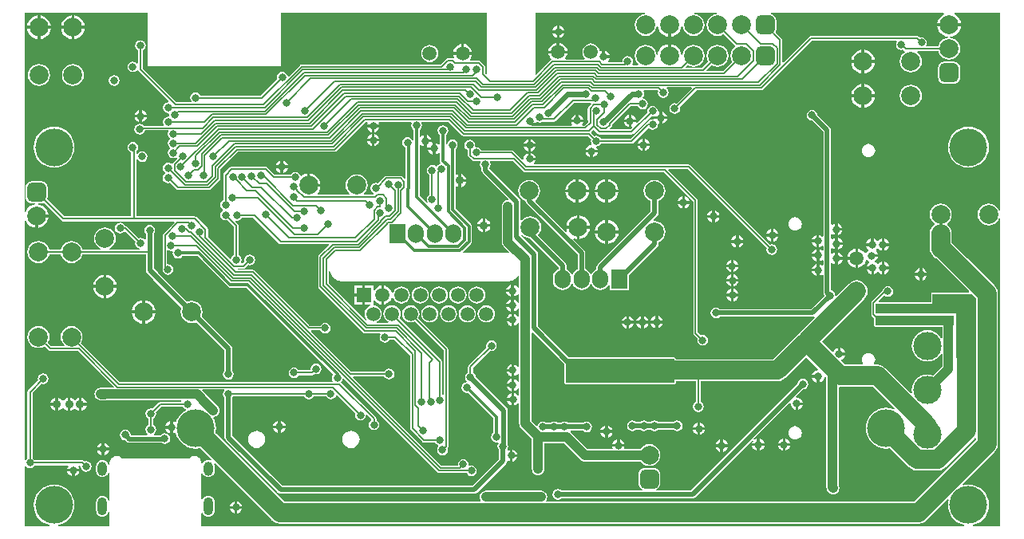
<source format=gbl>
G04*
G04 #@! TF.GenerationSoftware,Altium Limited,Altium Designer,18.1.7 (191)*
G04*
G04 Layer_Physical_Order=2*
G04 Layer_Color=16711680*
%FSLAX44Y44*%
%MOMM*%
G71*
G01*
G75*
%ADD10C,0.2000*%
%ADD120C,0.8000*%
%ADD121C,0.5000*%
%ADD123C,0.3000*%
%ADD124C,0.6000*%
%ADD125C,0.1500*%
%ADD126C,2.0000*%
%ADD127C,0.1600*%
%ADD128C,1.0000*%
%ADD130C,1.5000*%
%ADD131R,1.5000X1.5000*%
%ADD132C,2.0000*%
%ADD133C,3.0000*%
G04:AMPARAMS|DCode=134|XSize=2mm|YSize=2mm|CornerRadius=0.5mm|HoleSize=0mm|Usage=FLASHONLY|Rotation=0.000|XOffset=0mm|YOffset=0mm|HoleType=Round|Shape=RoundedRectangle|*
%AMROUNDEDRECTD134*
21,1,2.0000,1.0000,0,0,0.0*
21,1,1.0000,2.0000,0,0,0.0*
1,1,1.0000,0.5000,-0.5000*
1,1,1.0000,-0.5000,-0.5000*
1,1,1.0000,-0.5000,0.5000*
1,1,1.0000,0.5000,0.5000*
%
%ADD134ROUNDEDRECTD134*%
G04:AMPARAMS|DCode=135|XSize=2mm|YSize=2mm|CornerRadius=0.5mm|HoleSize=0mm|Usage=FLASHONLY|Rotation=270.000|XOffset=0mm|YOffset=0mm|HoleType=Round|Shape=RoundedRectangle|*
%AMROUNDEDRECTD135*
21,1,2.0000,1.0000,0,0,270.0*
21,1,1.0000,2.0000,0,0,270.0*
1,1,1.0000,-0.5000,-0.5000*
1,1,1.0000,-0.5000,0.5000*
1,1,1.0000,0.5000,0.5000*
1,1,1.0000,0.5000,-0.5000*
%
%ADD135ROUNDEDRECTD135*%
%ADD136O,1.0000X1.9000*%
%ADD137O,1.0000X1.5000*%
%ADD138C,4.0000*%
%ADD139O,1.7000X2.0000*%
%ADD140R,1.7000X2.0000*%
%ADD141C,0.9000*%
G36*
X1036951Y338037D02*
X1035681Y337784D01*
X1035033Y339350D01*
X1033173Y341773D01*
X1030750Y343633D01*
X1027928Y344801D01*
X1024900Y345200D01*
X1021872Y344801D01*
X1019050Y343633D01*
X1016627Y341773D01*
X1014767Y339350D01*
X1013599Y336528D01*
X1013200Y333500D01*
X1013599Y330472D01*
X1014767Y327650D01*
X1016627Y325227D01*
X1019050Y323367D01*
X1021872Y322199D01*
X1024900Y321800D01*
X1027928Y322199D01*
X1030750Y323367D01*
X1033173Y325227D01*
X1035033Y327650D01*
X1035681Y329216D01*
X1036951Y328963D01*
Y2549D01*
X1008273D01*
X1008085Y3819D01*
X1011806Y4948D01*
X1015558Y6953D01*
X1018847Y9653D01*
X1021547Y12942D01*
X1023552Y16694D01*
X1024788Y20766D01*
X1025204Y25000D01*
X1024788Y29234D01*
X1023552Y33306D01*
X1021547Y37058D01*
X1018847Y40347D01*
X1015558Y43047D01*
X1011806Y45052D01*
X1007734Y46287D01*
X1003500Y46705D01*
X999266Y46287D01*
X998004Y45905D01*
X997351Y46994D01*
X1031373Y81016D01*
X1033233Y83439D01*
X1034401Y86261D01*
X1034800Y89289D01*
Y249805D01*
X1034601Y251319D01*
X1034401Y252833D01*
X1033233Y255655D01*
X1031373Y258078D01*
X1002891Y286561D01*
X1002373Y287235D01*
X985800Y303808D01*
Y313207D01*
X985401Y316236D01*
X984233Y319057D01*
X982373Y321480D01*
X980975Y322553D01*
Y324154D01*
X982373Y325227D01*
X984233Y327650D01*
X985401Y330472D01*
X985800Y333500D01*
X985401Y336528D01*
X984233Y339350D01*
X982373Y341773D01*
X979950Y343633D01*
X977128Y344801D01*
X974100Y345200D01*
X971072Y344801D01*
X968250Y343633D01*
X965827Y341773D01*
X963967Y339350D01*
X962799Y336528D01*
X962400Y333500D01*
X962799Y330472D01*
X963967Y327650D01*
X965827Y325227D01*
X967225Y324154D01*
Y322553D01*
X965827Y321480D01*
X963967Y319057D01*
X962799Y316236D01*
X962400Y313207D01*
Y297500D01*
X962799Y294472D01*
X963967Y291650D01*
X965827Y289227D01*
X968250Y287367D01*
X969783Y286733D01*
X985310Y271206D01*
X985827Y270532D01*
X1004375Y251983D01*
X1003889Y250810D01*
X965500D01*
X964876Y250686D01*
X964347Y250332D01*
X963993Y249803D01*
X963869Y249179D01*
Y240131D01*
X908424D01*
X907938Y241305D01*
X914342Y247709D01*
X915815Y246725D01*
X918000Y246290D01*
X920185Y246725D01*
X922037Y247963D01*
X923275Y249815D01*
X923710Y252000D01*
X923275Y254185D01*
X922037Y256037D01*
X920185Y257275D01*
X918000Y257710D01*
X915815Y257275D01*
X913963Y256037D01*
X912725Y254185D01*
X912398Y252542D01*
X901024Y241168D01*
X900505Y240390D01*
X900322Y239473D01*
Y227527D01*
X900505Y226610D01*
X901024Y225832D01*
X903437Y223419D01*
Y215920D01*
X903561Y215296D01*
X903915Y214766D01*
X904444Y214413D01*
X905068Y214289D01*
X975664D01*
Y202604D01*
X974394Y202285D01*
X973869Y203267D01*
X971795Y205795D01*
X969267Y207869D01*
X966383Y209411D01*
X963254Y210360D01*
X960000Y210680D01*
X956746Y210360D01*
X953617Y209411D01*
X950733Y207869D01*
X948205Y205795D01*
X946131Y203267D01*
X944589Y200383D01*
X943640Y197254D01*
X943320Y194000D01*
X943640Y190746D01*
X944589Y187617D01*
X946131Y184733D01*
X948205Y182205D01*
X950733Y180131D01*
X953617Y178589D01*
X956746Y177640D01*
X960000Y177320D01*
X963254Y177640D01*
X966383Y178589D01*
X969267Y180131D01*
X971795Y182205D01*
X973869Y184733D01*
X974394Y185714D01*
X975664Y185396D01*
Y172078D01*
X966086Y162501D01*
X963254Y163360D01*
X960000Y163680D01*
X956746Y163360D01*
X953617Y162411D01*
X950733Y160869D01*
X948205Y158795D01*
X946131Y156267D01*
X944589Y153383D01*
X943640Y150254D01*
X943320Y147000D01*
X943603Y144121D01*
X942456Y143472D01*
X915402Y170527D01*
X912979Y172386D01*
X910157Y173555D01*
X907128Y173954D01*
X903835D01*
X903209Y175224D01*
X903630Y175773D01*
X904345Y177500D01*
X904589Y179354D01*
X904345Y181207D01*
X903630Y182934D01*
X902492Y184417D01*
X901009Y185555D01*
X899282Y186271D01*
X897428Y186515D01*
X895575Y186271D01*
X893848Y185555D01*
X892364Y184417D01*
X891226Y182934D01*
X890511Y181207D01*
X890267Y179354D01*
X890511Y177500D01*
X891226Y175773D01*
X891648Y175224D01*
X891022Y173954D01*
X872461D01*
X868460Y177955D01*
X868806Y179405D01*
X869728Y179787D01*
X871095Y180836D01*
X872143Y182202D01*
X872802Y183793D01*
X872829Y184000D01*
X866430D01*
Y185500D01*
X864930D01*
Y191899D01*
X864723Y191872D01*
X863132Y191213D01*
X861766Y190164D01*
X860717Y188798D01*
X860335Y187876D01*
X858885Y187530D01*
X847981Y198434D01*
X893273Y243727D01*
X895133Y246150D01*
X896301Y248972D01*
X896700Y252000D01*
X896301Y255028D01*
X895133Y257850D01*
X893273Y260273D01*
X890850Y262133D01*
X888028Y263301D01*
X885000Y263700D01*
X881972Y263301D01*
X879150Y262133D01*
X876727Y260273D01*
X863324Y246870D01*
X862707Y247199D01*
X862201Y247544D01*
X861775Y249685D01*
X860537Y251537D01*
X858685Y252775D01*
X857915Y252928D01*
Y281449D01*
X859185Y281933D01*
X860202Y281153D01*
X861793Y280494D01*
X862000Y280467D01*
Y286866D01*
Y293265D01*
X861793Y293237D01*
X860202Y292578D01*
X859185Y291798D01*
X857915Y292283D01*
Y297083D01*
X859185Y297567D01*
X860202Y296787D01*
X861793Y296128D01*
X862000Y296101D01*
Y302500D01*
Y308899D01*
X861793Y308872D01*
X860202Y308213D01*
X859185Y307433D01*
X857915Y307917D01*
Y311966D01*
X859185Y312592D01*
X859952Y312004D01*
X861543Y311345D01*
X861750Y311318D01*
Y317717D01*
Y324116D01*
X861543Y324089D01*
X859952Y323429D01*
X859185Y322841D01*
X857915Y323468D01*
Y422965D01*
X857597Y424565D01*
X856691Y425921D01*
X843260Y439352D01*
X842875Y441285D01*
X841637Y443137D01*
X839785Y444375D01*
X837600Y444810D01*
X835415Y444375D01*
X833563Y443137D01*
X832325Y441285D01*
X831890Y439100D01*
X832325Y436915D01*
X833563Y435063D01*
X835415Y433825D01*
X837348Y433441D01*
X849555Y421233D01*
Y310635D01*
X848870Y310258D01*
X848285Y310126D01*
X847063Y311064D01*
X845472Y311723D01*
X845265Y311750D01*
Y305351D01*
Y298952D01*
X845472Y298979D01*
X847063Y299638D01*
X848285Y300576D01*
X848870Y300444D01*
X849555Y300067D01*
Y295629D01*
X848285Y295101D01*
X847313Y295847D01*
X845722Y296506D01*
X845515Y296533D01*
Y290134D01*
Y283735D01*
X845722Y283763D01*
X847313Y284422D01*
X848285Y285167D01*
X849555Y284640D01*
Y279995D01*
X848285Y279467D01*
X847313Y280213D01*
X845722Y280872D01*
X845515Y280899D01*
Y274500D01*
Y268101D01*
X845722Y268128D01*
X847313Y268787D01*
X848285Y269533D01*
X849555Y269005D01*
Y250265D01*
X849873Y248665D01*
X850626Y247539D01*
X836267Y233180D01*
X739536D01*
X737898Y234275D01*
X735713Y234710D01*
X733528Y234275D01*
X731675Y233037D01*
X730438Y231185D01*
X730003Y229000D01*
X730438Y226815D01*
X731675Y224963D01*
X733528Y223725D01*
X735713Y223290D01*
X737898Y223725D01*
X739536Y224820D01*
X837999D01*
X839599Y225138D01*
X840192Y225534D01*
X841001Y224548D01*
X822723Y206270D01*
X822723Y206270D01*
X796154Y179700D01*
X693131D01*
Y180000D01*
X693007Y180624D01*
X692654Y181154D01*
X692124Y181507D01*
X691500Y181632D01*
X579781Y181631D01*
X546780Y214632D01*
Y291227D01*
X546462Y292827D01*
X545556Y294183D01*
X528810Y310929D01*
X528894Y311508D01*
X530227Y311856D01*
X530327Y311727D01*
X532750Y309867D01*
X535572Y308699D01*
X538374Y308330D01*
X568820Y277884D01*
Y275701D01*
X567906Y275322D01*
X565797Y273703D01*
X564178Y271594D01*
X563160Y269137D01*
X562813Y266500D01*
Y263500D01*
X563160Y260863D01*
X564178Y258406D01*
X565797Y256297D01*
X567906Y254678D01*
X570363Y253660D01*
X573000Y253313D01*
X575637Y253660D01*
X578094Y254678D01*
X580203Y256297D01*
X581822Y258406D01*
X582313Y259590D01*
X583687D01*
X584178Y258406D01*
X585797Y256297D01*
X587906Y254678D01*
X590363Y253660D01*
X593000Y253313D01*
X595637Y253660D01*
X598094Y254678D01*
X600203Y256297D01*
X601822Y258406D01*
X602313Y259590D01*
X603687D01*
X604178Y258406D01*
X605797Y256297D01*
X607906Y254678D01*
X610363Y253660D01*
X613000Y253313D01*
X615637Y253660D01*
X618094Y254678D01*
X620203Y256297D01*
X621630Y258156D01*
X622690Y257938D01*
X622900Y257825D01*
Y253400D01*
X643100D01*
Y269188D01*
X673456Y299544D01*
X674362Y300900D01*
X674680Y302500D01*
Y304176D01*
X676350Y304867D01*
X678773Y306727D01*
X680633Y309150D01*
X681801Y311972D01*
X682200Y315000D01*
X681801Y318028D01*
X680633Y320850D01*
X678773Y323273D01*
X676350Y325133D01*
X673528Y326301D01*
X670500Y326700D01*
X669777Y326605D01*
X669215Y327744D01*
X673356Y331884D01*
X674262Y333241D01*
X674580Y334840D01*
Y347676D01*
X676250Y348367D01*
X678673Y350227D01*
X680533Y352650D01*
X681701Y355472D01*
X682100Y358500D01*
X681701Y361528D01*
X680533Y364350D01*
X678673Y366773D01*
X676250Y368633D01*
X673428Y369801D01*
X670400Y370200D01*
X667372Y369801D01*
X664550Y368633D01*
X662127Y366773D01*
X660267Y364350D01*
X659099Y361528D01*
X658700Y358500D01*
X659099Y355472D01*
X660267Y352650D01*
X662127Y350227D01*
X664550Y348367D01*
X666220Y347676D01*
Y336572D01*
X610044Y280396D01*
X609138Y279040D01*
X608820Y277440D01*
Y275701D01*
X607906Y275322D01*
X605797Y273703D01*
X604178Y271594D01*
X603687Y270410D01*
X602313D01*
X601822Y271594D01*
X600203Y273703D01*
X598094Y275322D01*
X597180Y275701D01*
Y292600D01*
X596862Y294200D01*
X595956Y295556D01*
X584381Y307131D01*
X585100Y308208D01*
X586126Y307783D01*
X587900Y307549D01*
Y318500D01*
X576949D01*
X577183Y316726D01*
X577608Y315700D01*
X576531Y314981D01*
X544170Y347342D01*
X544300Y349008D01*
X545889Y350227D01*
X547748Y352650D01*
X548917Y355472D01*
X549315Y358500D01*
X548917Y361528D01*
X547748Y364350D01*
X545889Y366773D01*
X543465Y368633D01*
X540644Y369801D01*
X537615Y370200D01*
X534587Y369801D01*
X531765Y368633D01*
X529342Y366773D01*
X527483Y364350D01*
X526314Y361528D01*
X525915Y358500D01*
X526314Y355472D01*
X527483Y352650D01*
X529342Y350227D01*
X531765Y348367D01*
X533502Y347648D01*
X533753Y346385D01*
X534660Y345029D01*
X588820Y290868D01*
Y275701D01*
X587906Y275322D01*
X585797Y273703D01*
X584178Y271594D01*
X583687Y270410D01*
X582313D01*
X581822Y271594D01*
X580203Y273703D01*
X578094Y275322D01*
X577180Y275701D01*
Y279615D01*
X576862Y281215D01*
X575956Y282571D01*
X546869Y311659D01*
X546873Y311727D01*
X548733Y314150D01*
X549902Y316972D01*
X550300Y320000D01*
X549902Y323028D01*
X548733Y325850D01*
X546873Y328273D01*
X544450Y330133D01*
X541628Y331301D01*
X538600Y331700D01*
X535572Y331301D01*
X532750Y330133D01*
X530327Y328273D01*
X529708Y327467D01*
X528506Y327875D01*
Y347175D01*
X528187Y348774D01*
X527281Y350131D01*
X495179Y382233D01*
Y382676D01*
X496274Y384314D01*
X496709Y386499D01*
X496274Y388684D01*
X495841Y389332D01*
X496440Y390452D01*
X520039D01*
X531222Y379270D01*
X532016Y378739D01*
X532952Y378553D01*
X538000D01*
X538000Y378553D01*
X680358D01*
X711503Y347408D01*
Y207550D01*
X711689Y206614D01*
X712220Y205820D01*
X716163Y201876D01*
X715790Y200000D01*
X716225Y197815D01*
X717463Y195963D01*
X719315Y194725D01*
X721500Y194290D01*
X723685Y194725D01*
X725537Y195963D01*
X726775Y197815D01*
X727210Y200000D01*
X726775Y202185D01*
X725537Y204037D01*
X723685Y205275D01*
X721500Y205710D01*
X719624Y205336D01*
X716397Y208564D01*
Y348422D01*
X716211Y349358D01*
X715680Y350152D01*
X685252Y380581D01*
X685738Y381754D01*
X706137D01*
X789776Y298115D01*
X789391Y296178D01*
X789826Y293993D01*
X791063Y292141D01*
X792916Y290903D01*
X795101Y290469D01*
X797286Y290903D01*
X799138Y292141D01*
X800376Y293993D01*
X800810Y296178D01*
X800376Y298363D01*
X799138Y300216D01*
X797286Y301454D01*
X795101Y301888D01*
X793165Y301503D01*
X708824Y385844D01*
X708046Y386364D01*
X707129Y386546D01*
X543071D01*
X542640Y387816D01*
X542664Y387835D01*
X543713Y389201D01*
X544372Y390792D01*
X544399Y390999D01*
X538000D01*
Y392499D01*
X536500D01*
Y398898D01*
X536293Y398871D01*
X534702Y398212D01*
X533336Y397164D01*
X532287Y395797D01*
X531628Y394207D01*
X531404Y392499D01*
X531451Y392141D01*
X530248Y391548D01*
X520893Y400902D01*
X520116Y401422D01*
X519199Y401604D01*
X486633D01*
X485536Y403245D01*
X483684Y404483D01*
X481499Y404918D01*
X481030Y404824D01*
X479950Y405905D01*
X480210Y407210D01*
X479775Y409395D01*
X478537Y411247D01*
X476685Y412485D01*
X474500Y412919D01*
X472315Y412485D01*
X470463Y411247D01*
X469225Y409395D01*
X468790Y407210D01*
X469225Y405025D01*
X470463Y403172D01*
X472315Y401935D01*
X472652Y401868D01*
Y396557D01*
X472838Y395621D01*
X473369Y394827D01*
X477118Y391078D01*
X477912Y390547D01*
X478848Y390361D01*
X485497D01*
X486096Y389241D01*
X485724Y388684D01*
X485289Y386499D01*
X485724Y384314D01*
X486819Y382676D01*
Y380501D01*
X487137Y378901D01*
X488043Y377545D01*
X515444Y350144D01*
X515117Y349243D01*
X514885Y348907D01*
X513277Y348695D01*
X511671Y348030D01*
X510293Y346972D01*
X509235Y345593D01*
X508570Y343988D01*
X508343Y342265D01*
Y304284D01*
X508570Y302561D01*
X509235Y300956D01*
X510293Y299577D01*
X516386Y293484D01*
X515598Y292476D01*
X515473Y292484D01*
X515146Y292549D01*
X467725D01*
X467199Y293819D01*
X475935Y302555D01*
X476620Y303580D01*
X476861Y304790D01*
Y321210D01*
X476620Y322420D01*
X475935Y323445D01*
X459360Y340020D01*
Y362781D01*
X460630Y363276D01*
X462162Y362641D01*
X462500Y362597D01*
Y369500D01*
Y376403D01*
X462162Y376359D01*
X460630Y375724D01*
X459360Y376219D01*
Y403012D01*
X460043Y403468D01*
X461280Y405320D01*
X461715Y407505D01*
X461280Y409690D01*
X460043Y411543D01*
X458190Y412780D01*
X456005Y413215D01*
X453820Y412780D01*
X451968Y411543D01*
X450730Y409690D01*
X450430Y408180D01*
X449160Y408305D01*
Y417876D01*
X450037Y418462D01*
X451274Y420314D01*
X451709Y422499D01*
X451274Y424684D01*
X450037Y426536D01*
X448184Y427774D01*
X445999Y428209D01*
X443814Y427774D01*
X441962Y426536D01*
X440724Y424684D01*
X440289Y422499D01*
X440724Y420314D01*
X441962Y418462D01*
X442838Y417876D01*
Y408153D01*
X441568Y407722D01*
X441254Y408132D01*
X439888Y409181D01*
X438297Y409840D01*
X438089Y409867D01*
Y403468D01*
Y397069D01*
X438297Y397096D01*
X439888Y397755D01*
X441254Y398804D01*
X441568Y399214D01*
X442838Y398783D01*
Y390540D01*
X443079Y389331D01*
X443438Y388793D01*
X442993Y387409D01*
X442314Y387274D01*
X440462Y386037D01*
X439762Y384990D01*
X438575Y384551D01*
X438200Y384763D01*
X436685Y385775D01*
X434500Y386210D01*
X432315Y385775D01*
X430463Y384537D01*
X429225Y382685D01*
X428790Y380500D01*
X429225Y378315D01*
X430463Y376463D01*
X431849Y375536D01*
Y354964D01*
X430463Y354037D01*
X429225Y352185D01*
X428790Y350000D01*
X429225Y347815D01*
X429776Y346990D01*
X428790Y346180D01*
X421161Y353809D01*
Y407116D01*
X422431Y407547D01*
X422746Y407136D01*
X424113Y406087D01*
X425704Y405428D01*
X425911Y405401D01*
Y411800D01*
Y418199D01*
X425704Y418172D01*
X424113Y417513D01*
X422746Y416464D01*
X422431Y416053D01*
X421161Y416484D01*
Y423377D01*
X422037Y423963D01*
X423275Y425815D01*
X423710Y428000D01*
X423275Y430185D01*
X422841Y430834D01*
X423440Y431954D01*
X451640D01*
X466075Y417519D01*
X466852Y416999D01*
X467769Y416817D01*
X599795D01*
X603175Y413436D01*
X602790Y411500D01*
X603225Y409315D01*
X603732Y408556D01*
X603716Y408371D01*
X603083Y407241D01*
X601916Y407087D01*
X600325Y406428D01*
X598958Y405380D01*
X597910Y404014D01*
X597251Y402423D01*
X597224Y402216D01*
X610022D01*
X609995Y402423D01*
X609336Y404014D01*
X608904Y404576D01*
X609431Y405975D01*
X610685Y406225D01*
X612537Y407463D01*
X613464Y408849D01*
X646290D01*
X646290Y408849D01*
X647305Y409051D01*
X648165Y409626D01*
X663587Y425048D01*
X664461Y424962D01*
X666314Y423724D01*
X668499Y423289D01*
X670684Y423724D01*
X672536Y424962D01*
X673774Y426814D01*
X674208Y428999D01*
X674176Y429161D01*
X675158Y429967D01*
X675493Y429828D01*
X675700Y429801D01*
Y434700D01*
X669759D01*
X669546Y434501D01*
X668499Y434709D01*
X666314Y434274D01*
X664461Y433036D01*
X663496Y431592D01*
X662775Y431448D01*
X661915Y430874D01*
X661915Y430874D01*
X645192Y414151D01*
X613464D01*
X612537Y415537D01*
X610685Y416775D01*
X608500Y417210D01*
X606564Y416825D01*
X603745Y419644D01*
X603799Y421385D01*
X606020Y423606D01*
X610300Y419326D01*
X610300Y419325D01*
X611161Y418751D01*
X612175Y418549D01*
X612175Y418549D01*
X646300D01*
X646300Y418549D01*
X647314Y418751D01*
X648174Y419325D01*
X666765Y437916D01*
X668400Y437590D01*
X669535Y437816D01*
X669659Y437700D01*
X675700D01*
Y442599D01*
X675493Y442572D01*
X675239Y442467D01*
X674126Y443288D01*
X674096Y443368D01*
X673675Y445485D01*
X672437Y447337D01*
X670585Y448575D01*
X668400Y449010D01*
X666215Y448575D01*
X664363Y447337D01*
X663125Y445485D01*
X662690Y443300D01*
X663016Y441665D01*
X652035Y430684D01*
X651158Y431069D01*
X650890Y431335D01*
X650899Y431402D01*
X646000D01*
Y426503D01*
X646067Y426512D01*
X646333Y426243D01*
X646718Y425367D01*
X645202Y423851D01*
X623593D01*
X623107Y425024D01*
X624874Y426792D01*
X624874Y426792D01*
X625449Y427652D01*
X625651Y428666D01*
X625651Y428666D01*
Y428982D01*
X644917Y448248D01*
X652935D01*
X653861Y446862D01*
X655714Y445624D01*
X657899Y445189D01*
X660084Y445624D01*
X661936Y446862D01*
X663174Y448714D01*
X663608Y450899D01*
X663174Y453084D01*
X661936Y454936D01*
X660084Y456174D01*
X658589Y456471D01*
X658376Y456800D01*
X658105Y457846D01*
X659136Y459390D01*
X659571Y461575D01*
X659136Y463760D01*
X658703Y464409D01*
X659302Y465529D01*
X673370D01*
X674291Y464467D01*
X673999Y462999D01*
X674433Y460814D01*
X675671Y458962D01*
X677523Y457724D01*
X679708Y457289D01*
X681893Y457724D01*
X683746Y458962D01*
X684983Y460814D01*
X685418Y462999D01*
X684983Y465184D01*
X683746Y467036D01*
X683225Y467384D01*
X683611Y468654D01*
X709606D01*
X710092Y467481D01*
X693936Y451325D01*
X692000Y451710D01*
X689815Y451275D01*
X687963Y450037D01*
X686725Y448185D01*
X686290Y446000D01*
X686725Y443815D01*
X687963Y441963D01*
X689815Y440725D01*
X692000Y440290D01*
X694185Y440725D01*
X696037Y441963D01*
X697275Y443815D01*
X697710Y446000D01*
X697325Y447936D01*
X714942Y465554D01*
X783723D01*
X784640Y465736D01*
X785417Y466256D01*
X837366Y518204D01*
X926814D01*
X927493Y516934D01*
X926992Y516185D01*
X926558Y514000D01*
X926992Y511815D01*
X928230Y509963D01*
X930082Y508725D01*
X932267Y508290D01*
X933903Y508616D01*
X934993Y507525D01*
X935680Y507066D01*
X935944Y506008D01*
X935913Y505644D01*
X934127Y504273D01*
X932267Y501850D01*
X931099Y499028D01*
X930700Y496000D01*
X931099Y492972D01*
X932267Y490150D01*
X934127Y487727D01*
X936550Y485867D01*
X939372Y484699D01*
X942400Y484300D01*
X945428Y484699D01*
X948250Y485867D01*
X950673Y487727D01*
X952533Y490150D01*
X953701Y492972D01*
X954100Y496000D01*
X953701Y499028D01*
X952533Y501850D01*
X950673Y504273D01*
X949102Y505479D01*
X949533Y506749D01*
X971662D01*
X971699Y506472D01*
X972867Y503650D01*
X974727Y501227D01*
X977150Y499367D01*
X979972Y498199D01*
X983000Y497800D01*
X986028Y498199D01*
X988850Y499367D01*
X991273Y501227D01*
X993133Y503650D01*
X994301Y506472D01*
X994700Y509500D01*
X994301Y512528D01*
X993133Y515350D01*
X991273Y517773D01*
X988850Y519633D01*
X986028Y520801D01*
X983871Y521086D01*
Y522366D01*
X986274Y522683D01*
X989324Y523946D01*
X991944Y525956D01*
X993954Y528576D01*
X995217Y531626D01*
X995451Y533400D01*
X983000D01*
X970549D01*
X970783Y531626D01*
X972046Y528576D01*
X974056Y525956D01*
X976676Y523946D01*
X979726Y522683D01*
X982129Y522366D01*
Y521086D01*
X979972Y520801D01*
X977150Y519633D01*
X974727Y517773D01*
X972867Y515350D01*
X971699Y512528D01*
X971636Y512051D01*
X959145D01*
X958546Y513171D01*
X958977Y513815D01*
X959411Y516000D01*
X958977Y518185D01*
X957739Y520037D01*
X955886Y521275D01*
X953701Y521710D01*
X952066Y521384D01*
X950976Y522475D01*
X950116Y523049D01*
X949101Y523251D01*
X948087Y523049D01*
X948008Y522996D01*
X836373D01*
X836373Y522996D01*
X835456Y522814D01*
X834679Y522294D01*
X834679Y522294D01*
X807269Y494885D01*
X806096Y495371D01*
Y519000D01*
X806096Y519000D01*
X805914Y519917D01*
X805394Y520694D01*
X805394Y520694D01*
X799144Y526945D01*
X799530Y527877D01*
X799757Y529600D01*
Y539600D01*
X799530Y541323D01*
X798865Y542929D01*
X797807Y544307D01*
X796429Y545365D01*
X794823Y546030D01*
X793676Y546181D01*
X793759Y547451D01*
X977214D01*
X977467Y546181D01*
X976676Y545854D01*
X974056Y543844D01*
X972046Y541224D01*
X970783Y538174D01*
X970549Y536400D01*
X983000D01*
X995451D01*
X995217Y538174D01*
X993954Y541224D01*
X991944Y543844D01*
X989324Y545854D01*
X988533Y546181D01*
X988786Y547451D01*
X1036951D01*
Y338037D01*
D02*
G37*
G36*
X736397Y546181D02*
X734272Y545901D01*
X731450Y544733D01*
X729027Y542873D01*
X727167Y540450D01*
X725999Y537628D01*
X725600Y534600D01*
X725999Y531572D01*
X727167Y528750D01*
X729027Y526327D01*
X731450Y524467D01*
X734272Y523299D01*
X737300Y522900D01*
X740328Y523299D01*
X743150Y524467D01*
X743656Y524856D01*
X755606Y512906D01*
X755641Y512882D01*
X755699Y511326D01*
X754327Y510273D01*
X752467Y507850D01*
X751299Y505028D01*
X750900Y502000D01*
X751299Y498972D01*
X752467Y496150D01*
X752856Y495644D01*
X743057Y485846D01*
X726094D01*
X725608Y487019D01*
X730844Y492256D01*
X731350Y491867D01*
X734172Y490699D01*
X737200Y490300D01*
X740228Y490699D01*
X743050Y491867D01*
X745473Y493727D01*
X747333Y496150D01*
X748501Y498972D01*
X748900Y502000D01*
X748501Y505028D01*
X747333Y507850D01*
X745473Y510273D01*
X743050Y512133D01*
X740228Y513301D01*
X737200Y513700D01*
X734172Y513301D01*
X731350Y512133D01*
X728927Y510273D01*
X727067Y507850D01*
X725899Y505028D01*
X725500Y502000D01*
X725899Y498972D01*
X727067Y496150D01*
X727456Y495644D01*
X720758Y488946D01*
X703794D01*
X703308Y490119D01*
X705444Y492256D01*
X705950Y491867D01*
X708772Y490699D01*
X711800Y490300D01*
X714828Y490699D01*
X717650Y491867D01*
X720073Y493727D01*
X721933Y496150D01*
X723101Y498972D01*
X723500Y502000D01*
X723101Y505028D01*
X721933Y507850D01*
X720073Y510273D01*
X717650Y512133D01*
X714828Y513301D01*
X711800Y513700D01*
X708772Y513301D01*
X705950Y512133D01*
X703527Y510273D01*
X701667Y507850D01*
X700499Y505028D01*
X700215Y502871D01*
X698934D01*
X698617Y505274D01*
X697354Y508324D01*
X695344Y510944D01*
X692724Y512954D01*
X689674Y514217D01*
X687900Y514451D01*
Y502000D01*
X684900D01*
Y514451D01*
X683126Y514217D01*
X680076Y512954D01*
X677456Y510944D01*
X675446Y508324D01*
X674183Y505274D01*
X673866Y502871D01*
X672586D01*
X672301Y505028D01*
X671133Y507850D01*
X669273Y510273D01*
X666850Y512133D01*
X664028Y513301D01*
X661000Y513700D01*
X657972Y513301D01*
X655150Y512133D01*
X652727Y510273D01*
X650867Y507850D01*
X649699Y505028D01*
X649300Y502000D01*
X649699Y498972D01*
X650867Y496150D01*
X652727Y493727D01*
X653350Y493249D01*
X652942Y492046D01*
X647439D01*
X646841Y493166D01*
X647274Y493814D01*
X647708Y495999D01*
X647274Y498184D01*
X646036Y500036D01*
X644184Y501274D01*
X641999Y501709D01*
X639814Y501274D01*
X637961Y500036D01*
X636724Y498184D01*
X636289Y495999D01*
X635588Y495145D01*
X621357D01*
X620926Y496415D01*
X620991Y496465D01*
X622039Y497831D01*
X622698Y499422D01*
X622725Y499629D01*
X616326D01*
Y501129D01*
X614826D01*
Y507528D01*
X614619Y507501D01*
X613332Y506968D01*
X611986Y507459D01*
X611866Y508376D01*
X610949Y510589D01*
X609490Y512490D01*
X607589Y513949D01*
X605376Y514866D01*
X603000Y515178D01*
X600624Y514866D01*
X598411Y513949D01*
X596510Y512490D01*
X595051Y510589D01*
X594134Y508376D01*
X593821Y506000D01*
X594134Y503624D01*
X595051Y501411D01*
X596510Y499510D01*
X596720Y499349D01*
X596312Y498146D01*
X576229D01*
X575603Y499416D01*
X576770Y500937D01*
X577781Y503379D01*
X577929Y504500D01*
X568000D01*
X558071D01*
X558218Y503379D01*
X559230Y500937D01*
X560733Y498978D01*
X560824Y498657D01*
X560728Y497491D01*
X560658Y497378D01*
X545222Y481943D01*
X544049Y482429D01*
Y547451D01*
X660114D01*
X660197Y546181D01*
X658072Y545901D01*
X655250Y544733D01*
X652827Y542873D01*
X650967Y540450D01*
X649799Y537628D01*
X649400Y534600D01*
X649799Y531572D01*
X650967Y528750D01*
X652827Y526327D01*
X655250Y524467D01*
X658072Y523299D01*
X661100Y522900D01*
X664128Y523299D01*
X666950Y524467D01*
X669373Y526327D01*
X671233Y528750D01*
X672401Y531572D01*
X672685Y533729D01*
X673966D01*
X674283Y531326D01*
X675546Y528276D01*
X677556Y525656D01*
X680176Y523646D01*
X683226Y522383D01*
X685000Y522149D01*
Y534600D01*
X688000D01*
Y522149D01*
X689774Y522383D01*
X692824Y523646D01*
X695444Y525656D01*
X697454Y528276D01*
X698717Y531326D01*
X699034Y533729D01*
X700314D01*
X700599Y531572D01*
X701767Y528750D01*
X703627Y526327D01*
X706050Y524467D01*
X708872Y523299D01*
X711900Y522900D01*
X714928Y523299D01*
X717750Y524467D01*
X720173Y526327D01*
X722033Y528750D01*
X723201Y531572D01*
X723600Y534600D01*
X723201Y537628D01*
X722033Y540450D01*
X720173Y542873D01*
X717750Y544733D01*
X714928Y545901D01*
X712803Y546181D01*
X712887Y547451D01*
X736313D01*
X736397Y546181D01*
D02*
G37*
G36*
X492951Y483001D02*
X491778Y482515D01*
X490746Y483546D01*
Y490130D01*
X490564Y491047D01*
X490044Y491824D01*
X485826Y496043D01*
X485048Y496563D01*
X484131Y496745D01*
X475305D01*
X474679Y498015D01*
X475770Y499437D01*
X476782Y501879D01*
X476929Y503000D01*
X467000D01*
X457071D01*
X457218Y501879D01*
X458022Y499938D01*
X457183Y499185D01*
X457007Y499071D01*
X456129Y499245D01*
X450869D01*
X449952Y499063D01*
X449175Y498543D01*
X443440Y492808D01*
X295839D01*
X294922Y492626D01*
X294144Y492107D01*
X282323Y480285D01*
X280945Y480704D01*
X280775Y481558D01*
X279537Y483411D01*
X277685Y484648D01*
X275500Y485083D01*
X273315Y484648D01*
X271463Y483411D01*
X270225Y481558D01*
X269790Y479373D01*
X270175Y477437D01*
X252634Y459896D01*
X188634D01*
X187537Y461537D01*
X185685Y462775D01*
X183500Y463210D01*
X181315Y462775D01*
X179463Y461537D01*
X178225Y459685D01*
X177790Y457500D01*
X178225Y455315D01*
X179210Y453841D01*
X178685Y452571D01*
X163318D01*
X127396Y488493D01*
Y507656D01*
X129037Y508753D01*
X130275Y510605D01*
X130710Y512790D01*
X130275Y514975D01*
X129037Y516828D01*
X127185Y518065D01*
X125000Y518500D01*
X122815Y518065D01*
X120963Y516828D01*
X119725Y514975D01*
X119290Y512790D01*
X119725Y510605D01*
X120963Y508753D01*
X122604Y507656D01*
Y494341D01*
X121334Y493956D01*
X121037Y494400D01*
X119185Y495637D01*
X117000Y496072D01*
X114815Y495637D01*
X112963Y494400D01*
X111725Y492547D01*
X111290Y490362D01*
X111725Y488177D01*
X112963Y486325D01*
X114815Y485087D01*
X117000Y484653D01*
X119185Y485087D01*
X121037Y486325D01*
X121427Y486908D01*
X122775Y486640D01*
X122786Y486583D01*
X123306Y485806D01*
X155196Y453916D01*
X154700Y452891D01*
X154588Y452727D01*
X152440Y452300D01*
X150588Y451062D01*
X149350Y449210D01*
X148915Y447025D01*
X149350Y444840D01*
X150588Y442988D01*
X152440Y441750D01*
X154625Y441315D01*
X154639Y441318D01*
X155719Y440238D01*
X155473Y439000D01*
X155643Y438145D01*
X154907Y437409D01*
X152722Y436974D01*
X150870Y435737D01*
X149632Y433884D01*
X149198Y431699D01*
X149632Y429514D01*
X150066Y428865D01*
X149467Y427745D01*
X128733D01*
X128537Y428037D01*
X126685Y429275D01*
X124500Y429710D01*
X122315Y429275D01*
X120463Y428037D01*
X119225Y426185D01*
X118790Y424000D01*
X119225Y421815D01*
X120463Y419963D01*
X122315Y418725D01*
X124500Y418290D01*
X126685Y418725D01*
X128537Y419963D01*
X129775Y421815D01*
X130001Y422953D01*
X154559D01*
X155158Y421833D01*
X154725Y421184D01*
X154290Y418999D01*
X154725Y416814D01*
X155962Y414962D01*
X156341Y414709D01*
Y413438D01*
X155963Y413186D01*
X154725Y411333D01*
X154290Y409148D01*
X154725Y406963D01*
X155963Y405111D01*
X156514Y404743D01*
Y403473D01*
X155863Y403037D01*
X154625Y401185D01*
X154190Y399000D01*
X154625Y396815D01*
X155863Y394963D01*
X157715Y393725D01*
X159900Y393290D01*
X162085Y393725D01*
X162397Y393933D01*
X163808Y393349D01*
X163927Y392746D01*
X159506Y388325D01*
X159297Y388012D01*
X157944Y387586D01*
X157701Y387595D01*
X156685Y388274D01*
X154500Y388709D01*
X152315Y388274D01*
X150462Y387037D01*
X149225Y385184D01*
X148790Y382999D01*
X149225Y380814D01*
X150462Y378962D01*
X151260Y378429D01*
Y376902D01*
X150463Y376369D01*
X149225Y374517D01*
X148790Y372332D01*
X149225Y370147D01*
X150463Y368294D01*
X152315Y367057D01*
X154500Y366622D01*
X156436Y367007D01*
X163238Y360205D01*
X164015Y359686D01*
X164932Y359503D01*
X197643D01*
X198560Y359686D01*
X199337Y360205D01*
X209344Y370212D01*
X209864Y370989D01*
X210046Y371906D01*
Y381809D01*
X228341Y400104D01*
X330969D01*
X331885Y400286D01*
X332663Y400806D01*
X363811Y431954D01*
X365737D01*
X365904Y431616D01*
X366239Y430684D01*
X365627Y429207D01*
X365600Y429000D01*
X378398D01*
X378371Y429207D01*
X377759Y430684D01*
X378094Y431616D01*
X378261Y431954D01*
X412560D01*
X413158Y430834D01*
X412725Y430185D01*
X412290Y428000D01*
X412725Y425815D01*
X413963Y423963D01*
X414839Y423377D01*
Y412850D01*
X413569Y412494D01*
X412537Y414038D01*
X410685Y415276D01*
X408500Y415711D01*
X406315Y415276D01*
X404463Y414038D01*
X403225Y412186D01*
X402790Y410001D01*
X403225Y407816D01*
X404463Y405964D01*
X406315Y404726D01*
X406439Y404701D01*
Y371797D01*
X405266Y371311D01*
X402825Y373753D01*
X402047Y374272D01*
X401130Y374454D01*
X386078D01*
X385161Y374272D01*
X384384Y373753D01*
X377317Y366686D01*
X377184Y366774D01*
X374999Y367209D01*
X372814Y366774D01*
X370962Y365537D01*
X369724Y363684D01*
X369290Y361499D01*
X369724Y359314D01*
X370962Y357462D01*
X372253Y356600D01*
X372574Y355163D01*
X372537Y354999D01*
X372184Y354551D01*
X362465D01*
X362056Y355754D01*
X362673Y356227D01*
X364533Y358650D01*
X365701Y361472D01*
X366100Y364500D01*
X365701Y367528D01*
X364533Y370350D01*
X362673Y372773D01*
X360250Y374633D01*
X357428Y375802D01*
X354400Y376200D01*
X351372Y375802D01*
X348550Y374633D01*
X346127Y372773D01*
X344267Y370350D01*
X343099Y367528D01*
X342700Y364500D01*
X343099Y361472D01*
X344267Y358650D01*
X346127Y356227D01*
X346744Y355754D01*
X346335Y354551D01*
X313149D01*
X312747Y355821D01*
X314554Y358176D01*
X315817Y361226D01*
X316051Y363000D01*
X303600D01*
Y364500D01*
X302100D01*
Y376951D01*
X300326Y376717D01*
X297276Y375454D01*
X296013Y374485D01*
X294825Y374932D01*
X294774Y375184D01*
X293537Y377037D01*
X291684Y378274D01*
X289499Y378709D01*
X287314Y378274D01*
X285462Y377037D01*
X284536Y375650D01*
X267834D01*
X260011Y383474D01*
X259151Y384048D01*
X258136Y384250D01*
X258136Y384250D01*
X221766D01*
X220751Y384048D01*
X219891Y383474D01*
X219891Y383474D01*
X213626Y377208D01*
X213051Y376348D01*
X212849Y375334D01*
X212849Y375333D01*
Y348964D01*
X211463Y348037D01*
X210225Y346185D01*
X209790Y344000D01*
X210225Y341815D01*
X211463Y339963D01*
X212509Y339264D01*
Y337736D01*
X211463Y337037D01*
X210225Y335185D01*
X209790Y333000D01*
X210225Y330815D01*
X211463Y328963D01*
X213315Y327725D01*
X215500Y327290D01*
X217135Y327616D01*
X224349Y320402D01*
Y290334D01*
X222963Y289407D01*
X221725Y287555D01*
X221574Y286795D01*
X220359Y286427D01*
X196751Y310035D01*
Y317733D01*
X196751Y317733D01*
X196549Y318748D01*
X195974Y319608D01*
X184807Y330774D01*
X183947Y331349D01*
X182933Y331551D01*
X182933Y331551D01*
X120651D01*
Y392200D01*
X121921Y392522D01*
X122963Y390963D01*
X124815Y389725D01*
X127000Y389290D01*
X129185Y389725D01*
X131037Y390963D01*
X132275Y392815D01*
X132710Y395000D01*
X132275Y397185D01*
X131037Y399037D01*
X129185Y400275D01*
X127000Y400710D01*
X124815Y400275D01*
X122963Y399037D01*
X121921Y397478D01*
X120651Y397800D01*
Y400704D01*
X121037Y400963D01*
X122275Y402815D01*
X122710Y405000D01*
X122275Y407185D01*
X121037Y409037D01*
X119185Y410275D01*
X117000Y410710D01*
X114815Y410275D01*
X112963Y409037D01*
X111725Y407185D01*
X111290Y405000D01*
X111725Y402815D01*
X112963Y400963D01*
X114815Y399725D01*
X115349Y399619D01*
Y331551D01*
X44398D01*
X26149Y349799D01*
X26430Y350477D01*
X26657Y352200D01*
Y362200D01*
X26430Y363923D01*
X25765Y365528D01*
X24707Y366907D01*
X23328Y367965D01*
X21723Y368630D01*
X20000Y368857D01*
X10000D01*
X8277Y368630D01*
X6672Y367965D01*
X5293Y366907D01*
X4235Y365528D01*
X3570Y363923D01*
X3343Y362200D01*
Y352200D01*
X3570Y350477D01*
X4235Y348871D01*
X5293Y347493D01*
X6672Y346435D01*
X8277Y345770D01*
X10000Y345543D01*
X13586D01*
X13669Y344273D01*
X11726Y344017D01*
X8676Y342754D01*
X6056Y340744D01*
X4046Y338124D01*
X3319Y336368D01*
X2049Y336620D01*
Y547451D01*
X132500D01*
Y491000D01*
X274500D01*
Y547451D01*
X492951D01*
Y483001D01*
D02*
G37*
G36*
X603396Y450979D02*
X600425Y448008D01*
X599851Y447148D01*
X599649Y446134D01*
X599649Y446134D01*
Y434000D01*
X599851Y432985D01*
X599904Y432906D01*
Y431892D01*
X595821Y427809D01*
X594249D01*
X593622Y429079D01*
X594128Y429738D01*
X594787Y431329D01*
X594814Y431536D01*
X582016D01*
X582044Y431329D01*
X582703Y429738D01*
X583209Y429079D01*
X582582Y427809D01*
X544245D01*
X543618Y429079D01*
X543713Y429202D01*
X544372Y430793D01*
X544429Y431226D01*
X545791Y431843D01*
X546454Y431400D01*
X548639Y430965D01*
X550824Y431400D01*
X551945Y432149D01*
X563800D01*
X563800Y432149D01*
X564814Y432351D01*
X565675Y432925D01*
X584998Y452249D01*
X602870D01*
X603396Y450979D01*
D02*
G37*
G36*
X271926Y303158D02*
X272785Y302583D01*
X273800Y302381D01*
X273800Y302381D01*
X324984D01*
X325470Y301208D01*
X314306Y290044D01*
X313786Y289266D01*
X313604Y288349D01*
Y257181D01*
X313786Y256264D01*
X314306Y255487D01*
X361586Y208206D01*
X362364Y207686D01*
X363281Y207504D01*
X379368D01*
X380047Y206234D01*
X379346Y205185D01*
X378911Y203000D01*
X379346Y200815D01*
X380584Y198963D01*
X382436Y197725D01*
X384621Y197290D01*
X386806Y197725D01*
X388658Y198963D01*
X389755Y200604D01*
X394531D01*
X411154Y183981D01*
Y106348D01*
X411336Y105431D01*
X411856Y104654D01*
X424204Y92306D01*
X424981Y91786D01*
X425898Y91604D01*
X437866D01*
X438963Y89963D01*
X440815Y88725D01*
X441056Y88677D01*
X441323Y87329D01*
X440225Y85685D01*
X439790Y83500D01*
X440225Y81315D01*
X441463Y79463D01*
X443315Y78225D01*
X445500Y77790D01*
X447685Y78225D01*
X449537Y79463D01*
X450775Y81315D01*
X451210Y83500D01*
X450825Y85436D01*
X451044Y85656D01*
X451564Y86433D01*
X451746Y87350D01*
Y190650D01*
X451564Y191567D01*
X451044Y192344D01*
X419957Y223431D01*
X420866Y225624D01*
X421179Y228000D01*
X420866Y230376D01*
X419949Y232589D01*
X418490Y234490D01*
X416589Y235949D01*
X414376Y236866D01*
X412000Y237178D01*
X409624Y236866D01*
X407411Y235949D01*
X405510Y234490D01*
X404051Y232589D01*
X403134Y230376D01*
X402822Y228000D01*
X403134Y225624D01*
X404051Y223411D01*
X405510Y221510D01*
X407411Y220051D01*
X409624Y219134D01*
X412000Y218822D01*
X414376Y219134D01*
X416569Y220043D01*
X446954Y189657D01*
Y143094D01*
X445684Y142375D01*
X445396Y142548D01*
Y177000D01*
X445214Y177917D01*
X444694Y178694D01*
X399957Y223431D01*
X400866Y225624D01*
X401179Y228000D01*
X400866Y230376D01*
X399949Y232589D01*
X398490Y234490D01*
X396589Y235949D01*
X394375Y236866D01*
X392000Y237178D01*
X389624Y236866D01*
X387411Y235949D01*
X385510Y234490D01*
X384051Y232589D01*
X383134Y230376D01*
X382822Y228000D01*
X383134Y225624D01*
X384051Y223411D01*
X385510Y221510D01*
X387411Y220051D01*
X388099Y219766D01*
X387846Y218496D01*
X376153D01*
X375901Y219766D01*
X376589Y220051D01*
X378490Y221510D01*
X379949Y223411D01*
X380866Y225624D01*
X381179Y228000D01*
X380866Y230376D01*
X379949Y232589D01*
X378490Y234490D01*
X376589Y235949D01*
X374376Y236866D01*
X372925Y237057D01*
X372040Y237960D01*
X372040Y238404D01*
Y241982D01*
X373168Y242834D01*
X373310Y242833D01*
X374839Y240839D01*
X376937Y239230D01*
X379379Y238218D01*
X380500Y238071D01*
Y248000D01*
Y257929D01*
X379379Y257782D01*
X376937Y256770D01*
X374839Y255161D01*
X373310Y253167D01*
X373168Y253166D01*
X372040Y254018D01*
Y258040D01*
X363500D01*
Y248000D01*
Y237960D01*
X368948D01*
X369200Y236690D01*
X367411Y235949D01*
X365510Y234490D01*
X364051Y232589D01*
X363134Y230376D01*
X362822Y228000D01*
X363134Y225624D01*
X364051Y223411D01*
X365135Y221999D01*
X364178Y221159D01*
X324596Y260741D01*
Y273803D01*
X325866Y273970D01*
X326390Y272015D01*
X326537Y271716D01*
X326644Y271401D01*
X328290Y268550D01*
X328510Y268300D01*
X328695Y268022D01*
X331022Y265695D01*
X331300Y265510D01*
X331550Y265290D01*
X334401Y263644D01*
X334716Y263537D01*
X335015Y263390D01*
X338195Y262538D01*
X338527Y262516D01*
X338854Y262451D01*
X515146D01*
X515473Y262516D01*
X515805Y262538D01*
X518984Y263390D01*
X519284Y263537D01*
X519599Y263644D01*
X522450Y265290D01*
X522700Y265510D01*
X522977Y265695D01*
X525305Y268022D01*
X525490Y268300D01*
X525573Y268394D01*
X526843Y268238D01*
Y255784D01*
X525573Y255532D01*
X525463Y255798D01*
X524414Y257164D01*
X523048Y258213D01*
X521457Y258872D01*
X521250Y258899D01*
Y252500D01*
Y246101D01*
X521457Y246128D01*
X523048Y246787D01*
X524414Y247836D01*
X525463Y249202D01*
X525573Y249468D01*
X526843Y249216D01*
Y240150D01*
X525573Y239897D01*
X525463Y240164D01*
X524414Y241530D01*
X523048Y242578D01*
X521457Y243237D01*
X521250Y243265D01*
Y236866D01*
Y230467D01*
X521457Y230494D01*
X523048Y231153D01*
X524414Y232201D01*
X525463Y233568D01*
X525573Y233834D01*
X526843Y233582D01*
Y225476D01*
X526254Y225200D01*
X525573Y225129D01*
X524664Y226313D01*
X523298Y227362D01*
X521707Y228021D01*
X521500Y228048D01*
Y221649D01*
Y215250D01*
X521707Y215277D01*
X523298Y215936D01*
X524664Y216985D01*
X525573Y218169D01*
X526254Y218098D01*
X526843Y217822D01*
Y171827D01*
X526254Y171551D01*
X525573Y171480D01*
X524664Y172664D01*
X523298Y173713D01*
X521707Y174372D01*
X521500Y174399D01*
Y168000D01*
Y161601D01*
X521707Y161628D01*
X523298Y162287D01*
X524664Y163336D01*
X525573Y164520D01*
X526254Y164449D01*
X526843Y164173D01*
Y156193D01*
X526254Y155917D01*
X525573Y155846D01*
X524664Y157030D01*
X523298Y158078D01*
X521707Y158737D01*
X521500Y158765D01*
Y152366D01*
Y145967D01*
X521707Y145994D01*
X523298Y146653D01*
X524664Y147701D01*
X525573Y148886D01*
X526254Y148814D01*
X526843Y148539D01*
Y141386D01*
X525573Y140955D01*
X524914Y141813D01*
X523548Y142862D01*
X521957Y143521D01*
X521750Y143548D01*
Y137149D01*
Y130750D01*
X521957Y130777D01*
X523548Y131436D01*
X524914Y132485D01*
X525573Y133343D01*
X526843Y132912D01*
Y111332D01*
X527070Y109609D01*
X527735Y108003D01*
X528793Y106624D01*
X540343Y95074D01*
Y63300D01*
X540570Y61577D01*
X541235Y59971D01*
X542293Y58593D01*
X543671Y57535D01*
X545277Y56870D01*
X547000Y56643D01*
X548723Y56870D01*
X550328Y57535D01*
X551707Y58593D01*
X552765Y59971D01*
X553430Y61577D01*
X553657Y63300D01*
Y90743D01*
X574343D01*
X592093Y72993D01*
X593471Y71935D01*
X595077Y71270D01*
X596800Y71043D01*
X655870D01*
X656727Y69927D01*
X659150Y68067D01*
X661972Y66899D01*
X665000Y66500D01*
X668028Y66899D01*
X670850Y68067D01*
X673273Y69927D01*
X675133Y72350D01*
X676301Y75172D01*
X676700Y78200D01*
X676301Y81228D01*
X675133Y84050D01*
X673273Y86473D01*
X670850Y88333D01*
X668028Y89501D01*
X665000Y89900D01*
X661972Y89501D01*
X659150Y88333D01*
X656727Y86473D01*
X655103Y84357D01*
X638845D01*
X638109Y85627D01*
X638522Y86625D01*
X638550Y86833D01*
X625752D01*
X625779Y86625D01*
X626193Y85627D01*
X625456Y84357D01*
X599557D01*
X581807Y102107D01*
X581230Y102550D01*
X581661Y103820D01*
X594677D01*
X596315Y102725D01*
X598500Y102290D01*
X600685Y102725D01*
X602537Y103963D01*
X603775Y105815D01*
X604210Y108000D01*
X603775Y110185D01*
X602537Y112037D01*
X600685Y113275D01*
X598500Y113710D01*
X596315Y113275D01*
X594677Y112180D01*
X578985D01*
X577346Y113275D01*
X575161Y113710D01*
X572976Y113275D01*
X571338Y112180D01*
X567823D01*
X566185Y113275D01*
X564000Y113710D01*
X561815Y113275D01*
X560177Y112180D01*
X555646D01*
X554007Y113275D01*
X551822Y113710D01*
X549637Y113275D01*
X547785Y112037D01*
X546547Y110185D01*
X546398Y109432D01*
X545182Y109064D01*
X540157Y114089D01*
Y207772D01*
X541330Y208258D01*
X574869Y174720D01*
Y162894D01*
X574790Y162500D01*
X574869Y162106D01*
Y155000D01*
X574993Y154376D01*
X575346Y153846D01*
X575876Y153493D01*
X576500Y153369D01*
X691500Y153369D01*
X692124Y153493D01*
X692654Y153847D01*
X693007Y154376D01*
X693131Y155000D01*
Y156300D01*
X714604D01*
Y134634D01*
X712963Y133537D01*
X711725Y131685D01*
X711290Y129500D01*
X711725Y127315D01*
X712963Y125463D01*
X714815Y124225D01*
X717000Y123790D01*
X719185Y124225D01*
X721037Y125463D01*
X722275Y127315D01*
X722710Y129500D01*
X722275Y131685D01*
X721037Y133537D01*
X719396Y134634D01*
Y156300D01*
X801000D01*
X804028Y156699D01*
X806850Y157867D01*
X809273Y159727D01*
X831434Y181888D01*
X844015Y169307D01*
X843496Y168030D01*
X842293Y167872D01*
X840702Y167213D01*
X839336Y166164D01*
X838287Y164798D01*
X837628Y163207D01*
X837601Y163000D01*
X844000D01*
Y161500D01*
X845500D01*
Y155101D01*
X845707Y155128D01*
X847298Y155787D01*
X848664Y156836D01*
X849713Y158202D01*
X850372Y159793D01*
X850530Y160996D01*
X851807Y161515D01*
X852843Y160479D01*
Y43593D01*
X853070Y41870D01*
X853735Y40264D01*
X854793Y38886D01*
X855293Y38386D01*
X856672Y37328D01*
X858277Y36663D01*
X860000Y36436D01*
X861723Y36663D01*
X863328Y37328D01*
X864707Y38386D01*
X865765Y39764D01*
X866430Y41370D01*
X866657Y43093D01*
X866430Y44816D01*
X866157Y45475D01*
Y149782D01*
X867112Y150620D01*
X867615Y150553D01*
X902282D01*
X925291Y127544D01*
X924556Y126552D01*
X920484Y127788D01*
X916250Y128204D01*
X912016Y127788D01*
X907944Y126552D01*
X904192Y124547D01*
X900903Y121847D01*
X898203Y118558D01*
X896198Y114806D01*
X894962Y110734D01*
X894546Y106500D01*
X894962Y102266D01*
X896198Y98194D01*
X898203Y94442D01*
X900903Y91153D01*
X904192Y88453D01*
X907944Y86448D01*
X912016Y85212D01*
X916250Y84796D01*
X920484Y85212D01*
X920591Y85245D01*
X940709Y65127D01*
X943132Y63267D01*
X945954Y62099D01*
X947468Y61899D01*
X948982Y61700D01*
X971018D01*
X974046Y62099D01*
X976868Y63267D01*
X979291Y65127D01*
X1009773Y95609D01*
X1010197Y96161D01*
X1011400Y95753D01*
Y94136D01*
X945864Y28600D01*
X556160D01*
X555534Y29870D01*
X555765Y30171D01*
X556430Y31777D01*
X556657Y33500D01*
X556430Y35223D01*
X555765Y36828D01*
X554707Y38207D01*
X553329Y39265D01*
X551723Y39930D01*
X550000Y40157D01*
X491500D01*
X489777Y39930D01*
X488172Y39265D01*
X486793Y38207D01*
X485735Y36828D01*
X485070Y35223D01*
X484843Y33500D01*
X485070Y31777D01*
X485735Y30171D01*
X485966Y29870D01*
X485340Y28600D01*
X278196D01*
X204919Y101877D01*
X205037Y102266D01*
X205454Y106500D01*
X205037Y110734D01*
X203802Y114806D01*
X202372Y117482D01*
X202386Y117637D01*
X203103Y118809D01*
X204207Y118954D01*
X205812Y119619D01*
X207191Y120677D01*
X208249Y122056D01*
X208914Y123661D01*
X209141Y125384D01*
X208914Y127107D01*
X208249Y128713D01*
X207191Y130091D01*
X200575Y136707D01*
X200575Y136707D01*
X190798Y146484D01*
X191324Y147754D01*
X213849D01*
X214278Y146484D01*
X213216Y144895D01*
X212782Y142710D01*
X213216Y140525D01*
X214311Y138886D01*
Y96790D01*
X214629Y95190D01*
X215536Y93834D01*
X271015Y38355D01*
X272371Y37448D01*
X273971Y37130D01*
X479310D01*
X480910Y37448D01*
X482267Y38355D01*
X512721Y68809D01*
X513627Y70165D01*
X513839Y71232D01*
X515126Y71846D01*
X515202Y71787D01*
X516793Y71128D01*
X517000Y71101D01*
Y77500D01*
Y83899D01*
X516793Y83872D01*
X515202Y83213D01*
X514310Y84129D01*
X515040Y85222D01*
X515475Y87407D01*
X515040Y89592D01*
X514856Y89868D01*
Y125384D01*
X514538Y126984D01*
X513632Y128340D01*
X480910Y161062D01*
X480525Y162995D01*
X479287Y164847D01*
X477901Y165774D01*
Y170804D01*
X495864Y188767D01*
X497499Y188442D01*
X499684Y188876D01*
X501536Y190114D01*
X502774Y191966D01*
X503209Y194151D01*
X502774Y196336D01*
X501536Y198189D01*
X499684Y199426D01*
X497499Y199861D01*
X495314Y199426D01*
X493462Y198189D01*
X492224Y196336D01*
X491790Y194151D01*
X492115Y192516D01*
X473376Y173777D01*
X472801Y172917D01*
X472599Y171902D01*
X472599Y171902D01*
Y165774D01*
X471213Y164847D01*
X469975Y162995D01*
X469540Y160810D01*
X469975Y158625D01*
X471213Y156773D01*
X471522Y156566D01*
X471521Y156488D01*
X471141Y155293D01*
X469315Y154930D01*
X467463Y153693D01*
X466225Y151840D01*
X465790Y149655D01*
X466225Y147470D01*
X467463Y145618D01*
X469315Y144380D01*
X471500Y143945D01*
X472534Y144151D01*
X499415Y117270D01*
Y101699D01*
X498538Y101113D01*
X497300Y99261D01*
X496866Y97076D01*
X497300Y94891D01*
X498538Y93038D01*
X500391Y91800D01*
X502576Y91366D01*
X504389Y91727D01*
X505215Y90729D01*
X505228Y90697D01*
X504490Y89592D01*
X504055Y87407D01*
X504490Y85222D01*
X505585Y83584D01*
Y73497D01*
X477579Y45491D01*
X275702D01*
X222672Y98522D01*
Y138886D01*
X223692Y140414D01*
X298876D01*
X299803Y139028D01*
X301655Y137790D01*
X303840Y137355D01*
X306025Y137790D01*
X307877Y139028D01*
X308804Y140414D01*
X322036D01*
X322963Y139028D01*
X324815Y137790D01*
X327000Y137355D01*
X329185Y137790D01*
X331037Y139028D01*
X332275Y140880D01*
X332427Y141645D01*
X333643Y142014D01*
X353182Y122474D01*
X352790Y120500D01*
X353224Y118315D01*
X354462Y116462D01*
X356314Y115225D01*
X358499Y114790D01*
X360684Y115225D01*
X362537Y116462D01*
X363774Y118315D01*
X364129Y120099D01*
X365376Y120648D01*
X369734Y116290D01*
X369573Y114655D01*
X368963Y114247D01*
X367725Y112395D01*
X367290Y110210D01*
X367725Y108025D01*
X368963Y106173D01*
X370815Y104935D01*
X373000Y104500D01*
X375185Y104935D01*
X377037Y106173D01*
X378275Y108025D01*
X378710Y110210D01*
X378275Y112395D01*
X377037Y114247D01*
X375396Y115344D01*
Y116412D01*
X375396Y116412D01*
X375214Y117329D01*
X374694Y118107D01*
X338234Y154567D01*
X338072Y155715D01*
X338217Y156231D01*
X339275Y157815D01*
X339453Y158710D01*
X340831Y159128D01*
X440154Y59806D01*
X440931Y59286D01*
X441848Y59104D01*
X441848Y59104D01*
X471189D01*
X472286Y57463D01*
X474138Y56225D01*
X476323Y55790D01*
X478508Y56225D01*
X480360Y57463D01*
X481598Y59315D01*
X482033Y61500D01*
X481598Y63685D01*
X480360Y65537D01*
X478508Y66775D01*
X476323Y67210D01*
X474138Y66775D01*
X473085Y67599D01*
X473210Y68225D01*
X472775Y70410D01*
X471537Y72262D01*
X469685Y73500D01*
X467500Y73935D01*
X465315Y73500D01*
X463463Y72262D01*
X462225Y70410D01*
X461790Y68225D01*
X461839Y67978D01*
X461034Y66996D01*
X444124D01*
X350690Y160431D01*
X351176Y161604D01*
X383653D01*
X384750Y159963D01*
X386602Y158725D01*
X388787Y158290D01*
X390972Y158725D01*
X392824Y159963D01*
X394062Y161815D01*
X394497Y164000D01*
X394062Y166185D01*
X392824Y168037D01*
X390972Y169275D01*
X388787Y169710D01*
X386602Y169275D01*
X384750Y168037D01*
X383653Y166396D01*
X349108D01*
X306074Y209431D01*
X306560Y210604D01*
X315866D01*
X316963Y208963D01*
X318815Y207725D01*
X321000Y207290D01*
X323185Y207725D01*
X325037Y208963D01*
X326275Y210815D01*
X326710Y213000D01*
X326275Y215185D01*
X325037Y217037D01*
X323185Y218275D01*
X321000Y218710D01*
X318815Y218275D01*
X316963Y217037D01*
X315866Y215396D01*
X304492D01*
X245874Y274014D01*
X245097Y274534D01*
X244180Y274716D01*
X228021D01*
X227932Y274849D01*
X228611Y276119D01*
X234543D01*
X234543Y276119D01*
X235558Y276321D01*
X236418Y276896D01*
X239365Y279842D01*
X241000Y279517D01*
X243185Y279952D01*
X245037Y281189D01*
X246275Y283042D01*
X246710Y285227D01*
X246275Y287412D01*
X245037Y289264D01*
X243185Y290502D01*
X241000Y290937D01*
X238815Y290502D01*
X236963Y289264D01*
X235725Y287412D01*
X235290Y285227D01*
X235616Y283591D01*
X233606Y281582D01*
X232654Y281670D01*
X232057Y282859D01*
X232275Y283185D01*
X232710Y285370D01*
X232275Y287555D01*
X231037Y289407D01*
X229651Y290334D01*
Y321500D01*
X229651Y321500D01*
X229449Y322514D01*
X228874Y323374D01*
X226002Y326247D01*
X226627Y327418D01*
X228000Y327145D01*
X230185Y327579D01*
X232037Y328817D01*
X232964Y330204D01*
X244880D01*
X271926Y303158D01*
D02*
G37*
G36*
X41425Y327026D02*
X41425Y327025D01*
X42285Y326451D01*
X43300Y326249D01*
X43300Y326249D01*
X160721D01*
X161207Y325076D01*
X149455Y313324D01*
X148936Y312547D01*
X148754Y311630D01*
Y278245D01*
X148926Y277381D01*
X148925Y277380D01*
X148490Y275195D01*
X148925Y273010D01*
X150162Y271157D01*
X152015Y269920D01*
X154200Y269485D01*
X156385Y269920D01*
X158237Y271157D01*
X159475Y273010D01*
X159910Y275195D01*
X159475Y277380D01*
X158237Y279232D01*
X156385Y280470D01*
X154200Y280904D01*
X153546Y281441D01*
Y295059D01*
X154666Y295658D01*
X155315Y295224D01*
X157500Y294790D01*
X158519Y294993D01*
X159570Y293907D01*
X159290Y292500D01*
X159725Y290315D01*
X160963Y288463D01*
X162815Y287225D01*
X165000Y286790D01*
X167185Y287225D01*
X169037Y288463D01*
X169623Y289339D01*
X185497D01*
X217901Y256935D01*
X218926Y256250D01*
X220136Y256009D01*
X237424D01*
X329736Y163698D01*
X328725Y162185D01*
X328290Y160000D01*
X328725Y157815D01*
X329326Y156916D01*
X328647Y155646D01*
X103242D01*
X61744Y197144D01*
X62133Y197650D01*
X63301Y200472D01*
X63700Y203500D01*
X63301Y206528D01*
X62133Y209350D01*
X60273Y211773D01*
X57850Y213633D01*
X55028Y214801D01*
X52000Y215200D01*
X48972Y214801D01*
X46150Y213633D01*
X43727Y211773D01*
X41867Y209350D01*
X40699Y206528D01*
X40300Y203500D01*
X40699Y200472D01*
X41867Y197650D01*
X43727Y195227D01*
X44350Y194749D01*
X43942Y193546D01*
X30343D01*
X26744Y197144D01*
X27133Y197650D01*
X28301Y200472D01*
X28700Y203500D01*
X28301Y206528D01*
X27133Y209350D01*
X25273Y211773D01*
X22850Y213633D01*
X20028Y214801D01*
X17000Y215200D01*
X13972Y214801D01*
X11150Y213633D01*
X8727Y211773D01*
X6867Y209350D01*
X5699Y206528D01*
X5300Y203500D01*
X5699Y200472D01*
X6867Y197650D01*
X8727Y195227D01*
X11150Y193367D01*
X13972Y192199D01*
X17000Y191800D01*
X20028Y192199D01*
X22850Y193367D01*
X23356Y193755D01*
X27656Y189456D01*
X28433Y188936D01*
X29350Y188754D01*
X58973D01*
X97097Y150630D01*
X96611Y149457D01*
X83077D01*
X81354Y149230D01*
X79749Y148565D01*
X78370Y147507D01*
X77312Y146129D01*
X76647Y144523D01*
X76420Y142800D01*
X76647Y141077D01*
X77312Y139472D01*
X78370Y138093D01*
X78670Y137793D01*
X80049Y136735D01*
X81654Y136070D01*
X83377Y135843D01*
X87000D01*
X88723Y136070D01*
X88900Y136143D01*
X167997D01*
X168717Y134873D01*
X168703Y134851D01*
X146200D01*
X145186Y134649D01*
X144326Y134074D01*
X144326Y134074D01*
X137635Y127384D01*
X136000Y127710D01*
X133815Y127275D01*
X131963Y126037D01*
X130725Y124185D01*
X130290Y122000D01*
X130725Y119815D01*
X131963Y117963D01*
X133349Y117036D01*
Y109964D01*
X131963Y109037D01*
X130725Y107185D01*
X130290Y105000D01*
X130725Y102815D01*
X131963Y100963D01*
X132520Y100590D01*
X132135Y99320D01*
X115167D01*
X114735Y99752D01*
X114351Y101685D01*
X113113Y103537D01*
X111261Y104775D01*
X109076Y105210D01*
X106891Y104775D01*
X105038Y103537D01*
X103800Y101685D01*
X103366Y99500D01*
X103800Y97315D01*
X105038Y95463D01*
X106891Y94225D01*
X108823Y93841D01*
X110480Y92184D01*
X111836Y91278D01*
X113436Y90960D01*
X147716D01*
X148815Y90225D01*
X151000Y89790D01*
X153185Y90225D01*
X155037Y91463D01*
X156275Y93315D01*
X156710Y95500D01*
X156275Y97685D01*
X155037Y99537D01*
X153185Y100775D01*
X151000Y101210D01*
X148815Y100775D01*
X146963Y99537D01*
X146818Y99320D01*
X139865D01*
X139480Y100590D01*
X140037Y100963D01*
X141275Y102815D01*
X141710Y105000D01*
X141275Y107185D01*
X140037Y109037D01*
X138651Y109964D01*
Y117036D01*
X140037Y117963D01*
X141275Y119815D01*
X141710Y122000D01*
X141384Y123635D01*
X147298Y129549D01*
X169936D01*
X170863Y128163D01*
X172715Y126925D01*
X173248Y126819D01*
X173446Y125485D01*
X171691Y124547D01*
X168403Y121847D01*
X165703Y118558D01*
X163698Y114806D01*
X163307Y113520D01*
X161837Y113047D01*
X161447Y113347D01*
X159856Y114005D01*
X159649Y114033D01*
Y107634D01*
Y101235D01*
X159856Y101262D01*
X161263Y101845D01*
X161679Y101814D01*
X162749Y101320D01*
X163698Y98194D01*
X165703Y94442D01*
X168403Y91153D01*
X171691Y88453D01*
X175444Y86448D01*
X179516Y85212D01*
X183750Y84796D01*
X187984Y85212D01*
X188373Y85330D01*
X200162Y73542D01*
X199443Y72465D01*
X198923Y72680D01*
X197200Y72907D01*
X195477Y72680D01*
X193871Y72015D01*
X192493Y70957D01*
X191435Y69578D01*
X191219Y69057D01*
X189949Y69310D01*
Y69500D01*
X189924Y69624D01*
X189937Y69750D01*
X189841Y70725D01*
X189732Y71084D01*
X189659Y71451D01*
X188912Y73253D01*
X188360Y74080D01*
X186980Y75460D01*
X186153Y76012D01*
X184351Y76759D01*
X183375Y76953D01*
X181425D01*
X180449Y76759D01*
X178647Y76012D01*
X177820Y75460D01*
X176860Y74500D01*
X105540D01*
X104580Y75460D01*
X103753Y76012D01*
X101951Y76759D01*
X100975Y76953D01*
X99024D01*
X98049Y76759D01*
X96247Y76012D01*
X95420Y75460D01*
X94040Y74080D01*
X93488Y73253D01*
X92741Y71451D01*
X92668Y71084D01*
X92559Y70725D01*
X92463Y69750D01*
X92476Y69624D01*
X92451Y69500D01*
Y68205D01*
X91230Y67973D01*
X90565Y69578D01*
X89507Y70957D01*
X88128Y72015D01*
X86523Y72680D01*
X84800Y72907D01*
X83077Y72680D01*
X81472Y72015D01*
X80093Y70957D01*
X79035Y69578D01*
X78370Y67973D01*
X78143Y66250D01*
Y61250D01*
X78370Y59527D01*
X79035Y57922D01*
X80093Y56543D01*
X81472Y55485D01*
X83077Y54820D01*
X84800Y54593D01*
X86523Y54820D01*
X88128Y55485D01*
X89507Y56543D01*
X90565Y57922D01*
X91230Y59527D01*
X92451Y59295D01*
Y30205D01*
X91230Y29973D01*
X90565Y31579D01*
X89507Y32957D01*
X88128Y34015D01*
X86523Y34680D01*
X84800Y34907D01*
X83077Y34680D01*
X81472Y34015D01*
X80093Y32957D01*
X79035Y31579D01*
X78370Y29973D01*
X78143Y28250D01*
Y19250D01*
X78370Y17527D01*
X79035Y15922D01*
X80093Y14543D01*
X81472Y13485D01*
X83077Y12820D01*
X84800Y12593D01*
X86523Y12820D01*
X88128Y13485D01*
X89507Y14543D01*
X90565Y15922D01*
X91230Y17527D01*
X92451Y17295D01*
Y2549D01*
X38273D01*
X38085Y3819D01*
X41806Y4948D01*
X45558Y6953D01*
X48847Y9653D01*
X51547Y12942D01*
X53552Y16694D01*
X54788Y20766D01*
X55205Y25000D01*
X54788Y29234D01*
X53552Y33306D01*
X51547Y37058D01*
X48847Y40347D01*
X45558Y43047D01*
X41806Y45052D01*
X37734Y46287D01*
X33500Y46705D01*
X29266Y46287D01*
X25194Y45052D01*
X21442Y43047D01*
X18153Y40347D01*
X15453Y37058D01*
X13448Y33306D01*
X12213Y29234D01*
X11796Y25000D01*
X12213Y20766D01*
X13448Y16694D01*
X15453Y12942D01*
X18153Y9653D01*
X21442Y6953D01*
X25194Y4948D01*
X28915Y3819D01*
X28727Y2549D01*
X2049D01*
Y66361D01*
X3319Y66746D01*
X3963Y65782D01*
X5815Y64545D01*
X8000Y64110D01*
X10185Y64545D01*
X12037Y65782D01*
X12964Y67169D01*
X48122D01*
X48748Y65899D01*
X48286Y65297D01*
X47628Y63706D01*
X47600Y63499D01*
X60398D01*
X60371Y63706D01*
X59712Y65297D01*
X59250Y65899D01*
X59826Y67067D01*
X61050Y67134D01*
X61828Y66187D01*
X61790Y66000D01*
X62225Y63815D01*
X63463Y61963D01*
X65315Y60725D01*
X67500Y60290D01*
X69685Y60725D01*
X71537Y61963D01*
X72775Y63815D01*
X73210Y66000D01*
X72775Y68185D01*
X71537Y70037D01*
X69685Y71275D01*
X67500Y71710D01*
X65865Y71384D01*
X65555Y71694D01*
X64695Y72269D01*
X63680Y72471D01*
X63680Y72471D01*
X12964D01*
X12037Y73857D01*
X10651Y74784D01*
Y143902D01*
X20365Y153616D01*
X22000Y153290D01*
X24185Y153725D01*
X26037Y154963D01*
X27275Y156815D01*
X27710Y159000D01*
X27275Y161185D01*
X26037Y163037D01*
X24185Y164275D01*
X22000Y164710D01*
X19815Y164275D01*
X17963Y163037D01*
X16725Y161185D01*
X16290Y159000D01*
X16616Y157365D01*
X6126Y146875D01*
X5551Y146014D01*
X5349Y145000D01*
X5349Y145000D01*
Y74784D01*
X3963Y73857D01*
X3319Y72894D01*
X2049Y73279D01*
Y326980D01*
X3319Y327232D01*
X4046Y325476D01*
X6056Y322856D01*
X8676Y320846D01*
X11726Y319583D01*
X13500Y319349D01*
Y331800D01*
X15000D01*
Y333300D01*
X27451D01*
X27217Y335074D01*
X25954Y338124D01*
X23944Y340744D01*
X21324Y342754D01*
X18274Y344017D01*
X16331Y344273D01*
X16414Y345543D01*
X20000D01*
X21723Y345770D01*
X22401Y346050D01*
X41425Y327026D01*
D02*
G37*
G36*
X988000Y215920D02*
X905068D01*
Y225920D01*
X988000D01*
Y215920D01*
D02*
G37*
G36*
X1011500Y245000D02*
Y200734D01*
X992266Y181500D01*
X990500D01*
Y213000D01*
Y228500D01*
X905068D01*
Y238500D01*
X965500D01*
Y249179D01*
X1007322D01*
X1011500Y245000D01*
D02*
G37*
G36*
X691500Y155000D02*
X576500Y155000D01*
Y180000D01*
X691500Y180000D01*
Y155000D01*
D02*
G37*
G36*
X265077Y8627D02*
X267500Y6767D01*
X270322Y5599D01*
X273350Y5200D01*
X950711D01*
X953739Y5599D01*
X956561Y6767D01*
X958984Y8627D01*
X981506Y31149D01*
X982595Y30496D01*
X982213Y29234D01*
X981796Y25000D01*
X982213Y20766D01*
X983448Y16694D01*
X985453Y12942D01*
X988153Y9653D01*
X991442Y6953D01*
X995194Y4948D01*
X998915Y3819D01*
X998727Y2549D01*
X189949Y2549D01*
Y16191D01*
X191219Y16443D01*
X191435Y15922D01*
X192493Y14543D01*
X193871Y13485D01*
X195477Y12820D01*
X197200Y12593D01*
X198923Y12820D01*
X200529Y13485D01*
X201907Y14543D01*
X202965Y15922D01*
X203630Y17527D01*
X203857Y19250D01*
Y28250D01*
X203630Y29973D01*
X202965Y31579D01*
X201907Y32957D01*
X200529Y34015D01*
X198923Y34680D01*
X197200Y34907D01*
X195477Y34680D01*
X193871Y34015D01*
X192493Y32957D01*
X191435Y31579D01*
X191219Y31057D01*
X189949Y31309D01*
Y58191D01*
X191219Y58443D01*
X191435Y57922D01*
X192493Y56543D01*
X193871Y55485D01*
X195477Y54820D01*
X197200Y54593D01*
X198923Y54820D01*
X200529Y55485D01*
X201907Y56543D01*
X202965Y57922D01*
X203630Y59527D01*
X203857Y61250D01*
Y66250D01*
X203630Y67973D01*
X203415Y68492D01*
X204492Y69212D01*
X265077Y8627D01*
D02*
G37*
%LPC*%
G36*
X893100Y508451D02*
Y497500D01*
X904051D01*
X903817Y499274D01*
X902554Y502324D01*
X900544Y504944D01*
X897924Y506954D01*
X894874Y508217D01*
X893100Y508451D01*
D02*
G37*
G36*
X890100D02*
X888326Y508217D01*
X885276Y506954D01*
X882656Y504944D01*
X880646Y502324D01*
X879383Y499274D01*
X879149Y497500D01*
X890100D01*
Y508451D01*
D02*
G37*
G36*
Y494500D02*
X879149D01*
X879383Y492726D01*
X880646Y489676D01*
X882656Y487056D01*
X885276Y485046D01*
X888326Y483783D01*
X890100Y483549D01*
Y494500D01*
D02*
G37*
G36*
X904051D02*
X893100D01*
Y483549D01*
X894874Y483783D01*
X897924Y485046D01*
X900544Y487056D01*
X902554Y489676D01*
X903817Y492726D01*
X904051Y494500D01*
D02*
G37*
G36*
X988000Y495757D02*
X978000D01*
X976277Y495530D01*
X974671Y494865D01*
X973293Y493807D01*
X972235Y492429D01*
X971570Y490823D01*
X971343Y489100D01*
Y479100D01*
X971570Y477377D01*
X972235Y475771D01*
X973293Y474393D01*
X974671Y473335D01*
X976277Y472670D01*
X978000Y472443D01*
X988000D01*
X989723Y472670D01*
X991329Y473335D01*
X992707Y474393D01*
X993765Y475771D01*
X994430Y477377D01*
X994657Y479100D01*
Y489100D01*
X994430Y490823D01*
X993765Y492429D01*
X992707Y493807D01*
X991329Y494865D01*
X989723Y495530D01*
X988000Y495757D01*
D02*
G37*
G36*
X893100Y471951D02*
Y461000D01*
X904051D01*
X903817Y462774D01*
X902554Y465824D01*
X900544Y468444D01*
X897924Y470454D01*
X894874Y471717D01*
X893100Y471951D01*
D02*
G37*
G36*
X890100D02*
X888326Y471717D01*
X885276Y470454D01*
X882656Y468444D01*
X880646Y465824D01*
X879383Y462774D01*
X879149Y461000D01*
X890100D01*
Y471951D01*
D02*
G37*
G36*
X942400Y471200D02*
X939372Y470801D01*
X936550Y469633D01*
X934127Y467773D01*
X932267Y465350D01*
X931099Y462528D01*
X930700Y459500D01*
X931099Y456472D01*
X932267Y453650D01*
X934127Y451227D01*
X936550Y449367D01*
X939372Y448199D01*
X942400Y447800D01*
X945428Y448199D01*
X948250Y449367D01*
X950673Y451227D01*
X952533Y453650D01*
X953701Y456472D01*
X954100Y459500D01*
X953701Y462528D01*
X952533Y465350D01*
X950673Y467773D01*
X948250Y469633D01*
X945428Y470801D01*
X942400Y471200D01*
D02*
G37*
G36*
X904051Y458000D02*
X893100D01*
Y447049D01*
X894874Y447283D01*
X897924Y448546D01*
X900544Y450556D01*
X902554Y453176D01*
X903817Y456226D01*
X904051Y458000D01*
D02*
G37*
G36*
X890100D02*
X879149D01*
X879383Y456226D01*
X880646Y453176D01*
X882656Y450556D01*
X885276Y448546D01*
X888326Y447283D01*
X890100Y447049D01*
Y458000D01*
D02*
G37*
G36*
X678700Y442599D02*
Y437700D01*
X683599D01*
X683572Y437907D01*
X682913Y439498D01*
X681864Y440864D01*
X680498Y441913D01*
X678907Y442572D01*
X678700Y442599D01*
D02*
G37*
G36*
X646000Y439301D02*
Y434402D01*
X650899D01*
X650872Y434609D01*
X650213Y436200D01*
X649164Y437566D01*
X647798Y438615D01*
X646207Y439273D01*
X646000Y439301D01*
D02*
G37*
G36*
X643000D02*
X642793Y439273D01*
X641202Y438615D01*
X639836Y437566D01*
X638787Y436200D01*
X638128Y434609D01*
X638101Y434402D01*
X643000D01*
Y439301D01*
D02*
G37*
G36*
X683599Y434700D02*
X678700D01*
Y429801D01*
X678907Y429828D01*
X680498Y430487D01*
X681864Y431536D01*
X682913Y432902D01*
X683572Y434493D01*
X683599Y434700D01*
D02*
G37*
G36*
X643000Y431402D02*
X638101D01*
X638128Y431194D01*
X638787Y429604D01*
X639836Y428237D01*
X641202Y427189D01*
X642793Y426530D01*
X643000Y426503D01*
Y431402D01*
D02*
G37*
G36*
X428911Y418199D02*
Y413300D01*
X433810D01*
X433782Y413507D01*
X433123Y415098D01*
X432075Y416464D01*
X430709Y417513D01*
X429118Y418172D01*
X428911Y418199D01*
D02*
G37*
G36*
X660500Y413862D02*
Y408963D01*
X665399D01*
X665372Y409170D01*
X664713Y410761D01*
X663664Y412127D01*
X662298Y413175D01*
X660707Y413834D01*
X660500Y413862D01*
D02*
G37*
G36*
X657500D02*
X657293Y413834D01*
X655702Y413175D01*
X654336Y412127D01*
X653287Y410761D01*
X652628Y409170D01*
X652601Y408963D01*
X657500D01*
Y413862D01*
D02*
G37*
G36*
X539500Y413399D02*
Y408500D01*
X544399D01*
X544372Y408707D01*
X543713Y410298D01*
X542664Y411664D01*
X541298Y412713D01*
X539707Y413372D01*
X539500Y413399D01*
D02*
G37*
G36*
X536500D02*
X536293Y413372D01*
X534702Y412713D01*
X533336Y411664D01*
X532287Y410298D01*
X531628Y408707D01*
X531601Y408500D01*
X536500D01*
Y413399D01*
D02*
G37*
G36*
X434398Y410300D02*
X428911D01*
Y405401D01*
X429000Y405413D01*
X429283Y405271D01*
X429602Y404968D01*
X435089D01*
Y409867D01*
X435000Y409855D01*
X434717Y409997D01*
X434398Y410300D01*
D02*
G37*
G36*
X665399Y405963D02*
X660500D01*
Y401064D01*
X660707Y401091D01*
X662298Y401750D01*
X663664Y402798D01*
X664713Y404164D01*
X665372Y405755D01*
X665399Y405963D01*
D02*
G37*
G36*
X657500D02*
X652601D01*
X652628Y405755D01*
X653287Y404164D01*
X654336Y402798D01*
X655702Y401750D01*
X657293Y401091D01*
X657500Y401064D01*
Y405963D01*
D02*
G37*
G36*
X544399Y405500D02*
X539500D01*
Y400601D01*
X539707Y400628D01*
X541298Y401287D01*
X542664Y402336D01*
X543713Y403702D01*
X544372Y405293D01*
X544399Y405500D01*
D02*
G37*
G36*
X536500D02*
X531601D01*
X531628Y405293D01*
X532287Y403702D01*
X533336Y402336D01*
X534702Y401287D01*
X536293Y400628D01*
X536500Y400601D01*
Y405500D01*
D02*
G37*
G36*
X435089Y401968D02*
X430190D01*
X430218Y401761D01*
X430877Y400170D01*
X431925Y398804D01*
X433291Y397755D01*
X434882Y397096D01*
X435089Y397069D01*
Y401968D01*
D02*
G37*
G36*
X610022Y399216D02*
X605123D01*
Y394317D01*
X605330Y394344D01*
X606921Y395003D01*
X608287Y396051D01*
X609336Y397417D01*
X609995Y399008D01*
X610022Y399216D01*
D02*
G37*
G36*
X602123D02*
X597224D01*
X597251Y399008D01*
X597910Y397417D01*
X598958Y396051D01*
X600325Y395003D01*
X601916Y394344D01*
X602123Y394317D01*
Y399216D01*
D02*
G37*
G36*
X897428Y408515D02*
X895575Y408271D01*
X893848Y407555D01*
X892364Y406417D01*
X891226Y404934D01*
X890511Y403207D01*
X890267Y401354D01*
X890511Y399500D01*
X891226Y397773D01*
X892364Y396290D01*
X893848Y395152D01*
X895575Y394436D01*
X897428Y394192D01*
X899282Y394436D01*
X901009Y395152D01*
X902492Y396290D01*
X903630Y397773D01*
X904345Y399500D01*
X904589Y401354D01*
X904345Y403207D01*
X903630Y404934D01*
X902492Y406417D01*
X901009Y407555D01*
X899282Y408271D01*
X897428Y408515D01*
D02*
G37*
G36*
X539500Y398898D02*
Y393999D01*
X544399D01*
X544372Y394207D01*
X543713Y395797D01*
X542664Y397164D01*
X541298Y398212D01*
X539707Y398871D01*
X539500Y398898D01*
D02*
G37*
G36*
X1003500Y426655D02*
X999266Y426237D01*
X995194Y425002D01*
X991442Y422997D01*
X988153Y420297D01*
X985453Y417008D01*
X983448Y413256D01*
X982213Y409184D01*
X981796Y404950D01*
X982213Y400716D01*
X983448Y396644D01*
X985453Y392892D01*
X988153Y389603D01*
X991442Y386903D01*
X995194Y384898D01*
X999266Y383662D01*
X1003500Y383246D01*
X1007734Y383662D01*
X1011806Y384898D01*
X1015558Y386903D01*
X1018847Y389603D01*
X1021547Y392892D01*
X1023552Y396644D01*
X1024788Y400716D01*
X1025204Y404950D01*
X1024788Y409184D01*
X1023552Y413256D01*
X1021547Y417008D01*
X1018847Y420297D01*
X1015558Y422997D01*
X1011806Y425002D01*
X1007734Y426237D01*
X1003500Y426655D01*
D02*
G37*
G36*
X465500Y376403D02*
Y371000D01*
X470903D01*
X470859Y371338D01*
X470149Y373050D01*
X469021Y374521D01*
X467550Y375649D01*
X465838Y376359D01*
X465500Y376403D01*
D02*
G37*
G36*
X470903Y368000D02*
X465500D01*
Y362597D01*
X465838Y362641D01*
X467550Y363351D01*
X469021Y364479D01*
X470149Y365950D01*
X470859Y367662D01*
X470903Y368000D01*
D02*
G37*
G36*
X621100Y370951D02*
Y360000D01*
X632051D01*
X631817Y361774D01*
X630554Y364824D01*
X628544Y367444D01*
X625924Y369454D01*
X622874Y370717D01*
X621100Y370951D01*
D02*
G37*
G36*
X618100Y370951D02*
X616326Y370717D01*
X613276Y369454D01*
X610656Y367444D01*
X608646Y364824D01*
X607383Y361774D01*
X607149Y360000D01*
X618100D01*
Y370951D01*
D02*
G37*
G36*
X589915Y370951D02*
Y360000D01*
X600866D01*
X600633Y361774D01*
X599369Y364824D01*
X597359Y367444D01*
X594739Y369454D01*
X591689Y370717D01*
X589915Y370951D01*
D02*
G37*
G36*
X586915D02*
X585142Y370717D01*
X582091Y369454D01*
X579472Y367444D01*
X577462Y364824D01*
X576198Y361774D01*
X575965Y360000D01*
X586915D01*
Y370951D01*
D02*
G37*
G36*
X702794Y352692D02*
Y347793D01*
X707693D01*
X707666Y348000D01*
X707007Y349591D01*
X705958Y350957D01*
X704592Y352006D01*
X703001Y352664D01*
X702794Y352692D01*
D02*
G37*
G36*
X699794D02*
X699587Y352664D01*
X697996Y352006D01*
X696630Y350957D01*
X695581Y349591D01*
X694922Y348000D01*
X694895Y347793D01*
X699794D01*
Y352692D01*
D02*
G37*
G36*
X618100Y357000D02*
X607149D01*
X607383Y355226D01*
X608646Y352176D01*
X610656Y349556D01*
X613276Y347546D01*
X616326Y346283D01*
X618100Y346049D01*
Y357000D01*
D02*
G37*
G36*
X600866Y357000D02*
X589915D01*
Y346049D01*
X591689Y346283D01*
X594739Y347546D01*
X597359Y349556D01*
X599369Y352176D01*
X600633Y355226D01*
X600866Y357000D01*
D02*
G37*
G36*
X586915D02*
X575965D01*
X576198Y355226D01*
X577462Y352176D01*
X579472Y349556D01*
X582091Y347546D01*
X585142Y346283D01*
X586915Y346049D01*
Y357000D01*
D02*
G37*
G36*
X632051Y357000D02*
X621100D01*
Y346049D01*
X622874Y346283D01*
X625924Y347546D01*
X628544Y349556D01*
X630554Y352176D01*
X631817Y355226D01*
X632051Y357000D01*
D02*
G37*
G36*
X707693Y344793D02*
X702794D01*
Y339894D01*
X703001Y339921D01*
X704592Y340580D01*
X705958Y341628D01*
X707007Y342995D01*
X707666Y344586D01*
X707693Y344793D01*
D02*
G37*
G36*
X699794D02*
X694895D01*
X694922Y344586D01*
X695581Y342995D01*
X696630Y341628D01*
X697996Y340580D01*
X699587Y339921D01*
X699794Y339894D01*
Y344793D01*
D02*
G37*
G36*
X734500Y337899D02*
Y333000D01*
X739399D01*
X739372Y333207D01*
X738713Y334798D01*
X737664Y336164D01*
X736298Y337213D01*
X734707Y337872D01*
X734500Y337899D01*
D02*
G37*
G36*
X731500D02*
X731293Y337872D01*
X729702Y337213D01*
X728336Y336164D01*
X727287Y334798D01*
X726628Y333207D01*
X726601Y333000D01*
X731500D01*
Y337899D01*
D02*
G37*
G36*
X739399Y330000D02*
X734500D01*
Y325101D01*
X734707Y325128D01*
X736298Y325787D01*
X737664Y326836D01*
X738713Y328202D01*
X739372Y329793D01*
X739399Y330000D01*
D02*
G37*
G36*
X731500D02*
X726601D01*
X726628Y329793D01*
X727287Y328202D01*
X728336Y326836D01*
X729702Y325787D01*
X731293Y325128D01*
X731500Y325101D01*
Y330000D01*
D02*
G37*
G36*
X491000Y328903D02*
Y323500D01*
X496403D01*
X496359Y323838D01*
X495649Y325550D01*
X494521Y327021D01*
X493050Y328149D01*
X491338Y328859D01*
X491000Y328903D01*
D02*
G37*
G36*
X488000D02*
X487662Y328859D01*
X485950Y328149D01*
X484479Y327021D01*
X483351Y325550D01*
X482641Y323838D01*
X482597Y323500D01*
X488000D01*
Y328903D01*
D02*
G37*
G36*
X590900Y332451D02*
Y321500D01*
X601851D01*
X601617Y323274D01*
X600354Y326324D01*
X598344Y328944D01*
X595724Y330954D01*
X592674Y332217D01*
X590900Y332451D01*
D02*
G37*
G36*
X587900D02*
X586126Y332217D01*
X583076Y330954D01*
X580456Y328944D01*
X578446Y326324D01*
X577183Y323274D01*
X576949Y321500D01*
X587900D01*
Y332451D01*
D02*
G37*
G36*
X864750Y324116D02*
Y319217D01*
X869649D01*
X869622Y319424D01*
X868963Y321015D01*
X867914Y322381D01*
X866548Y323429D01*
X864957Y324089D01*
X864750Y324116D01*
D02*
G37*
G36*
X621200Y327451D02*
Y316500D01*
X632151D01*
X631917Y318274D01*
X630654Y321324D01*
X628644Y323944D01*
X626024Y325954D01*
X622974Y327217D01*
X621200Y327451D01*
D02*
G37*
G36*
X618200Y327451D02*
X616426Y327217D01*
X613376Y325954D01*
X610756Y323944D01*
X608746Y321324D01*
X607483Y318274D01*
X607249Y316500D01*
X618200D01*
Y327451D01*
D02*
G37*
G36*
X819647Y330733D02*
X817793Y330489D01*
X816066Y329774D01*
X814583Y328636D01*
X813445Y327152D01*
X812729Y325425D01*
X812485Y323572D01*
X812729Y321718D01*
X813445Y319991D01*
X814583Y318508D01*
X816066Y317370D01*
X817793Y316655D01*
X819647Y316411D01*
X821500Y316655D01*
X823227Y317370D01*
X824710Y318508D01*
X825848Y319991D01*
X826564Y321718D01*
X826808Y323572D01*
X826564Y325425D01*
X825848Y327152D01*
X824710Y328636D01*
X823227Y329774D01*
X821500Y330489D01*
X819647Y330733D01*
D02*
G37*
G36*
X496403Y320500D02*
X491000D01*
Y315097D01*
X491338Y315141D01*
X493050Y315851D01*
X494521Y316979D01*
X495649Y318450D01*
X496359Y320162D01*
X496403Y320500D01*
D02*
G37*
G36*
X488000D02*
X482597D01*
X482641Y320162D01*
X483351Y318450D01*
X484479Y316979D01*
X485950Y315851D01*
X487662Y315141D01*
X488000Y315097D01*
Y320500D01*
D02*
G37*
G36*
X796999Y317899D02*
Y313000D01*
X801898D01*
X801870Y313207D01*
X801211Y314798D01*
X800163Y316164D01*
X798797Y317213D01*
X797206Y317872D01*
X796999Y317899D01*
D02*
G37*
G36*
X793999D02*
X793792Y317872D01*
X792201Y317213D01*
X790834Y316164D01*
X789786Y314798D01*
X789127Y313207D01*
X789100Y313000D01*
X793999D01*
Y317899D01*
D02*
G37*
G36*
X869649Y316217D02*
X864750D01*
Y311318D01*
X864957Y311345D01*
X866548Y312004D01*
X867914Y313052D01*
X868963Y314419D01*
X869622Y316010D01*
X869649Y316217D01*
D02*
G37*
G36*
X601851Y318500D02*
X590900D01*
Y307549D01*
X592674Y307783D01*
X595724Y309046D01*
X598344Y311056D01*
X600354Y313676D01*
X601617Y316726D01*
X601851Y318500D01*
D02*
G37*
G36*
X842265Y311750D02*
X842057Y311723D01*
X840467Y311064D01*
X839100Y310015D01*
X838052Y308649D01*
X837393Y307058D01*
X837366Y306851D01*
X842265D01*
Y311750D01*
D02*
G37*
G36*
X759922Y311197D02*
Y306298D01*
X764821D01*
X764794Y306506D01*
X764135Y308096D01*
X763087Y309463D01*
X761721Y310511D01*
X760130Y311170D01*
X759922Y311197D01*
D02*
G37*
G36*
X756923D02*
X756715Y311170D01*
X755124Y310511D01*
X753758Y309463D01*
X752710Y308096D01*
X752051Y306506D01*
X752023Y306298D01*
X756923D01*
Y311197D01*
D02*
G37*
G36*
X911500Y307899D02*
X911293Y307872D01*
X909702Y307213D01*
X908336Y306164D01*
X908003Y305731D01*
X906402D01*
X906164Y306041D01*
X904798Y307089D01*
X903207Y307748D01*
X903000Y307775D01*
Y301376D01*
X901500D01*
Y299876D01*
X895101D01*
X895128Y299669D01*
X895787Y298078D01*
X896836Y296712D01*
X896948Y296625D01*
X896942Y295030D01*
X896336Y294564D01*
X895287Y293198D01*
X894981Y292458D01*
X894548Y292317D01*
X893557Y292340D01*
X892161Y294161D01*
X890063Y295770D01*
X887621Y296782D01*
X886500Y296929D01*
Y287000D01*
Y277071D01*
X887621Y277218D01*
X890063Y278230D01*
X892161Y279839D01*
X893770Y281937D01*
X894782Y284379D01*
X894871Y285058D01*
X896199Y285414D01*
X896336Y285236D01*
X897702Y284187D01*
X898503Y283855D01*
X898545Y282498D01*
X897179Y281450D01*
X896131Y280084D01*
X895472Y278493D01*
X895445Y278286D01*
X901843D01*
Y276786D01*
X903344D01*
Y270387D01*
X903551Y270414D01*
X905142Y271073D01*
X906508Y272121D01*
X906787Y272485D01*
X908057D01*
X908336Y272121D01*
X909702Y271073D01*
X911293Y270414D01*
X911500Y270387D01*
Y276786D01*
Y283185D01*
X911293Y283157D01*
X909702Y282498D01*
X908336Y281450D01*
X908057Y281087D01*
X906787D01*
X906508Y281450D01*
X905142Y282498D01*
X904340Y282830D01*
X904298Y284187D01*
X905664Y285236D01*
X906713Y286602D01*
X907372Y288193D01*
X907399Y288400D01*
X901000D01*
Y291400D01*
X907399D01*
X907372Y291607D01*
X906713Y293198D01*
X905664Y294564D01*
X905552Y294651D01*
X905558Y296247D01*
X906164Y296712D01*
X906497Y297145D01*
X908098D01*
X908336Y296836D01*
X909702Y295787D01*
X911293Y295128D01*
X911500Y295101D01*
Y301500D01*
Y307899D01*
D02*
G37*
G36*
X801898Y310000D02*
X796999D01*
Y305101D01*
X797206Y305128D01*
X798797Y305787D01*
X800163Y306836D01*
X801211Y308202D01*
X801870Y309793D01*
X801898Y310000D01*
D02*
G37*
G36*
X793999D02*
X789100D01*
X789127Y309793D01*
X789786Y308202D01*
X790834Y306836D01*
X792201Y305787D01*
X793792Y305128D01*
X793999Y305101D01*
Y310000D01*
D02*
G37*
G36*
X865000Y308899D02*
Y304000D01*
X869899D01*
X869872Y304207D01*
X869213Y305798D01*
X868164Y307164D01*
X866798Y308213D01*
X865207Y308872D01*
X865000Y308899D01*
D02*
G37*
G36*
X914500Y307899D02*
Y303000D01*
X919399D01*
X919372Y303207D01*
X918713Y304798D01*
X917664Y306164D01*
X916298Y307213D01*
X914707Y307872D01*
X914500Y307899D01*
D02*
G37*
G36*
X900000Y307775D02*
X899793Y307748D01*
X898202Y307089D01*
X896836Y306041D01*
X895787Y304674D01*
X895128Y303083D01*
X895101Y302876D01*
X900000D01*
Y307775D01*
D02*
G37*
G36*
X618200Y313500D02*
X607249D01*
X607483Y311726D01*
X608746Y308676D01*
X610756Y306056D01*
X613376Y304046D01*
X616426Y302783D01*
X618200Y302549D01*
Y313500D01*
D02*
G37*
G36*
X632151D02*
X621200D01*
Y302549D01*
X622974Y302783D01*
X626024Y304046D01*
X628644Y306056D01*
X630654Y308676D01*
X631917Y311726D01*
X632151Y313500D01*
D02*
G37*
G36*
X842265Y303851D02*
X837366D01*
X837393Y303644D01*
X838052Y302053D01*
X839100Y300687D01*
X840467Y299638D01*
X842057Y298979D01*
X842265Y298952D01*
Y303851D01*
D02*
G37*
G36*
X764821Y303298D02*
X759922D01*
Y298399D01*
X760130Y298427D01*
X761721Y299086D01*
X763087Y300134D01*
X764135Y301500D01*
X764794Y303091D01*
X764821Y303298D01*
D02*
G37*
G36*
X756923D02*
X752023D01*
X752051Y303091D01*
X752710Y301500D01*
X753758Y300134D01*
X755124Y299086D01*
X756715Y298427D01*
X756923Y298399D01*
Y303298D01*
D02*
G37*
G36*
X869899Y301000D02*
X865000D01*
Y296101D01*
X865207Y296128D01*
X866798Y296787D01*
X868164Y297836D01*
X869213Y299202D01*
X869872Y300793D01*
X869899Y301000D01*
D02*
G37*
G36*
X919399Y300000D02*
X914500D01*
Y295101D01*
X914707Y295128D01*
X916298Y295787D01*
X917664Y296836D01*
X918713Y298202D01*
X919372Y299793D01*
X919399Y300000D01*
D02*
G37*
G36*
X842515Y296533D02*
X842307Y296506D01*
X840716Y295847D01*
X839350Y294799D01*
X838302Y293433D01*
X837643Y291842D01*
X837616Y291634D01*
X842515D01*
Y296533D01*
D02*
G37*
G36*
X883500Y296929D02*
X882379Y296782D01*
X879937Y295770D01*
X877839Y294161D01*
X876230Y292063D01*
X875218Y289621D01*
X875071Y288500D01*
X883500D01*
Y296929D01*
D02*
G37*
G36*
X865000Y293265D02*
Y288366D01*
X869899D01*
X869872Y288573D01*
X869213Y290164D01*
X868164Y291530D01*
X866798Y292578D01*
X865207Y293237D01*
X865000Y293265D01*
D02*
G37*
G36*
X842515Y288634D02*
X837616D01*
X837643Y288427D01*
X838302Y286836D01*
X839350Y285470D01*
X840716Y284422D01*
X842307Y283763D01*
X842515Y283735D01*
Y288634D01*
D02*
G37*
G36*
X869899Y285366D02*
X865000D01*
Y280467D01*
X865207Y280494D01*
X866798Y281153D01*
X868164Y282201D01*
X869213Y283568D01*
X869872Y285159D01*
X869899Y285366D01*
D02*
G37*
G36*
X754428Y285250D02*
Y280351D01*
X759327D01*
X759300Y280558D01*
X758641Y282149D01*
X757593Y283515D01*
X756227Y284564D01*
X754636Y285223D01*
X754428Y285250D01*
D02*
G37*
G36*
X751428D02*
X751221Y285223D01*
X749630Y284564D01*
X748264Y283515D01*
X747216Y282149D01*
X746557Y280558D01*
X746529Y280351D01*
X751428D01*
Y285250D01*
D02*
G37*
G36*
X914500Y283185D02*
Y278286D01*
X919399D01*
X919372Y278493D01*
X918713Y280084D01*
X917664Y281450D01*
X916298Y282498D01*
X914707Y283157D01*
X914500Y283185D01*
D02*
G37*
G36*
X883500Y285500D02*
X875071D01*
X875218Y284379D01*
X876230Y281937D01*
X877839Y279839D01*
X879937Y278230D01*
X882379Y277218D01*
X883500Y277071D01*
Y285500D01*
D02*
G37*
G36*
X842515Y280899D02*
X842307Y280872D01*
X840716Y280213D01*
X839350Y279164D01*
X838302Y277798D01*
X837643Y276207D01*
X837616Y276000D01*
X842515D01*
Y280899D01*
D02*
G37*
G36*
X759327Y277351D02*
X754428D01*
Y272452D01*
X754636Y272479D01*
X756227Y273138D01*
X757593Y274187D01*
X758641Y275553D01*
X759300Y277144D01*
X759327Y277351D01*
D02*
G37*
G36*
X751428D02*
X746529D01*
X746557Y277144D01*
X747216Y275553D01*
X748264Y274187D01*
X749630Y273138D01*
X751221Y272479D01*
X751428Y272452D01*
Y277351D01*
D02*
G37*
G36*
X954498Y276398D02*
Y271500D01*
X959397D01*
X959370Y271707D01*
X958711Y273298D01*
X957663Y274664D01*
X956296Y275712D01*
X954705Y276371D01*
X954498Y276398D01*
D02*
G37*
G36*
X951498D02*
X951291Y276371D01*
X949700Y275712D01*
X948334Y274664D01*
X947285Y273298D01*
X946626Y271707D01*
X946599Y271500D01*
X951498D01*
Y276398D01*
D02*
G37*
G36*
X919399Y275286D02*
X914500D01*
Y270387D01*
X914707Y270414D01*
X916298Y271073D01*
X917664Y272121D01*
X918713Y273487D01*
X919372Y275078D01*
X919399Y275286D01*
D02*
G37*
G36*
X900343D02*
X895445D01*
X895472Y275078D01*
X896131Y273487D01*
X897179Y272121D01*
X898545Y271073D01*
X900136Y270414D01*
X900343Y270387D01*
Y275286D01*
D02*
G37*
G36*
X842515Y273000D02*
X837616D01*
X837643Y272793D01*
X838302Y271202D01*
X839350Y269836D01*
X840716Y268787D01*
X842307Y268128D01*
X842515Y268101D01*
Y273000D01*
D02*
G37*
G36*
X754678Y270033D02*
Y265134D01*
X759577D01*
X759550Y265342D01*
X758891Y266933D01*
X757843Y268299D01*
X756477Y269347D01*
X754886Y270006D01*
X754678Y270033D01*
D02*
G37*
G36*
X751678D02*
X751471Y270006D01*
X749880Y269347D01*
X748514Y268299D01*
X747466Y266933D01*
X746807Y265342D01*
X746779Y265134D01*
X751678D01*
Y270033D01*
D02*
G37*
G36*
X959397Y268500D02*
X954498D01*
Y263601D01*
X954705Y263628D01*
X956296Y264287D01*
X957663Y265335D01*
X958711Y266701D01*
X959370Y268292D01*
X959397Y268500D01*
D02*
G37*
G36*
X951498D02*
X946599D01*
X946626Y268292D01*
X947285Y266701D01*
X948334Y265335D01*
X949700Y264287D01*
X951291Y263628D01*
X951498Y263601D01*
Y268500D01*
D02*
G37*
G36*
X759577Y262134D02*
X754678D01*
Y257235D01*
X754886Y257263D01*
X756477Y257922D01*
X757843Y258970D01*
X758891Y260336D01*
X759550Y261927D01*
X759577Y262134D01*
D02*
G37*
G36*
X751678D02*
X746779D01*
X746807Y261927D01*
X747466Y260336D01*
X748514Y258970D01*
X749880Y257922D01*
X751471Y257263D01*
X751678Y257235D01*
Y262134D01*
D02*
G37*
G36*
X754678Y254399D02*
Y249500D01*
X759577D01*
X759550Y249707D01*
X758891Y251298D01*
X757843Y252664D01*
X756477Y253713D01*
X754886Y254372D01*
X754678Y254399D01*
D02*
G37*
G36*
X751678D02*
X751471Y254372D01*
X749880Y253713D01*
X748514Y252664D01*
X747466Y251298D01*
X746807Y249707D01*
X746779Y249500D01*
X751678D01*
Y254399D01*
D02*
G37*
G36*
X759577Y246500D02*
X754678D01*
Y241601D01*
X754886Y241628D01*
X756477Y242287D01*
X757843Y243336D01*
X758891Y244702D01*
X759550Y246293D01*
X759577Y246500D01*
D02*
G37*
G36*
X751678D02*
X746779D01*
X746807Y246293D01*
X747466Y244702D01*
X748514Y243336D01*
X749880Y242287D01*
X751471Y241628D01*
X751678Y241601D01*
Y246500D01*
D02*
G37*
G36*
X674350Y225661D02*
Y220762D01*
X679249D01*
X679221Y220969D01*
X678562Y222560D01*
X677514Y223927D01*
X676148Y224975D01*
X674557Y225634D01*
X674350Y225661D01*
D02*
G37*
G36*
X671350D02*
X671143Y225634D01*
X669551Y224975D01*
X668185Y223927D01*
X667137Y222560D01*
X666478Y220969D01*
X666451Y220762D01*
X671350D01*
Y225661D01*
D02*
G37*
G36*
X659133Y225411D02*
Y220512D01*
X664032D01*
X664005Y220719D01*
X663346Y222310D01*
X662297Y223676D01*
X660931Y224725D01*
X659340Y225384D01*
X659133Y225411D01*
D02*
G37*
G36*
X656133D02*
X655926Y225384D01*
X654335Y224725D01*
X652969Y223676D01*
X651920Y222310D01*
X651261Y220719D01*
X651234Y220512D01*
X656133D01*
Y225411D01*
D02*
G37*
G36*
X643499D02*
Y220512D01*
X648398D01*
X648370Y220719D01*
X647711Y222310D01*
X646663Y223676D01*
X645297Y224725D01*
X643706Y225384D01*
X643499Y225411D01*
D02*
G37*
G36*
X640499D02*
X640291Y225384D01*
X638700Y224725D01*
X637334Y223676D01*
X636286Y222310D01*
X635627Y220719D01*
X635600Y220512D01*
X640499D01*
Y225411D01*
D02*
G37*
G36*
X679249Y217762D02*
X674350D01*
Y212863D01*
X674557Y212890D01*
X676148Y213549D01*
X677514Y214598D01*
X678562Y215964D01*
X679221Y217555D01*
X679249Y217762D01*
D02*
G37*
G36*
X671350D02*
X666451D01*
X666478Y217555D01*
X667137Y215964D01*
X668185Y214598D01*
X669551Y213549D01*
X671143Y212890D01*
X671350Y212863D01*
Y217762D01*
D02*
G37*
G36*
X664032Y217512D02*
X659133D01*
Y212613D01*
X659340Y212640D01*
X660931Y213299D01*
X662297Y214348D01*
X663346Y215714D01*
X664005Y217305D01*
X664032Y217512D01*
D02*
G37*
G36*
X656133D02*
X651234D01*
X651261Y217305D01*
X651920Y215714D01*
X652969Y214348D01*
X654335Y213299D01*
X655926Y212640D01*
X656133Y212613D01*
Y217512D01*
D02*
G37*
G36*
X648398D02*
X643499D01*
Y212613D01*
X643706Y212640D01*
X645297Y213299D01*
X646663Y214348D01*
X647711Y215714D01*
X648370Y217305D01*
X648398Y217512D01*
D02*
G37*
G36*
X640499D02*
X635600D01*
X635627Y217305D01*
X636286Y215714D01*
X637334Y214348D01*
X638700Y213299D01*
X640291Y212640D01*
X640499Y212613D01*
Y217512D01*
D02*
G37*
G36*
X867930Y191899D02*
Y187000D01*
X872829D01*
X872802Y187207D01*
X872143Y188798D01*
X871095Y190164D01*
X869728Y191213D01*
X868137Y191872D01*
X867930Y191899D01*
D02*
G37*
G36*
X570000Y533899D02*
Y529000D01*
X574899D01*
X574872Y529207D01*
X574213Y530798D01*
X573164Y532164D01*
X571798Y533213D01*
X570207Y533872D01*
X570000Y533899D01*
D02*
G37*
G36*
X567000D02*
X566793Y533872D01*
X565202Y533213D01*
X563836Y532164D01*
X562787Y530798D01*
X562128Y529207D01*
X562101Y529000D01*
X567000D01*
Y533899D01*
D02*
G37*
G36*
X574899Y526000D02*
X570000D01*
Y521101D01*
X570207Y521128D01*
X571798Y521787D01*
X573164Y522836D01*
X574213Y524202D01*
X574872Y525793D01*
X574899Y526000D01*
D02*
G37*
G36*
X567000D02*
X562101D01*
X562128Y525793D01*
X562787Y524202D01*
X563836Y522836D01*
X565202Y521787D01*
X566793Y521128D01*
X567000Y521101D01*
Y526000D01*
D02*
G37*
G36*
X569500Y515929D02*
Y507500D01*
X577929D01*
X577781Y508621D01*
X576770Y511063D01*
X575161Y513161D01*
X573063Y514770D01*
X570621Y515782D01*
X569500Y515929D01*
D02*
G37*
G36*
X566500Y515929D02*
X565379Y515782D01*
X562937Y514770D01*
X560839Y513161D01*
X559230Y511063D01*
X558218Y508621D01*
X558071Y507500D01*
X566500D01*
Y515929D01*
D02*
G37*
G36*
X617826Y507528D02*
Y502629D01*
X622725D01*
X622698Y502837D01*
X622039Y504427D01*
X620991Y505794D01*
X619625Y506842D01*
X618034Y507501D01*
X617826Y507528D01*
D02*
G37*
G36*
X19000Y544851D02*
Y533900D01*
X29951D01*
X29717Y535674D01*
X28454Y538724D01*
X26444Y541344D01*
X23824Y543354D01*
X20774Y544617D01*
X19000Y544851D01*
D02*
G37*
G36*
X16000D02*
X14226Y544617D01*
X11176Y543354D01*
X8556Y541344D01*
X6546Y538724D01*
X5283Y535674D01*
X5049Y533900D01*
X16000D01*
Y544851D01*
D02*
G37*
G36*
X55000D02*
Y533900D01*
X65951D01*
X65717Y535674D01*
X64454Y538724D01*
X62444Y541344D01*
X59824Y543354D01*
X56774Y544617D01*
X55000Y544851D01*
D02*
G37*
G36*
X52000D02*
X50226Y544617D01*
X47176Y543354D01*
X44556Y541344D01*
X42546Y538724D01*
X41283Y535674D01*
X41049Y533900D01*
X52000D01*
Y544851D01*
D02*
G37*
G36*
Y530900D02*
X41049D01*
X41283Y529126D01*
X42546Y526076D01*
X44556Y523456D01*
X47176Y521446D01*
X50226Y520183D01*
X52000Y519949D01*
Y530900D01*
D02*
G37*
G36*
X29951Y530900D02*
X19000D01*
Y519949D01*
X20774Y520183D01*
X23824Y521446D01*
X26444Y523456D01*
X28454Y526076D01*
X29717Y529126D01*
X29951Y530900D01*
D02*
G37*
G36*
X16000D02*
X5049D01*
X5283Y529126D01*
X6546Y526076D01*
X8556Y523456D01*
X11176Y521446D01*
X14226Y520183D01*
X16000Y519949D01*
Y530900D01*
D02*
G37*
G36*
X65951Y530900D02*
X55000D01*
Y519949D01*
X56774Y520183D01*
X59824Y521446D01*
X62444Y523456D01*
X64454Y526076D01*
X65717Y529126D01*
X65951Y530900D01*
D02*
G37*
G36*
X468500Y514429D02*
Y506000D01*
X476929D01*
X476782Y507121D01*
X475770Y509563D01*
X474161Y511661D01*
X472063Y513270D01*
X469621Y514282D01*
X468500Y514429D01*
D02*
G37*
G36*
X465500Y514429D02*
X464379Y514282D01*
X461937Y513270D01*
X459839Y511661D01*
X458230Y509563D01*
X457218Y507121D01*
X457071Y506000D01*
X465500D01*
Y514429D01*
D02*
G37*
G36*
X432000Y513679D02*
X429624Y513366D01*
X427411Y512449D01*
X425510Y510990D01*
X424051Y509089D01*
X423134Y506876D01*
X422822Y504500D01*
X423134Y502124D01*
X424051Y499911D01*
X425510Y498010D01*
X427411Y496551D01*
X429624Y495634D01*
X432000Y495322D01*
X434376Y495634D01*
X436589Y496551D01*
X438490Y498010D01*
X439949Y499911D01*
X440866Y502124D01*
X441179Y504500D01*
X440866Y506876D01*
X439949Y509089D01*
X438490Y510990D01*
X436589Y512449D01*
X434376Y513366D01*
X432000Y513679D01*
D02*
G37*
G36*
X97424Y481460D02*
X95239Y481025D01*
X93387Y479787D01*
X92149Y477935D01*
X91714Y475750D01*
X92149Y473565D01*
X93387Y471713D01*
X95239Y470475D01*
X97424Y470040D01*
X99609Y470475D01*
X101461Y471713D01*
X102699Y473565D01*
X103134Y475750D01*
X102699Y477935D01*
X101461Y479787D01*
X99609Y481025D01*
X97424Y481460D01*
D02*
G37*
G36*
X53500Y493300D02*
X50472Y492901D01*
X47650Y491733D01*
X45227Y489873D01*
X43367Y487450D01*
X42199Y484628D01*
X41800Y481600D01*
X42199Y478572D01*
X43367Y475750D01*
X45227Y473327D01*
X47650Y471467D01*
X50472Y470299D01*
X53500Y469900D01*
X56528Y470299D01*
X59350Y471467D01*
X61773Y473327D01*
X63633Y475750D01*
X64801Y478572D01*
X65200Y481600D01*
X64801Y484628D01*
X63633Y487450D01*
X61773Y489873D01*
X59350Y491733D01*
X56528Y492901D01*
X53500Y493300D01*
D02*
G37*
G36*
X17500D02*
X14472Y492901D01*
X11650Y491733D01*
X9227Y489873D01*
X7367Y487450D01*
X6199Y484628D01*
X5800Y481600D01*
X6199Y478572D01*
X7367Y475750D01*
X9227Y473327D01*
X11650Y471467D01*
X14472Y470299D01*
X17500Y469900D01*
X20528Y470299D01*
X23350Y471467D01*
X25773Y473327D01*
X27633Y475750D01*
X28801Y478572D01*
X29200Y481600D01*
X28801Y484628D01*
X27633Y487450D01*
X25773Y489873D01*
X23350Y491733D01*
X20528Y492901D01*
X17500Y493300D01*
D02*
G37*
G36*
X126751Y444399D02*
Y439500D01*
X131650D01*
X131623Y439707D01*
X130964Y441298D01*
X129915Y442664D01*
X128549Y443713D01*
X126958Y444372D01*
X126751Y444399D01*
D02*
G37*
G36*
X123751D02*
X123544Y444372D01*
X121953Y443713D01*
X120587Y442664D01*
X119538Y441298D01*
X118879Y439707D01*
X118852Y439500D01*
X123751D01*
Y444399D01*
D02*
G37*
G36*
X131650Y436500D02*
X126751D01*
Y431601D01*
X126958Y431628D01*
X128549Y432287D01*
X129915Y433336D01*
X130964Y434702D01*
X131623Y436293D01*
X131650Y436500D01*
D02*
G37*
G36*
X123751D02*
X118852D01*
X118879Y436293D01*
X119538Y434702D01*
X120587Y433336D01*
X121953Y432287D01*
X123544Y431628D01*
X123751Y431601D01*
Y436500D01*
D02*
G37*
G36*
X378398Y426000D02*
X373499D01*
Y421101D01*
X373706Y421128D01*
X375297Y421787D01*
X376663Y422836D01*
X377712Y424202D01*
X378371Y425793D01*
X378398Y426000D01*
D02*
G37*
G36*
X370499D02*
X365600D01*
X365627Y425793D01*
X366286Y424202D01*
X367335Y422836D01*
X368701Y421787D01*
X370292Y421128D01*
X370499Y421101D01*
Y426000D01*
D02*
G37*
G36*
X373500Y418899D02*
Y414000D01*
X378399D01*
X378372Y414207D01*
X377713Y415798D01*
X376664Y417164D01*
X375298Y418213D01*
X373707Y418872D01*
X373500Y418899D01*
D02*
G37*
G36*
X370500D02*
X370293Y418872D01*
X368702Y418213D01*
X367336Y417164D01*
X366287Y415798D01*
X365628Y414207D01*
X365601Y414000D01*
X370500D01*
Y418899D01*
D02*
G37*
G36*
X378399Y411000D02*
X373500D01*
Y406101D01*
X373707Y406128D01*
X375298Y406787D01*
X376664Y407836D01*
X377713Y409202D01*
X378372Y410793D01*
X378399Y411000D01*
D02*
G37*
G36*
X370500D02*
X365601D01*
X365628Y410793D01*
X366287Y409202D01*
X367336Y407836D01*
X368702Y406787D01*
X370293Y406128D01*
X370500Y406101D01*
Y411000D01*
D02*
G37*
G36*
X276643Y390564D02*
Y385665D01*
X281542D01*
X281515Y385872D01*
X280856Y387463D01*
X279807Y388829D01*
X278441Y389878D01*
X276850Y390537D01*
X276643Y390564D01*
D02*
G37*
G36*
X273643D02*
X273436Y390537D01*
X271845Y389878D01*
X270479Y388829D01*
X269430Y387463D01*
X268771Y385872D01*
X268744Y385665D01*
X273643D01*
Y390564D01*
D02*
G37*
G36*
X33500Y426704D02*
X29266Y426287D01*
X25194Y425052D01*
X21442Y423047D01*
X18153Y420347D01*
X15453Y417058D01*
X13448Y413306D01*
X12213Y409234D01*
X11796Y405000D01*
X12213Y400766D01*
X13448Y396694D01*
X15453Y392942D01*
X18153Y389653D01*
X21442Y386953D01*
X25194Y384948D01*
X29266Y383713D01*
X33500Y383296D01*
X37734Y383713D01*
X41806Y384948D01*
X45558Y386953D01*
X48847Y389653D01*
X51547Y392942D01*
X53552Y396694D01*
X54788Y400766D01*
X55205Y405000D01*
X54788Y409234D01*
X53552Y413306D01*
X51547Y417058D01*
X48847Y420347D01*
X45558Y423047D01*
X41806Y425052D01*
X37734Y426287D01*
X33500Y426704D01*
D02*
G37*
G36*
X281542Y382665D02*
X276643D01*
Y377766D01*
X276850Y377793D01*
X278441Y378452D01*
X279807Y379501D01*
X280856Y380867D01*
X281515Y382458D01*
X281542Y382665D01*
D02*
G37*
G36*
X273643D02*
X268744D01*
X268771Y382458D01*
X269430Y380867D01*
X270479Y379501D01*
X271845Y378452D01*
X273436Y377793D01*
X273643Y377766D01*
Y382665D01*
D02*
G37*
G36*
X305100Y376951D02*
Y366000D01*
X316051D01*
X315817Y367774D01*
X314554Y370824D01*
X312544Y373444D01*
X309924Y375454D01*
X306874Y376717D01*
X305100Y376951D01*
D02*
G37*
G36*
X589915Y439435D02*
Y434537D01*
X594814D01*
X594787Y434744D01*
X594128Y436335D01*
X593080Y437701D01*
X591714Y438749D01*
X590123Y439408D01*
X589915Y439435D01*
D02*
G37*
G36*
X586915D02*
X586708Y439408D01*
X585117Y438749D01*
X583751Y437701D01*
X582703Y436335D01*
X582044Y434744D01*
X582016Y434537D01*
X586915D01*
Y439435D01*
D02*
G37*
G36*
X518250Y258899D02*
X518043Y258872D01*
X516452Y258213D01*
X515086Y257164D01*
X514037Y255798D01*
X513378Y254207D01*
X513351Y254000D01*
X518250D01*
Y258899D01*
D02*
G37*
G36*
X360500Y258040D02*
X351960D01*
Y249500D01*
X360500D01*
Y258040D01*
D02*
G37*
G36*
X518250Y251000D02*
X513351D01*
X513378Y250793D01*
X514037Y249202D01*
X515086Y247836D01*
X516452Y246787D01*
X518043Y246128D01*
X518250Y246101D01*
Y251000D01*
D02*
G37*
G36*
X482000Y257178D02*
X479624Y256866D01*
X477411Y255949D01*
X475510Y254490D01*
X474051Y252589D01*
X473134Y250376D01*
X472822Y248000D01*
X473134Y245625D01*
X474051Y243411D01*
X475510Y241510D01*
X477411Y240051D01*
X479624Y239134D01*
X482000Y238822D01*
X484376Y239134D01*
X486589Y240051D01*
X488490Y241510D01*
X489949Y243411D01*
X490866Y245625D01*
X491179Y248000D01*
X490866Y250376D01*
X489949Y252589D01*
X488490Y254490D01*
X486589Y255949D01*
X484376Y256866D01*
X482000Y257178D01*
D02*
G37*
G36*
X462000D02*
X459624Y256866D01*
X457411Y255949D01*
X455510Y254490D01*
X454051Y252589D01*
X453134Y250376D01*
X452822Y248000D01*
X453134Y245625D01*
X454051Y243411D01*
X455510Y241510D01*
X457411Y240051D01*
X459624Y239134D01*
X462000Y238822D01*
X464376Y239134D01*
X466589Y240051D01*
X468490Y241510D01*
X469949Y243411D01*
X470866Y245625D01*
X471179Y248000D01*
X470866Y250376D01*
X469949Y252589D01*
X468490Y254490D01*
X466589Y255949D01*
X464376Y256866D01*
X462000Y257178D01*
D02*
G37*
G36*
X442000D02*
X439624Y256866D01*
X437411Y255949D01*
X435510Y254490D01*
X434051Y252589D01*
X433134Y250376D01*
X432822Y248000D01*
X433134Y245625D01*
X434051Y243411D01*
X435510Y241510D01*
X437411Y240051D01*
X439624Y239134D01*
X442000Y238822D01*
X444376Y239134D01*
X446589Y240051D01*
X448490Y241510D01*
X449949Y243411D01*
X450866Y245625D01*
X451179Y248000D01*
X450866Y250376D01*
X449949Y252589D01*
X448490Y254490D01*
X446589Y255949D01*
X444376Y256866D01*
X442000Y257178D01*
D02*
G37*
G36*
X422000D02*
X419624Y256866D01*
X417411Y255949D01*
X415510Y254490D01*
X414051Y252589D01*
X413134Y250376D01*
X412822Y248000D01*
X413134Y245625D01*
X414051Y243411D01*
X415510Y241510D01*
X417411Y240051D01*
X419624Y239134D01*
X422000Y238822D01*
X424376Y239134D01*
X426589Y240051D01*
X428490Y241510D01*
X429949Y243411D01*
X430866Y245625D01*
X431179Y248000D01*
X430866Y250376D01*
X429949Y252589D01*
X428490Y254490D01*
X426589Y255949D01*
X424376Y256866D01*
X422000Y257178D01*
D02*
G37*
G36*
X383500Y257929D02*
Y248000D01*
Y238071D01*
X384621Y238218D01*
X387063Y239230D01*
X389161Y240839D01*
X390770Y242937D01*
X391782Y245379D01*
X391834Y245774D01*
X393115D01*
X393134Y245625D01*
X394051Y243411D01*
X395510Y241510D01*
X397411Y240051D01*
X399624Y239134D01*
X402000Y238822D01*
X404376Y239134D01*
X406589Y240051D01*
X408490Y241510D01*
X409949Y243411D01*
X410866Y245625D01*
X411179Y248000D01*
X410866Y250376D01*
X409949Y252589D01*
X408490Y254490D01*
X406589Y255949D01*
X404376Y256866D01*
X402000Y257178D01*
X399624Y256866D01*
X397411Y255949D01*
X395510Y254490D01*
X394051Y252589D01*
X393134Y250376D01*
X393115Y250226D01*
X391834D01*
X391782Y250621D01*
X390770Y253063D01*
X389161Y255161D01*
X387063Y256770D01*
X384621Y257782D01*
X383500Y257929D01*
D02*
G37*
G36*
X518250Y243265D02*
X518043Y243237D01*
X516452Y242578D01*
X515086Y241530D01*
X514037Y240164D01*
X513378Y238573D01*
X513351Y238366D01*
X518250D01*
Y243265D01*
D02*
G37*
G36*
X360500Y246500D02*
X351960D01*
Y237960D01*
X360500D01*
Y246500D01*
D02*
G37*
G36*
X518250Y235366D02*
X513351D01*
X513378Y235159D01*
X514037Y233568D01*
X515086Y232201D01*
X516452Y231153D01*
X518043Y230494D01*
X518250Y230467D01*
Y235366D01*
D02*
G37*
G36*
X518500Y228048D02*
X518293Y228021D01*
X516702Y227362D01*
X515336Y226313D01*
X514287Y224947D01*
X513628Y223356D01*
X513601Y223149D01*
X518500D01*
Y228048D01*
D02*
G37*
G36*
X492000Y237178D02*
X489624Y236866D01*
X487411Y235949D01*
X485510Y234490D01*
X484051Y232589D01*
X483134Y230376D01*
X482822Y228000D01*
X483134Y225624D01*
X484051Y223411D01*
X485510Y221510D01*
X487411Y220051D01*
X489624Y219134D01*
X492000Y218822D01*
X494375Y219134D01*
X496589Y220051D01*
X498490Y221510D01*
X499949Y223411D01*
X500866Y225624D01*
X501179Y228000D01*
X500866Y230376D01*
X499949Y232589D01*
X498490Y234490D01*
X496589Y235949D01*
X494375Y236866D01*
X492000Y237178D01*
D02*
G37*
G36*
X472000D02*
X469624Y236866D01*
X467411Y235949D01*
X465510Y234490D01*
X464051Y232589D01*
X463134Y230376D01*
X462822Y228000D01*
X463134Y225624D01*
X464051Y223411D01*
X465510Y221510D01*
X467411Y220051D01*
X469624Y219134D01*
X472000Y218822D01*
X474376Y219134D01*
X476589Y220051D01*
X478490Y221510D01*
X479949Y223411D01*
X480866Y225624D01*
X481179Y228000D01*
X480866Y230376D01*
X479949Y232589D01*
X478490Y234490D01*
X476589Y235949D01*
X474376Y236866D01*
X472000Y237178D01*
D02*
G37*
G36*
X452000D02*
X449624Y236866D01*
X447411Y235949D01*
X445510Y234490D01*
X444051Y232589D01*
X443134Y230376D01*
X442822Y228000D01*
X443134Y225624D01*
X444051Y223411D01*
X445510Y221510D01*
X447411Y220051D01*
X449624Y219134D01*
X452000Y218822D01*
X454376Y219134D01*
X456589Y220051D01*
X458490Y221510D01*
X459949Y223411D01*
X460866Y225624D01*
X461179Y228000D01*
X460866Y230376D01*
X459949Y232589D01*
X458490Y234490D01*
X456589Y235949D01*
X454376Y236866D01*
X452000Y237178D01*
D02*
G37*
G36*
X432000D02*
X429624Y236866D01*
X427411Y235949D01*
X425510Y234490D01*
X424051Y232589D01*
X423134Y230376D01*
X422822Y228000D01*
X423134Y225624D01*
X424051Y223411D01*
X425510Y221510D01*
X427411Y220051D01*
X429624Y219134D01*
X432000Y218822D01*
X434376Y219134D01*
X436589Y220051D01*
X438490Y221510D01*
X439949Y223411D01*
X440866Y225624D01*
X441179Y228000D01*
X440866Y230376D01*
X439949Y232589D01*
X438490Y234490D01*
X436589Y235949D01*
X434376Y236866D01*
X432000Y237178D01*
D02*
G37*
G36*
X518500Y220149D02*
X513601D01*
X513628Y219942D01*
X514287Y218351D01*
X515336Y216985D01*
X516702Y215936D01*
X518293Y215277D01*
X518500Y215250D01*
Y220149D01*
D02*
G37*
G36*
Y174399D02*
X518293Y174372D01*
X516702Y173713D01*
X515336Y172664D01*
X514287Y171298D01*
X513628Y169707D01*
X513601Y169500D01*
X518500D01*
Y174399D01*
D02*
G37*
G36*
Y166500D02*
X513601D01*
X513628Y166293D01*
X514287Y164702D01*
X515336Y163336D01*
X516702Y162287D01*
X518293Y161628D01*
X518500Y161601D01*
Y166500D01*
D02*
G37*
G36*
X842500Y160000D02*
X837601D01*
X837628Y159793D01*
X838287Y158202D01*
X839336Y156836D01*
X840702Y155787D01*
X842293Y155128D01*
X842500Y155101D01*
Y160000D01*
D02*
G37*
G36*
X518500Y158765D02*
X518293Y158737D01*
X516702Y158078D01*
X515336Y157030D01*
X514287Y155664D01*
X513628Y154073D01*
X513601Y153866D01*
X518500D01*
Y158765D01*
D02*
G37*
G36*
Y150866D02*
X513601D01*
X513628Y150658D01*
X514287Y149067D01*
X515336Y147701D01*
X516702Y146653D01*
X518293Y145994D01*
X518500Y145967D01*
Y150866D01*
D02*
G37*
G36*
X518750Y143548D02*
X518543Y143521D01*
X516952Y142862D01*
X515586Y141813D01*
X514537Y140447D01*
X513878Y138856D01*
X513851Y138649D01*
X518750D01*
Y143548D01*
D02*
G37*
G36*
Y135649D02*
X513851D01*
X513878Y135442D01*
X514537Y133851D01*
X515586Y132485D01*
X516952Y131436D01*
X518543Y130777D01*
X518750Y130750D01*
Y135649D01*
D02*
G37*
G36*
X827899Y131000D02*
X823000D01*
Y126101D01*
X823207Y126128D01*
X824798Y126787D01*
X826164Y127836D01*
X827213Y129202D01*
X827872Y130793D01*
X827899Y131000D01*
D02*
G37*
G36*
X828000Y159210D02*
X825815Y158775D01*
X823963Y157537D01*
X822725Y155685D01*
X822340Y153752D01*
X708979Y40391D01*
X672678D01*
X672426Y41661D01*
X673328Y42035D01*
X674707Y43093D01*
X675765Y44472D01*
X676430Y46077D01*
X676657Y47800D01*
Y57800D01*
X676430Y59523D01*
X675765Y61129D01*
X674707Y62507D01*
X673328Y63565D01*
X671723Y64230D01*
X670000Y64457D01*
X660000D01*
X658277Y64230D01*
X656672Y63565D01*
X655293Y62507D01*
X654235Y61129D01*
X653570Y59523D01*
X653343Y57800D01*
Y47800D01*
X653570Y46077D01*
X654235Y44472D01*
X655293Y43093D01*
X656672Y42035D01*
X657574Y41661D01*
X657322Y40391D01*
X571823D01*
X570185Y41486D01*
X568000Y41920D01*
X565815Y41486D01*
X563963Y40248D01*
X562725Y38396D01*
X562290Y36211D01*
X562725Y34026D01*
X563963Y32173D01*
X565815Y30935D01*
X568000Y30501D01*
X570185Y30935D01*
X571823Y32030D01*
X710711D01*
X712310Y32348D01*
X713667Y33255D01*
X774329Y93917D01*
X775285Y93078D01*
X774787Y92428D01*
X774128Y90837D01*
X774101Y90630D01*
X779000D01*
Y95529D01*
X778793Y95502D01*
X777202Y94843D01*
X776553Y94345D01*
X775713Y95302D01*
X813730Y133319D01*
X814933Y132725D01*
X814904Y132500D01*
X815128Y130793D01*
X815787Y129202D01*
X816836Y127836D01*
X818202Y126787D01*
X819793Y126128D01*
X820000Y126101D01*
Y132500D01*
X821500D01*
Y134000D01*
X827899D01*
X827872Y134207D01*
X827213Y135798D01*
X826164Y137164D01*
X824798Y138213D01*
X823207Y138872D01*
X821500Y139096D01*
X821275Y139067D01*
X820682Y140270D01*
X828252Y147840D01*
X830185Y148225D01*
X832037Y149463D01*
X833275Y151315D01*
X833710Y153500D01*
X833275Y155685D01*
X832037Y157537D01*
X830185Y158775D01*
X828000Y159210D01*
D02*
G37*
G36*
X694500Y114810D02*
X692315Y114375D01*
X690677Y113280D01*
X674248D01*
X672609Y114375D01*
X670424Y114810D01*
X668239Y114375D01*
X666601Y113280D01*
X663087D01*
X661448Y114375D01*
X659263Y114810D01*
X657078Y114375D01*
X655440Y113280D01*
X650909D01*
X649271Y114375D01*
X647085Y114810D01*
X644901Y114375D01*
X643048Y113137D01*
X641811Y111285D01*
X641376Y109100D01*
X641811Y106915D01*
X643048Y105063D01*
X644901Y103825D01*
X647085Y103390D01*
X649271Y103825D01*
X650909Y104920D01*
X655440D01*
X657078Y103825D01*
X659263Y103390D01*
X661448Y103825D01*
X663087Y104920D01*
X666601D01*
X668239Y103825D01*
X670424Y103390D01*
X672609Y103825D01*
X674248Y104920D01*
X690677D01*
X692315Y103825D01*
X694500Y103390D01*
X696685Y103825D01*
X698537Y105063D01*
X699775Y106915D01*
X700210Y109100D01*
X699775Y111285D01*
X698537Y113137D01*
X696685Y114375D01*
X694500Y114810D01*
D02*
G37*
G36*
X274000Y114399D02*
Y109500D01*
X278899D01*
X278872Y109707D01*
X278213Y111298D01*
X277164Y112664D01*
X275798Y113713D01*
X274207Y114372D01*
X274000Y114399D01*
D02*
G37*
G36*
X271000D02*
X270793Y114372D01*
X269202Y113713D01*
X267836Y112664D01*
X266787Y111298D01*
X266128Y109707D01*
X266101Y109500D01*
X271000D01*
Y114399D01*
D02*
G37*
G36*
X718963Y112399D02*
Y107500D01*
X723862D01*
X723834Y107707D01*
X723175Y109298D01*
X722127Y110664D01*
X720761Y111713D01*
X719170Y112372D01*
X718963Y112399D01*
D02*
G37*
G36*
X715963D02*
X715755Y112372D01*
X714164Y111713D01*
X712798Y110664D01*
X711750Y109298D01*
X711091Y107707D01*
X711064Y107500D01*
X715963D01*
Y112399D01*
D02*
G37*
G36*
X621100Y109399D02*
Y104500D01*
X625999D01*
X625972Y104707D01*
X625313Y106298D01*
X624264Y107664D01*
X622898Y108713D01*
X621307Y109372D01*
X621100Y109399D01*
D02*
G37*
G36*
X618100D02*
X617893Y109372D01*
X616302Y108713D01*
X614936Y107664D01*
X613887Y106298D01*
X613228Y104707D01*
X613201Y104500D01*
X618100D01*
Y109399D01*
D02*
G37*
G36*
X278899Y106500D02*
X274000D01*
Y101601D01*
X274207Y101628D01*
X275798Y102287D01*
X277164Y103336D01*
X278213Y104702D01*
X278872Y106293D01*
X278899Y106500D01*
D02*
G37*
G36*
X271000D02*
X266101D01*
X266128Y106293D01*
X266787Y104702D01*
X267836Y103336D01*
X269202Y102287D01*
X270793Y101628D01*
X271000Y101601D01*
Y106500D01*
D02*
G37*
G36*
X723862Y104500D02*
X718963D01*
Y99601D01*
X719170Y99628D01*
X720761Y100287D01*
X722127Y101336D01*
X723175Y102702D01*
X723834Y104293D01*
X723862Y104500D01*
D02*
G37*
G36*
X715963D02*
X711064D01*
X711091Y104293D01*
X711750Y102702D01*
X712798Y101336D01*
X714164Y100287D01*
X715755Y99628D01*
X715963Y99601D01*
Y104500D01*
D02*
G37*
G36*
X625999Y101500D02*
X621100D01*
Y96601D01*
X621307Y96628D01*
X622898Y97287D01*
X624264Y98336D01*
X625313Y99702D01*
X625972Y101293D01*
X625999Y101500D01*
D02*
G37*
G36*
X618100D02*
X613201D01*
X613228Y101293D01*
X613887Y99702D01*
X614936Y98336D01*
X616302Y97287D01*
X617893Y96628D01*
X618100Y96601D01*
Y101500D01*
D02*
G37*
G36*
X819647Y108733D02*
X817793Y108489D01*
X816066Y107774D01*
X814583Y106636D01*
X813445Y105152D01*
X812729Y103425D01*
X812485Y101572D01*
X812729Y99718D01*
X813445Y97991D01*
X814583Y96508D01*
X816066Y95370D01*
X817793Y94655D01*
X819647Y94411D01*
X821500Y94655D01*
X823227Y95370D01*
X824710Y96508D01*
X825848Y97991D01*
X826564Y99718D01*
X826808Y101572D01*
X826564Y103425D01*
X825848Y105152D01*
X824710Y106636D01*
X823227Y107774D01*
X821500Y108489D01*
X819647Y108733D01*
D02*
G37*
G36*
X809500Y95529D02*
Y90630D01*
X814399D01*
X814372Y90837D01*
X813713Y92428D01*
X812664Y93794D01*
X811298Y94843D01*
X809707Y95502D01*
X809500Y95529D01*
D02*
G37*
G36*
X806500D02*
X806293Y95502D01*
X804702Y94843D01*
X803336Y93794D01*
X802287Y92428D01*
X801628Y90837D01*
X801601Y90630D01*
X806500D01*
Y95529D01*
D02*
G37*
G36*
X782000D02*
Y90630D01*
X786899D01*
X786872Y90837D01*
X786213Y92428D01*
X785164Y93794D01*
X783798Y94843D01*
X782207Y95502D01*
X782000Y95529D01*
D02*
G37*
G36*
X633651Y94732D02*
Y89833D01*
X638550D01*
X638522Y90040D01*
X637863Y91631D01*
X636815Y92997D01*
X635449Y94045D01*
X633858Y94704D01*
X633651Y94732D01*
D02*
G37*
G36*
X630651D02*
X630443Y94704D01*
X628853Y94045D01*
X627486Y92997D01*
X626438Y91631D01*
X625779Y90040D01*
X625752Y89833D01*
X630651D01*
Y94732D01*
D02*
G37*
G36*
X743230Y94399D02*
Y89500D01*
X748129D01*
X748102Y89707D01*
X747443Y91298D01*
X746395Y92664D01*
X745029Y93713D01*
X743438Y94372D01*
X743230Y94399D01*
D02*
G37*
G36*
X740230D02*
X740023Y94372D01*
X738432Y93713D01*
X737066Y92664D01*
X736018Y91298D01*
X735359Y89707D01*
X735331Y89500D01*
X740230D01*
Y94399D01*
D02*
G37*
G36*
X348500Y103878D02*
X346124Y103566D01*
X343911Y102649D01*
X342010Y101190D01*
X340551Y99289D01*
X339634Y97076D01*
X339322Y94700D01*
X339634Y92324D01*
X340551Y90111D01*
X342010Y88210D01*
X343911Y86751D01*
X346124Y85834D01*
X348500Y85521D01*
X350876Y85834D01*
X353089Y86751D01*
X354990Y88210D01*
X356449Y90111D01*
X357366Y92324D01*
X357678Y94700D01*
X357366Y97076D01*
X356449Y99289D01*
X354990Y101190D01*
X353089Y102649D01*
X350876Y103566D01*
X348500Y103878D01*
D02*
G37*
G36*
X248500D02*
X246124Y103566D01*
X243911Y102649D01*
X242010Y101190D01*
X240551Y99289D01*
X239634Y97076D01*
X239321Y94700D01*
X239634Y92324D01*
X240551Y90111D01*
X242010Y88210D01*
X243911Y86751D01*
X246124Y85834D01*
X248500Y85521D01*
X250875Y85834D01*
X253089Y86751D01*
X254990Y88210D01*
X256449Y90111D01*
X257366Y92324D01*
X257679Y94700D01*
X257366Y97076D01*
X256449Y99289D01*
X254990Y101190D01*
X253089Y102649D01*
X250875Y103566D01*
X248500Y103878D01*
D02*
G37*
G36*
X814399Y87630D02*
X809500D01*
Y82731D01*
X809707Y82759D01*
X811298Y83417D01*
X812664Y84466D01*
X813713Y85832D01*
X814372Y87423D01*
X814399Y87630D01*
D02*
G37*
G36*
X806500D02*
X801601D01*
X801628Y87423D01*
X802287Y85832D01*
X803336Y84466D01*
X804702Y83417D01*
X806293Y82759D01*
X806500Y82731D01*
Y87630D01*
D02*
G37*
G36*
X786899D02*
X782000D01*
Y82731D01*
X782207Y82759D01*
X783798Y83417D01*
X785164Y84466D01*
X786213Y85832D01*
X786872Y87423D01*
X786899Y87630D01*
D02*
G37*
G36*
X779000D02*
X774101D01*
X774128Y87423D01*
X774787Y85832D01*
X775836Y84466D01*
X777202Y83417D01*
X778793Y82759D01*
X779000Y82731D01*
Y87630D01*
D02*
G37*
G36*
X748129Y86500D02*
X743230D01*
Y81601D01*
X743438Y81628D01*
X745029Y82287D01*
X746395Y83336D01*
X747443Y84702D01*
X748102Y86293D01*
X748129Y86500D01*
D02*
G37*
G36*
X740230D02*
X735331D01*
X735359Y86293D01*
X736018Y84702D01*
X737066Y83336D01*
X738432Y82287D01*
X740023Y81628D01*
X740230Y81601D01*
Y86500D01*
D02*
G37*
G36*
X520000Y83899D02*
Y79000D01*
X524899D01*
X524872Y79207D01*
X524213Y80798D01*
X523164Y82164D01*
X521798Y83213D01*
X520207Y83872D01*
X520000Y83899D01*
D02*
G37*
G36*
X524899Y76000D02*
X520000D01*
Y71101D01*
X520207Y71128D01*
X521798Y71787D01*
X523164Y72836D01*
X524213Y74202D01*
X524872Y75793D01*
X524899Y76000D01*
D02*
G37*
G36*
X27451Y330300D02*
X16500D01*
Y319349D01*
X18274Y319583D01*
X21324Y320846D01*
X23944Y322856D01*
X25954Y325476D01*
X27217Y328526D01*
X27451Y330300D01*
D02*
G37*
G36*
X103753Y324710D02*
X101568Y324275D01*
X99716Y323037D01*
X98478Y321185D01*
X98043Y319000D01*
X98478Y316815D01*
X99716Y314963D01*
X101568Y313725D01*
X103753Y313290D01*
X105938Y313725D01*
X107790Y314963D01*
X108090Y315411D01*
X109354Y315536D01*
X119954Y304936D01*
X119569Y303000D01*
X120004Y300815D01*
X121242Y298963D01*
X123094Y297725D01*
X124622Y297421D01*
X124497Y296151D01*
X92766D01*
X92514Y297421D01*
X93350Y297767D01*
X95773Y299627D01*
X97633Y302050D01*
X98801Y304872D01*
X99200Y307900D01*
X98801Y310928D01*
X97633Y313750D01*
X95773Y316173D01*
X93350Y318033D01*
X90528Y319201D01*
X87500Y319600D01*
X84472Y319201D01*
X81650Y318033D01*
X79227Y316173D01*
X77367Y313750D01*
X76199Y310928D01*
X75800Y307900D01*
X76199Y304872D01*
X77367Y302050D01*
X79227Y299627D01*
X81650Y297767D01*
X82486Y297421D01*
X82234Y296151D01*
X63351D01*
X63301Y296528D01*
X62133Y299350D01*
X60273Y301773D01*
X57850Y303633D01*
X55028Y304801D01*
X52000Y305200D01*
X48972Y304801D01*
X46150Y303633D01*
X43727Y301773D01*
X41867Y299350D01*
X40699Y296528D01*
X40649Y296151D01*
X28351D01*
X28301Y296528D01*
X27133Y299350D01*
X25273Y301773D01*
X22850Y303633D01*
X20028Y304801D01*
X17000Y305200D01*
X13972Y304801D01*
X11150Y303633D01*
X8727Y301773D01*
X6867Y299350D01*
X5699Y296528D01*
X5300Y293500D01*
X5699Y290472D01*
X6867Y287650D01*
X8727Y285227D01*
X11150Y283367D01*
X13972Y282199D01*
X17000Y281800D01*
X20028Y282199D01*
X22850Y283367D01*
X25273Y285227D01*
X27133Y287650D01*
X28301Y290472D01*
X28351Y290849D01*
X40649D01*
X40699Y290472D01*
X41867Y287650D01*
X43727Y285227D01*
X46150Y283367D01*
X48972Y282199D01*
X52000Y281800D01*
X55028Y282199D01*
X57850Y283367D01*
X60273Y285227D01*
X62133Y287650D01*
X63301Y290472D01*
X63351Y290849D01*
X130820D01*
Y274352D01*
X131138Y272753D01*
X132044Y271397D01*
X138944Y264497D01*
X168743Y234698D01*
X168051Y233028D01*
X167652Y230000D01*
X168051Y226972D01*
X169220Y224150D01*
X171079Y221727D01*
X173503Y219867D01*
X176324Y218699D01*
X179352Y218300D01*
X182381Y218699D01*
X184051Y219390D01*
X214311Y189130D01*
Y167723D01*
X213216Y166085D01*
X212782Y163900D01*
X213216Y161715D01*
X214454Y159863D01*
X216306Y158625D01*
X218491Y158190D01*
X220676Y158625D01*
X222529Y159863D01*
X223766Y161715D01*
X224201Y163900D01*
X223766Y166085D01*
X222672Y167723D01*
Y190861D01*
X222353Y192461D01*
X221447Y193817D01*
X189962Y225302D01*
X190654Y226972D01*
X191053Y230000D01*
X190654Y233028D01*
X189485Y235850D01*
X187626Y238273D01*
X185203Y240133D01*
X182381Y241301D01*
X179352Y241700D01*
X176324Y241301D01*
X174655Y240610D01*
X144423Y270841D01*
X144349Y271215D01*
X143774Y272075D01*
X143774Y272075D01*
X139180Y276669D01*
Y293000D01*
Y313177D01*
X140275Y314815D01*
X140710Y317000D01*
X140275Y319185D01*
X139037Y321037D01*
X137185Y322275D01*
X135000Y322710D01*
X132815Y322275D01*
X130963Y321037D01*
X129725Y319185D01*
X129290Y317000D01*
X129725Y314815D01*
X130820Y313177D01*
Y307073D01*
X129550Y306688D01*
X129316Y307037D01*
X127464Y308275D01*
X125279Y308710D01*
X123343Y308325D01*
X110973Y320694D01*
X110196Y321214D01*
X109279Y321396D01*
X108887D01*
X107790Y323037D01*
X105938Y324275D01*
X103753Y324710D01*
D02*
G37*
G36*
X89000Y269551D02*
Y258600D01*
X99951D01*
X99717Y260374D01*
X98454Y263424D01*
X96444Y266044D01*
X93824Y268054D01*
X90774Y269317D01*
X89000Y269551D01*
D02*
G37*
G36*
X86000D02*
X84226Y269317D01*
X81176Y268054D01*
X78556Y266044D01*
X76546Y263424D01*
X75283Y260374D01*
X75049Y258600D01*
X86000D01*
Y269551D01*
D02*
G37*
G36*
Y255600D02*
X75049D01*
X75283Y253826D01*
X76546Y250776D01*
X78556Y248156D01*
X81176Y246146D01*
X84226Y244883D01*
X86000Y244649D01*
Y255600D01*
D02*
G37*
G36*
X99951D02*
X89000D01*
Y244649D01*
X90774Y244883D01*
X93824Y246146D01*
X96444Y248156D01*
X98454Y250776D01*
X99717Y253826D01*
X99951Y255600D01*
D02*
G37*
G36*
X130052Y242451D02*
Y231500D01*
X141003D01*
X140770Y233274D01*
X139506Y236324D01*
X137496Y238944D01*
X134877Y240954D01*
X131826Y242217D01*
X130052Y242451D01*
D02*
G37*
G36*
X127052Y242451D02*
X125279Y242217D01*
X122228Y240954D01*
X119609Y238944D01*
X117599Y236324D01*
X116335Y233274D01*
X116102Y231500D01*
X127052D01*
Y242451D01*
D02*
G37*
G36*
Y228500D02*
X116102D01*
X116335Y226726D01*
X117599Y223676D01*
X119609Y221056D01*
X122228Y219046D01*
X125279Y217783D01*
X127052Y217549D01*
Y228500D01*
D02*
G37*
G36*
X141003D02*
X130052D01*
Y217549D01*
X131826Y217783D01*
X134877Y219046D01*
X137496Y221056D01*
X139506Y223676D01*
X140770Y226726D01*
X141003Y228500D01*
D02*
G37*
G36*
X311500Y175210D02*
X309315Y174775D01*
X307463Y173537D01*
X306225Y171685D01*
X305790Y169500D01*
X305863Y169133D01*
X305058Y168151D01*
X293064D01*
X292137Y169537D01*
X290285Y170775D01*
X288100Y171210D01*
X285915Y170775D01*
X284063Y169537D01*
X282825Y167685D01*
X282390Y165500D01*
X282825Y163315D01*
X284063Y161463D01*
X285915Y160225D01*
X288100Y159790D01*
X290285Y160225D01*
X292137Y161463D01*
X293064Y162849D01*
X307500D01*
X307500Y162849D01*
X308514Y163051D01*
X309375Y163626D01*
X309865Y164116D01*
X311500Y163790D01*
X313685Y164225D01*
X315537Y165463D01*
X316775Y167315D01*
X317210Y169500D01*
X316775Y171685D01*
X315537Y173537D01*
X313685Y174775D01*
X311500Y175210D01*
D02*
G37*
G36*
X59725Y138769D02*
X59387Y138725D01*
X57675Y138015D01*
X56204Y136887D01*
X55998Y136618D01*
X54728D01*
X54522Y136887D01*
X53051Y138015D01*
X51339Y138725D01*
X51001Y138769D01*
Y131866D01*
Y124963D01*
X51339Y125007D01*
X53051Y125716D01*
X54522Y126845D01*
X54728Y127114D01*
X55998D01*
X56204Y126845D01*
X57675Y125716D01*
X59387Y125007D01*
X59725Y124963D01*
Y131866D01*
Y138769D01*
D02*
G37*
G36*
X35000Y138903D02*
X34662Y138859D01*
X32950Y138149D01*
X31479Y137021D01*
X30351Y135550D01*
X29641Y133838D01*
X29597Y133500D01*
X35000D01*
Y138903D01*
D02*
G37*
G36*
X62725Y138769D02*
Y133366D01*
X68128D01*
X68084Y133704D01*
X67375Y135416D01*
X66246Y136887D01*
X64776Y138015D01*
X63063Y138725D01*
X62725Y138769D01*
D02*
G37*
G36*
X35000Y130500D02*
X29597D01*
X29641Y130162D01*
X30351Y128450D01*
X31479Y126979D01*
X32950Y125851D01*
X34662Y125141D01*
X35000Y125097D01*
Y130500D01*
D02*
G37*
G36*
X68128Y130366D02*
X62725D01*
Y124963D01*
X63063Y125007D01*
X64776Y125716D01*
X66246Y126845D01*
X67375Y128315D01*
X68084Y130028D01*
X68128Y130366D01*
D02*
G37*
G36*
X38000Y138903D02*
Y132000D01*
Y125097D01*
X38338Y125141D01*
X40050Y125851D01*
X41521Y126979D01*
X42176Y127833D01*
X42373Y127914D01*
X43699Y127855D01*
X43709Y127850D01*
X44480Y126845D01*
X45950Y125716D01*
X47663Y125007D01*
X48001Y124963D01*
Y131866D01*
Y138769D01*
X47663Y138725D01*
X45950Y138015D01*
X44480Y136887D01*
X43824Y136033D01*
X43628Y135952D01*
X42302Y136011D01*
X42292Y136016D01*
X41521Y137021D01*
X40050Y138149D01*
X38338Y138859D01*
X38000Y138903D01*
D02*
G37*
G36*
X156649Y114033D02*
X156442Y114005D01*
X154851Y113347D01*
X153485Y112298D01*
X152436Y110932D01*
X151777Y109341D01*
X151750Y109134D01*
X156649D01*
Y114033D01*
D02*
G37*
G36*
Y106134D02*
X151750D01*
X151777Y105927D01*
X152436Y104336D01*
X153485Y102969D01*
X154851Y101921D01*
X156442Y101262D01*
X156649Y101235D01*
Y106134D01*
D02*
G37*
G36*
X86999Y90898D02*
Y85999D01*
X91898D01*
X91871Y86207D01*
X91212Y87797D01*
X90164Y89164D01*
X88797Y90212D01*
X87206Y90871D01*
X86999Y90898D01*
D02*
G37*
G36*
X83999D02*
X83792Y90871D01*
X82201Y90212D01*
X80835Y89164D01*
X79787Y87797D01*
X79127Y86207D01*
X79100Y85999D01*
X83999D01*
Y90898D01*
D02*
G37*
G36*
X91898Y82999D02*
X86999D01*
Y78100D01*
X87206Y78127D01*
X88797Y78787D01*
X90164Y79835D01*
X91212Y81201D01*
X91871Y82792D01*
X91898Y82999D01*
D02*
G37*
G36*
X83999D02*
X79100D01*
X79127Y82792D01*
X79787Y81201D01*
X80835Y79835D01*
X82201Y78787D01*
X83792Y78127D01*
X83999Y78100D01*
Y82999D01*
D02*
G37*
G36*
X60398Y60499D02*
X55499D01*
Y55600D01*
X55707Y55627D01*
X57297Y56287D01*
X58664Y57335D01*
X59712Y58701D01*
X60371Y60292D01*
X60398Y60499D01*
D02*
G37*
G36*
X52499D02*
X47600D01*
X47628Y60292D01*
X48286Y58701D01*
X49335Y57335D01*
X50701Y56287D01*
X52292Y55627D01*
X52499Y55600D01*
Y60499D01*
D02*
G37*
G36*
X228000Y28899D02*
Y24000D01*
X232899D01*
X232872Y24207D01*
X232213Y25798D01*
X231164Y27164D01*
X229798Y28213D01*
X228207Y28872D01*
X228000Y28899D01*
D02*
G37*
G36*
X225000D02*
X224793Y28872D01*
X223202Y28213D01*
X221836Y27164D01*
X220787Y25798D01*
X220128Y24207D01*
X220101Y24000D01*
X225000D01*
Y28899D01*
D02*
G37*
G36*
X232899Y21000D02*
X228000D01*
Y16101D01*
X228207Y16128D01*
X229798Y16787D01*
X231164Y17836D01*
X232213Y19202D01*
X232872Y20793D01*
X232899Y21000D01*
D02*
G37*
G36*
X225000D02*
X220101D01*
X220128Y20793D01*
X220787Y19202D01*
X221836Y17836D01*
X223202Y16787D01*
X224793Y16128D01*
X225000Y16101D01*
Y21000D01*
D02*
G37*
%LPD*%
D10*
X52000Y293500D02*
X134500D01*
X303840Y143065D02*
X327000D01*
X234543Y278770D02*
X241000Y285227D01*
X134500Y293500D02*
X135000Y293000D01*
Y277100D02*
X141900Y270200D01*
Y267453D02*
Y270200D01*
X118000Y328900D02*
Y404000D01*
X117000Y405000D02*
X118000Y404000D01*
X238169Y358997D02*
X246928D01*
X226400Y370766D02*
X238169Y358997D01*
X246928D02*
X287093Y318832D01*
X253402Y362597D02*
X285999Y329999D01*
X243903Y362597D02*
X253402D01*
X233000Y373500D02*
X243903Y362597D01*
X382234Y354637D02*
X386100Y350771D01*
X376766Y354637D02*
X382234D01*
X374029Y351900D02*
X376766Y354637D01*
X298381Y351900D02*
X374029D01*
X8000Y145000D02*
X22000Y159000D01*
X8000Y69820D02*
Y145000D01*
Y69820D02*
X63680D01*
X67500Y66000D01*
X146200Y132200D02*
X174900D01*
X136000Y122000D02*
X146200Y132200D01*
X136000Y105000D02*
Y122000D01*
X218847Y143065D02*
X303840D01*
X218491Y142710D02*
X218847Y143065D01*
X288000Y351328D02*
Y352500D01*
Y351328D02*
X291291Y348037D01*
X291000Y359281D02*
X298381Y351900D01*
X291000Y359281D02*
Y360399D01*
X643819Y450899D02*
X657899D01*
X623000Y430080D02*
X643819Y450899D01*
X623000Y428666D02*
Y430080D01*
X619134Y424800D02*
X623000Y428666D01*
X613666Y424800D02*
X619134D01*
X606282Y454900D02*
X608132Y456750D01*
X583900Y454900D02*
X606282D01*
X563800Y434800D02*
X583900Y454900D01*
X550514Y434800D02*
X563800D01*
X548639Y436675D02*
X550514Y434800D01*
X249334Y351500D02*
X288601Y312232D01*
X663790Y428999D02*
X668499D01*
X646290Y411500D02*
X663790Y428999D01*
X475250Y160810D02*
Y171902D01*
X497499Y194151D01*
X182933Y328900D02*
X194100Y317733D01*
X118000Y328900D02*
X182933D01*
X194100Y308937D02*
X224266Y278770D01*
X194100Y308937D02*
Y317733D01*
X15000Y357200D02*
X43300Y328900D01*
X224266Y278770D02*
X234543D01*
X227000Y285370D02*
Y321500D01*
X949101Y520600D02*
X953701Y516000D01*
X932267Y514000D02*
X936867Y509400D01*
X982900D01*
X223000Y373499D02*
X225501D01*
X221766Y381599D02*
X258136D01*
X215500Y375334D02*
X221766Y381599D01*
X258136D02*
X266736Y372999D01*
X215500Y344000D02*
Y375334D01*
X242899Y374000D02*
X243185D01*
X252866Y374633D02*
X255362D01*
X258679Y366225D02*
X288304Y336599D01*
X250960Y366225D02*
X258679D01*
X266736Y372999D02*
X289499D01*
X225501Y373499D02*
X226400Y372600D01*
X617233Y450000D02*
X617383Y450150D01*
Y441716D02*
Y450150D01*
X609800Y434134D02*
X617383Y441716D01*
X606166Y450000D02*
X617233D01*
X226400Y370766D02*
Y372600D01*
X243185Y374000D02*
X250960Y366225D01*
X288000Y363399D02*
X291000Y360399D01*
X291291Y348037D02*
X364047D01*
X298901Y336599D02*
X299000Y336500D01*
X286895Y343100D02*
X311136D01*
X316500Y337736D01*
X602300Y434000D02*
Y446134D01*
X372899Y328444D02*
Y337733D01*
X353088Y308632D02*
X372899Y328444D01*
X282868Y308632D02*
X353088D01*
X377100Y330600D02*
X379499Y332999D01*
X377100Y327553D02*
Y330600D01*
X354579Y305032D02*
X377100Y327553D01*
X368499Y343499D02*
Y343585D01*
X364047Y348037D02*
X368499Y343585D01*
X378765Y341599D02*
X378900Y341734D01*
X376765Y341599D02*
X378765D01*
X372899Y337733D02*
X376765Y341599D01*
X379499Y332999D02*
Y334999D01*
X386100Y342888D02*
X388787Y340201D01*
X378900Y347437D02*
X379500Y348037D01*
X378900Y341734D02*
Y347437D01*
X273800Y305032D02*
X354579D01*
X386100Y342888D02*
Y350771D01*
X440603Y340103D02*
Y346770D01*
X434500Y350000D02*
X434500Y350000D01*
X440603Y353230D02*
Y373861D01*
Y353230D02*
X441100Y352734D01*
Y347266D02*
Y352734D01*
X440603Y346770D02*
X441100Y347266D01*
X434500Y350000D02*
Y380500D01*
X602300Y446134D02*
X606166Y450000D01*
X606200Y440700D02*
X608900Y443400D01*
X606200Y427175D02*
Y440700D01*
Y427175D02*
X612175Y421200D01*
X646300D01*
X668400Y443300D01*
X609800Y428666D02*
X613666Y424800D01*
X609800Y428666D02*
Y434134D01*
X608500Y411500D02*
X646290D01*
X43300Y328900D02*
X118000D01*
X982900Y509400D02*
X983000Y509500D01*
X17000Y293500D02*
X52000D01*
X288601Y312232D02*
X313459D01*
X324500Y323273D01*
X245978Y332854D02*
X273800Y305032D01*
X228000Y332854D02*
X245978D01*
X287093Y318832D02*
X298500D01*
X255362Y374633D02*
X286895Y343100D01*
X222896Y351500D02*
X249334D01*
X215500Y333000D02*
X227000Y321500D01*
X258000Y333500D02*
X282868Y308632D01*
X285999Y329999D02*
X290999D01*
X288304Y336599D02*
X298901D01*
X440603Y373861D02*
X441179Y374436D01*
Y378679D01*
X444499Y381999D01*
X307500Y165500D02*
X311500Y169500D01*
X288100Y165500D02*
X307500D01*
D120*
X863500Y286866D02*
D03*
Y302500D02*
D03*
X863250Y317717D02*
D03*
X844015Y274500D02*
D03*
Y290134D02*
D03*
X843765Y305351D02*
D03*
X753178Y248000D02*
D03*
Y263634D02*
D03*
X752928Y278851D02*
D03*
X641999Y219012D02*
D03*
X657633D02*
D03*
X672850Y219262D02*
D03*
X520000Y168000D02*
D03*
Y152366D02*
D03*
X520250Y137149D02*
D03*
X568000Y36211D02*
D03*
X547000Y63300D02*
D03*
X275143Y384165D02*
D03*
X433000Y134500D02*
D03*
X425000Y103878D02*
D03*
X423000Y134500D02*
D03*
X443000Y94000D02*
D03*
X445500Y83500D02*
D03*
X388499Y365499D02*
D03*
X103753Y319000D02*
D03*
X125279Y303000D02*
D03*
X165000Y292500D02*
D03*
X334000Y160000D02*
D03*
X327000Y143065D02*
D03*
X388787Y164000D02*
D03*
X241000Y285227D02*
D03*
X154200Y275195D02*
D03*
X159000Y310499D02*
D03*
X169500Y318500D02*
D03*
X179500Y321499D02*
D03*
X157500Y300499D02*
D03*
X952998Y270000D02*
D03*
X973869Y313207D02*
D03*
X974100Y300000D02*
D03*
X717000Y129500D02*
D03*
X918000Y252000D02*
D03*
X866430Y185500D02*
D03*
X901000Y289900D02*
D03*
X901843Y276786D02*
D03*
X901500Y301376D02*
D03*
X913000Y301500D02*
D03*
X632151Y88333D02*
D03*
X619600Y103000D02*
D03*
X717463Y106000D02*
D03*
X741730Y88000D02*
D03*
X780500Y89130D02*
D03*
X808000D02*
D03*
X821500Y132500D02*
D03*
X844000Y161500D02*
D03*
X856500Y247500D02*
D03*
X828000Y153500D02*
D03*
X721500Y200000D02*
D03*
X482000Y487500D02*
D03*
X470999Y487999D02*
D03*
X453499Y490499D02*
D03*
X299782Y443717D02*
D03*
X384621Y203000D02*
D03*
X87000Y142500D02*
D03*
X97592D02*
D03*
X85499Y84499D02*
D03*
X53999Y61999D02*
D03*
X158149Y107634D02*
D03*
X151000Y95500D02*
D03*
X136000Y105000D02*
D03*
Y122000D02*
D03*
X109076Y99500D02*
D03*
X226500Y22500D02*
D03*
X445999Y422499D02*
D03*
X436589Y403468D02*
D03*
X427411Y411800D02*
D03*
X398499Y364999D02*
D03*
X303840Y143065D02*
D03*
X272500Y108000D02*
D03*
X518500Y77500D02*
D03*
X860000Y52500D02*
D03*
X500000Y33500D02*
D03*
X540000D02*
D03*
X550000D02*
D03*
X491500D02*
D03*
X195868Y132000D02*
D03*
X202484Y125384D02*
D03*
X860000Y43093D02*
D03*
X471500Y149655D02*
D03*
X520000Y221649D02*
D03*
X519750Y236866D02*
D03*
Y252500D02*
D03*
X288000Y352500D02*
D03*
X372000Y412500D02*
D03*
X371999Y427500D02*
D03*
X320000Y427500D02*
D03*
X481499Y399208D02*
D03*
X588415Y433036D02*
D03*
X644500Y432902D02*
D03*
X490999Y386499D02*
D03*
X481499Y453999D02*
D03*
X474499Y460999D02*
D03*
X474500Y407210D02*
D03*
X515000Y342265D02*
D03*
X503999Y457999D02*
D03*
X418000Y428000D02*
D03*
X321000Y213000D02*
D03*
X127000Y395000D02*
D03*
X97424Y475750D02*
D03*
X117000Y490362D02*
D03*
X125251Y438000D02*
D03*
X183500Y457500D02*
D03*
X275500Y479373D02*
D03*
X616326Y501129D02*
D03*
X677200Y436200D02*
D03*
X668499Y428999D02*
D03*
X659000Y407463D02*
D03*
X603623Y400716D02*
D03*
X538000Y392499D02*
D03*
Y407000D02*
D03*
Y432500D02*
D03*
X568500Y527500D02*
D03*
X692000Y446000D02*
D03*
X679708Y462999D02*
D03*
X735713Y229000D02*
D03*
X733000Y331500D02*
D03*
X701294Y346293D02*
D03*
X497499Y194151D02*
D03*
X475250Y160810D02*
D03*
X187500Y314999D02*
D03*
X117000Y405000D02*
D03*
X135000Y317000D02*
D03*
X218491Y163900D02*
D03*
Y142710D02*
D03*
X509765Y87407D02*
D03*
X795499Y311500D02*
D03*
X758422Y304798D02*
D03*
X913000Y276786D02*
D03*
X921179Y233790D02*
D03*
X910679Y233790D02*
D03*
X971821Y233790D02*
D03*
X982321Y233790D02*
D03*
X971821Y221210D02*
D03*
X982321Y221210D02*
D03*
X910679D02*
D03*
X921179Y221210D02*
D03*
X687500Y175500D02*
D03*
X677000D02*
D03*
Y162500D02*
D03*
X580500D02*
D03*
Y175500D02*
D03*
X591000D02*
D03*
X358499Y120500D02*
D03*
X174900Y132200D02*
D03*
X373000Y110210D02*
D03*
X227000Y285370D02*
D03*
X467500Y68225D02*
D03*
X476323Y61500D02*
D03*
X154907Y431699D02*
D03*
X160000Y418999D02*
D03*
X169970Y395400D02*
D03*
X159900Y399000D02*
D03*
X160000Y409148D02*
D03*
X795101Y296178D02*
D03*
X161183Y439000D02*
D03*
X154625Y447025D02*
D03*
X125000Y512790D02*
D03*
X624063Y458939D02*
D03*
X641999Y495999D02*
D03*
X653861Y461575D02*
D03*
X657899Y450899D02*
D03*
X932267Y514000D02*
D03*
X953701Y516000D02*
D03*
X202500Y395400D02*
D03*
X223000Y373499D02*
D03*
X233000Y373500D02*
D03*
X192000Y375000D02*
D03*
X242899Y374000D02*
D03*
X252866Y374633D02*
D03*
X175699Y375000D02*
D03*
X183750Y387500D02*
D03*
X617383Y450150D02*
D03*
X608132Y456750D02*
D03*
X597500Y461500D02*
D03*
X154500Y372332D02*
D03*
X167550Y384000D02*
D03*
X154500Y382999D02*
D03*
X289499Y372999D02*
D03*
X288000Y363399D02*
D03*
X299000Y336500D02*
D03*
X316500Y337736D02*
D03*
X557900Y441400D02*
D03*
X368499Y343499D02*
D03*
X379499Y334999D02*
D03*
X388787Y340201D02*
D03*
X379500Y348037D02*
D03*
X374999Y361499D02*
D03*
X440603Y340103D02*
D03*
X434500Y350000D02*
D03*
X548639Y436675D02*
D03*
X608500Y411500D02*
D03*
X668400Y443300D02*
D03*
X280000Y452300D02*
D03*
X502576Y97076D02*
D03*
X837600Y439100D02*
D03*
X608900Y443400D02*
D03*
X616400Y431400D02*
D03*
X647085Y109100D02*
D03*
X659263D02*
D03*
X670424D02*
D03*
X694500D02*
D03*
X575161Y108000D02*
D03*
X564000D02*
D03*
X551822D02*
D03*
X598500D02*
D03*
X443000Y136500D02*
D03*
X222896Y351500D02*
D03*
X215500Y333000D02*
D03*
X298500Y318832D02*
D03*
X324500Y323273D02*
D03*
X290999Y329999D02*
D03*
X228000Y332854D02*
D03*
X444499Y381999D02*
D03*
X258000Y333500D02*
D03*
X434500Y380500D02*
D03*
X456005Y407505D02*
D03*
X408500Y410001D02*
D03*
X311500Y169500D02*
D03*
X288100Y165500D02*
D03*
X67500Y66000D02*
D03*
X8000Y69820D02*
D03*
X22000Y159000D02*
D03*
X124500Y424000D02*
D03*
X215500Y344000D02*
D03*
D121*
X837600Y439100D02*
X853735Y422965D01*
Y250265D02*
Y422965D01*
Y250265D02*
X856500Y247500D01*
X135000Y293000D02*
Y317000D01*
Y277100D02*
Y293000D01*
Y274352D02*
Y277100D01*
X179352Y230000D02*
X218491Y190861D01*
X141900Y267453D02*
X179352Y230000D01*
X135000Y274352D02*
X141900Y267453D01*
X218491Y163900D02*
Y190861D01*
X837999Y229000D02*
X856499Y247500D01*
X735713Y229000D02*
X837999D01*
X856499Y247500D02*
X856500D01*
X710711Y36211D02*
X828000Y153500D01*
X537615Y347985D02*
X593000Y292600D01*
X537615Y347985D02*
Y358500D01*
X593000Y265000D02*
Y292600D01*
X542600Y212900D02*
X581000Y174500D01*
X109076Y99500D02*
X113436Y95140D01*
X150640D01*
X151000Y95500D01*
X509765Y71765D02*
Y87407D01*
X479310Y41311D02*
X509765Y71765D01*
X273971Y41311D02*
X479310D01*
X475250Y160810D02*
X510676Y125384D01*
Y88318D02*
Y125384D01*
X490999Y380501D02*
X524325Y347175D01*
X490999Y380501D02*
Y386499D01*
X524325Y309502D02*
Y347175D01*
Y309502D02*
X542600Y291227D01*
Y212900D02*
Y291227D01*
X581000Y169500D02*
Y174500D01*
X537616Y315000D02*
X573000Y279615D01*
Y265000D02*
Y279615D01*
X613000Y265000D02*
Y277440D01*
X670400Y334840D01*
Y358500D01*
X670500Y302500D02*
Y315000D01*
X633000Y265000D02*
X670500Y302500D01*
X509765Y87407D02*
X510676Y88318D01*
X218491Y96790D02*
Y142710D01*
Y96790D02*
X273971Y41311D01*
X568000Y36211D02*
X710711D01*
X647085Y109100D02*
X694500D01*
X551822Y108000D02*
X598500D01*
D123*
X165000Y292500D02*
X186806D01*
X238733Y259170D02*
X334000Y163903D01*
Y160000D02*
Y163903D01*
X186806Y292500D02*
X220136Y259170D01*
X238733D01*
X445999Y390540D02*
Y422499D01*
Y390540D02*
X451599Y384940D01*
X409600Y361675D02*
Y408901D01*
X408500Y360575D02*
X409600Y361675D01*
X408500Y342000D02*
Y360575D01*
X502576Y97076D02*
Y118580D01*
X471500Y149655D02*
X502576Y118580D01*
X541237Y429263D02*
X550687D01*
X538000Y432500D02*
X541237Y429263D01*
X451599Y336806D02*
X469100Y319305D01*
X456199Y338711D02*
Y407312D01*
Y338711D02*
X473700Y321210D01*
X456005Y407505D02*
X456199Y407312D01*
X418000Y352500D02*
Y428000D01*
X408500Y342000D02*
X437500Y313000D01*
X418000Y352500D02*
X457500Y313000D01*
X408500Y410001D02*
X409600Y408901D01*
X451599Y336806D02*
Y384940D01*
X397500Y313000D02*
X415200Y295300D01*
X464210D01*
X473700Y304790D02*
Y321210D01*
X464210Y295300D02*
X473700Y304790D01*
X469100Y306695D02*
Y319305D01*
X462305Y299900D02*
X469100Y306695D01*
X430600Y299900D02*
X462305D01*
X417500Y313000D02*
X430600Y299900D01*
D124*
X646575Y461575D02*
X653861D01*
X578000Y461500D02*
X597500D01*
X557900Y441400D02*
X578000Y461500D01*
X616400Y431400D02*
X646575Y461575D01*
D125*
X425898Y94000D02*
X443000D01*
X413550Y106348D02*
X425898Y94000D01*
X432499Y134500D02*
X433000D01*
X431650Y135349D02*
X432499Y134500D01*
X431650Y135349D02*
Y176016D01*
X435000Y179366D01*
X420337Y108542D02*
X425000Y103878D01*
X420100Y108778D02*
X420337Y108542D01*
X420100Y108778D02*
Y127920D01*
X416650Y131370D02*
X420100Y127920D01*
X423000Y134500D02*
Y185982D01*
X416650Y131370D02*
Y188948D01*
X395698Y209900D02*
X416650Y188948D01*
X413550Y106348D02*
Y184974D01*
X395524Y203000D02*
X413550Y184974D01*
X423000Y185982D02*
X423500Y186482D01*
X396982Y213000D02*
X423500Y186482D01*
X398266Y216100D02*
X435000Y179366D01*
X445500Y83500D02*
X449350Y87350D01*
Y190650D01*
X363281Y209900D02*
X395698D01*
X316000Y257181D02*
X363281Y209900D01*
X384621Y203000D02*
X395524D01*
X103753Y319000D02*
X109279D01*
X125279Y303000D01*
X240328Y263020D02*
X441848Y61500D01*
X241612Y266120D02*
X443132Y64600D01*
X242896Y269220D02*
X348116Y164000D01*
X336162Y153250D02*
X373000Y116412D01*
X102250Y153250D02*
X336162D01*
X328895Y150150D02*
X358499Y120546D01*
X100966Y150150D02*
X328895D01*
X441848Y61500D02*
X476323D01*
X221731Y263020D02*
X240328D01*
X348116Y164000D02*
X388787D01*
X443132Y64600D02*
X463875D01*
X223015Y266120D02*
X241612D01*
X224299Y269220D02*
X242896D01*
X303500Y213000D02*
X321000D01*
X244180Y272320D02*
X303500Y213000D01*
X225979Y272320D02*
X244180D01*
X151150Y278245D02*
X154200Y275195D01*
X159000Y310499D02*
X178635D01*
X151150Y311630D02*
X164370Y324850D01*
X169500Y318500D02*
X173519D01*
X176149Y324850D02*
X179500Y321499D01*
X176869Y315149D02*
X178369D01*
X173519Y318500D02*
X176869Y315149D01*
X157500Y300499D02*
X184251D01*
X151150Y278245D02*
Y311630D01*
X164370Y324850D02*
X176149D01*
X178369Y315149D02*
X224299Y269220D01*
X178635Y310499D02*
X223015Y266120D01*
X184251Y300499D02*
X221731Y263020D01*
X717000Y168000D02*
X717000Y168000D01*
X717000Y129500D02*
Y168000D01*
X902718Y239473D02*
X915245Y252000D01*
X918000D01*
X909035Y221210D02*
X910679D01*
X902718Y227527D02*
X909035Y221210D01*
X902718Y227527D02*
Y239473D01*
X484131Y494349D02*
X488350Y490130D01*
Y482554D02*
Y490130D01*
X482000Y485346D02*
Y487500D01*
X470999Y487399D02*
Y487999D01*
X458629Y494349D02*
X484131D01*
X295839Y490412D02*
X444432D01*
X450869Y496849D01*
X456129D01*
X458629Y494349D01*
X298448Y484112D02*
X467712D01*
X299732Y481012D02*
X477666D01*
X305612Y477912D02*
X482025D01*
X330877Y474812D02*
X480741D01*
X337005Y471712D02*
X477938D01*
X338289Y468612D02*
X475866D01*
X339644Y465512D02*
X469986D01*
X339594Y465462D02*
X339644Y465512D01*
X303277Y433600D02*
X338289Y468612D01*
X301993Y436700D02*
X337005Y471712D01*
X203856Y433600D02*
X303277D01*
X299782Y443717D02*
X330877Y474812D01*
X341367Y462250D02*
X464189D01*
X342651Y459150D02*
X462905D01*
X348550Y456050D02*
X461621D01*
X320000Y427500D02*
X348550Y456050D01*
X355114Y452950D02*
X460337D01*
X323264Y421100D02*
X355114Y452950D01*
X356398Y449850D02*
X459053D01*
X324548Y418000D02*
X356398Y449850D01*
X357682Y446750D02*
X457769D01*
X325832Y414900D02*
X357682Y446750D01*
X358966Y443650D02*
X456484D01*
X327116Y411800D02*
X358966Y443650D01*
X360251Y440550D02*
X455200D01*
X328400Y408700D02*
X360251Y440550D01*
X361535Y437450D02*
X453916D01*
X329684Y405600D02*
X361535Y437450D01*
X362819Y434350D02*
X452632D01*
X330969Y402500D02*
X362819Y434350D01*
X280000Y452300D02*
X305612Y477912D01*
X258520Y439800D02*
X299732Y481012D01*
X257236Y442900D02*
X298448Y484112D01*
X227348Y402500D02*
X330969D01*
X226064Y405600D02*
X329684D01*
X224780Y408700D02*
X328400D01*
X218900Y411800D02*
X327116D01*
X211602Y414900D02*
X325832D01*
X210318Y418000D02*
X324548D01*
X209034Y421100D02*
X323264D01*
X164932Y361899D02*
X197643D01*
X154500Y372332D02*
X164932Y361899D01*
X197643D02*
X207650Y371906D01*
X196359Y364999D02*
X204550Y373190D01*
X172335Y364999D02*
X196359D01*
X154500Y382835D02*
X172335Y364999D01*
X161349Y380369D02*
X161350Y380370D01*
X161349Y380369D02*
X161349D01*
X173380Y368339D01*
X195315D01*
X201450Y374474D01*
X124500Y424000D02*
X125849Y425349D01*
X191222D02*
X202572Y436700D01*
X125849Y425349D02*
X191222D01*
X29350Y191150D02*
X59966D01*
X17000Y203500D02*
X29350Y191150D01*
X364565Y213000D02*
X396982D01*
X365849Y216100D02*
X398266D01*
X412000Y228000D02*
X449350Y190650D01*
X322200Y259749D02*
X365849Y216100D01*
X316000Y257181D02*
Y288349D01*
X319100Y258465D02*
X364565Y213000D01*
X319100Y258465D02*
Y287066D01*
X322200Y259749D02*
Y285781D01*
X404849Y363077D02*
X404850Y363078D01*
X404849Y362369D02*
Y363077D01*
X401600Y359120D02*
X404849Y362369D01*
X401600Y335266D02*
Y359120D01*
X398499Y336551D02*
Y364999D01*
Y336551D02*
X398500Y336550D01*
X395137Y337571D02*
Y358862D01*
X388499Y365499D02*
X395137Y358862D01*
X358499Y120500D02*
Y120546D01*
X52000Y203500D02*
X102250Y153250D01*
X59966Y191150D02*
X100966Y150150D01*
X443000Y136500D02*
Y177000D01*
X307701Y424200D02*
X342651Y459150D01*
X306417Y427300D02*
X341367Y462250D01*
X207750Y424200D02*
X307701D01*
X206466Y427300D02*
X306417D01*
X202572Y436700D02*
X301993D01*
X255601Y450175D02*
X295839Y490412D01*
X481499Y399208D02*
X519199D01*
X534257Y384150D01*
X600787Y419213D02*
X608500Y411500D01*
X467769Y419213D02*
X600787D01*
X452632Y434350D02*
X467769Y419213D01*
X601338Y422313D02*
X606200Y427175D01*
X469053Y422313D02*
X601338D01*
X453916Y437450D02*
X469053Y422313D01*
X596813Y425413D02*
X602300Y430900D01*
X470337Y425413D02*
X596813D01*
X455200Y440550D02*
X470337Y425413D01*
X472440Y453999D02*
X481499D01*
X486479Y457999D02*
X503999D01*
X475866Y468612D02*
X486479Y457999D01*
X469986Y465512D02*
X474499Y460999D01*
X477666Y481012D02*
X482000Y485346D01*
X467712Y484112D02*
X470999Y487399D01*
X478042Y444013D02*
X517462D01*
X476758Y440913D02*
X518746D01*
X475474Y437813D02*
X520030D01*
X474190Y434713D02*
X521314D01*
X472906Y431613D02*
X522598D01*
X471622Y428513D02*
X523882D01*
X464189Y462250D02*
X472440Y453999D01*
X462905Y459150D02*
X478042Y444013D01*
X461621Y456050D02*
X476758Y440913D01*
X460337Y452950D02*
X475474Y437813D01*
X459053Y449850D02*
X474190Y434713D01*
X457769Y446750D02*
X472906Y431613D01*
X456484Y443650D02*
X471622Y428513D01*
X483920Y465731D02*
X545551D01*
X477938Y471712D02*
X483920Y465731D01*
X480741Y474812D02*
X486722Y468831D01*
X482025Y477912D02*
X488006Y471931D01*
X488350Y482554D02*
X495873Y475031D01*
X534257Y384150D02*
X707129D01*
X207650Y371906D02*
Y382802D01*
X204550Y373190D02*
Y384086D01*
X201450Y374474D02*
Y385370D01*
X207650Y382802D02*
X227348Y402500D01*
X204550Y384086D02*
X226064Y405600D01*
X201450Y385370D02*
X224780Y408700D01*
X253627Y457500D02*
X275500Y479373D01*
X183500Y457500D02*
X253627D01*
X162325Y450175D02*
X255601D01*
X125000Y487500D02*
X162325Y450175D01*
X199504Y442400D02*
X200004Y442900D01*
X257236D01*
X201288Y439800D02*
X258520D01*
X193188Y431699D02*
X201288Y439800D01*
X189256Y418999D02*
X203856Y433600D01*
X185164Y405998D02*
X206466Y427300D01*
X167550Y384000D02*
X207750Y424200D01*
X183750Y395816D02*
X209034Y421100D01*
X190100Y397782D02*
X210318Y418000D01*
X193200Y396498D02*
X211602Y414900D01*
X638749Y492749D02*
X641999Y495999D01*
X614688Y492749D02*
X638749D01*
X611687Y495750D02*
X614688Y492749D01*
X562418Y495750D02*
X611687D01*
X713950Y467950D02*
X783723D01*
X692000Y446000D02*
X713950Y467950D01*
X604439Y467925D02*
X674782D01*
X679708Y462999D01*
X187500Y310799D02*
X225979Y272320D01*
X187500Y310799D02*
Y314999D01*
X885000Y252000D02*
X885000Y252000D01*
X373000Y110210D02*
Y116412D01*
X329333Y301682D02*
X355967D01*
X316000Y288349D02*
X329333Y301682D01*
X463875Y64600D02*
X467500Y68225D01*
X486722Y468831D02*
X544267D01*
X488006Y471931D02*
X542983D01*
X495873Y475031D02*
X541699D01*
X160000Y418999D02*
X189256D01*
X164583Y442400D02*
X199504D01*
X154907Y431699D02*
X193188D01*
X161183Y439000D02*
X164583Y442400D01*
X161200Y386630D02*
X169970Y395400D01*
X159900Y399000D02*
X166898Y405998D01*
X707129Y384150D02*
X795101Y296178D01*
X536080Y462631D02*
X546835D01*
X517462Y444013D02*
X536080Y462631D01*
X537364Y459531D02*
X548119D01*
X518746Y440913D02*
X537364Y459531D01*
X538648Y456431D02*
X549403D01*
X520030Y437813D02*
X538648Y456431D01*
X539932Y453331D02*
X550687D01*
X521314Y434713D02*
X539932Y453331D01*
X541216Y450231D02*
X551971D01*
X522598Y431613D02*
X541216Y450231D01*
X542500Y447131D02*
X553255D01*
X523882Y428513D02*
X542500Y447131D01*
X546835Y462631D02*
X567554Y483350D01*
X548119Y459531D02*
X568838Y480250D01*
X549403Y456431D02*
X570122Y477150D01*
X550687Y453331D02*
X571406Y474050D01*
X551971Y450231D02*
X572690Y470950D01*
X553255Y447131D02*
X573974Y467850D01*
X166898Y405998D02*
X185164D01*
X125000Y487500D02*
Y512790D01*
X542983Y471931D02*
X563702Y492650D01*
X544267Y468831D02*
X564986Y489550D01*
X545551Y465731D02*
X566270Y486450D01*
X541699Y475031D02*
X562418Y495750D01*
X563702Y492650D02*
X610403D01*
X564986Y489550D02*
X609119D01*
X566270Y486450D02*
X607835D01*
X567554Y483350D02*
X606550D01*
X568838Y480250D02*
X605266D01*
X570122Y477150D02*
X603982D01*
X571406Y474050D02*
X602698D01*
X572690Y470950D02*
X601414D01*
X573974Y467850D02*
X600130D01*
X612120Y486549D02*
X646279D01*
X609119Y489550D02*
X612120Y486549D01*
X610835Y483449D02*
X647563D01*
X607835Y486450D02*
X610835Y483449D01*
X609552Y480349D02*
X648847D01*
X606550Y483350D02*
X609552Y480349D01*
X608267Y477249D02*
X650131D01*
X605266Y480250D02*
X608267Y477249D01*
X606983Y474149D02*
X651415D01*
X603982Y477150D02*
X606983Y474149D01*
X605723Y471025D02*
X657874D01*
X602698Y474050D02*
X605723Y471025D01*
X601414Y470950D02*
X604439Y467925D01*
X610403Y492650D02*
X613404Y489649D01*
X618176Y464825D02*
X624063Y458939D01*
X613404Y489649D02*
X644995D01*
X651415Y474149D02*
X651416Y474150D01*
X650131Y477249D02*
X650132Y477250D01*
X648847Y480349D02*
X648848Y480350D01*
X647563Y483449D02*
X647564Y483450D01*
X646279Y486549D02*
X646280Y486550D01*
X644995Y489649D02*
X644996Y489650D01*
X646280Y486550D02*
X721750D01*
X647564Y483450D02*
X744050D01*
X648848Y480350D02*
X758769D01*
X650132Y477250D02*
X763250D01*
X651416Y474150D02*
X780898D01*
X644996Y489650D02*
X699450D01*
X657874Y471025D02*
X657899Y471050D01*
X782182D01*
X783723Y467950D02*
X836373Y520600D01*
X949101D01*
X202500Y395400D02*
X218900Y411800D01*
X193200Y376200D02*
Y396498D01*
X192000Y375000D02*
X193200Y376200D01*
X190100Y384870D02*
Y397782D01*
X186484Y381254D02*
X190100Y384870D01*
X186484Y380900D02*
Y381254D01*
X183750Y387500D02*
Y395816D01*
X154500Y382835D02*
Y382999D01*
X175699Y375000D02*
X181599Y380900D01*
X186484D01*
X600130Y467850D02*
X603155Y464825D01*
X618176D01*
X161350Y380370D02*
Y381220D01*
X161200Y381370D02*
X161350Y381220D01*
X161200Y381370D02*
Y386630D01*
X602300Y430900D02*
Y434000D01*
X322200Y285781D02*
X331719Y295300D01*
X358353D01*
X319100Y287066D02*
X330617Y298582D01*
X380450Y326541D02*
X385458Y331550D01*
X380450Y326166D02*
Y326541D01*
X355967Y301682D02*
X380450Y326166D01*
X357251Y298582D02*
X383550Y324882D01*
Y325257D02*
X386743Y328450D01*
X383550Y324882D02*
Y325257D01*
X358353Y295300D02*
X386650Y323597D01*
Y323973D01*
X385458Y331550D02*
X389116D01*
X386743Y328450D02*
X390400D01*
X386650Y323973D02*
X388027Y325350D01*
X391684D01*
X401600Y335266D01*
X389116Y331550D02*
X395137Y337571D01*
X390400Y328450D02*
X398500Y336550D01*
X404850Y363078D02*
Y368339D01*
X401130Y372058D02*
X404850Y368339D01*
X386078Y372058D02*
X401130D01*
X375519Y361499D02*
X386078Y372058D01*
X374999Y361499D02*
X375519D01*
X330617Y298582D02*
X357251D01*
X803700Y492568D02*
Y519000D01*
X782182Y471050D02*
X803700Y492568D01*
X788100Y534600D02*
X803700Y519000D01*
X780898Y474150D02*
X800600Y493852D01*
X763250Y477250D02*
X788000Y502000D01*
X758769Y480350D02*
X775200Y496781D01*
X721750Y486550D02*
X737200Y502000D01*
X699450Y489650D02*
X711800Y502000D01*
X775200Y496781D02*
Y507219D01*
X767819Y514600D02*
X775200Y507219D01*
X757300Y514600D02*
X767819D01*
X737300Y534600D02*
X757300Y514600D01*
X744050Y483450D02*
X762600Y502000D01*
X762700Y534600D02*
X782700Y514600D01*
X796148D01*
X800600Y510148D01*
Y493852D02*
Y510148D01*
X392000Y228000D02*
X443000Y177000D01*
D126*
X273350Y16900D02*
X950711D01*
X183750Y106500D02*
X273350Y16900D01*
X950711D02*
X1023100Y89289D01*
X974100Y300000D02*
Y313207D01*
Y297500D02*
X975562D01*
X974100D02*
Y300000D01*
X717000Y168000D02*
X801000D01*
X685738D02*
X717000D01*
X830996Y197996D02*
X831872D01*
X867615Y162253D01*
X907128D01*
X960000Y109382D01*
Y100000D02*
Y109382D01*
X1001500Y103882D02*
Y202500D01*
X1023100Y89289D02*
Y249805D01*
X971018Y73400D02*
X1001500Y103882D01*
X916250Y106132D02*
X948982Y73400D01*
X916250Y106132D02*
Y106500D01*
X948982Y73400D02*
X971018D01*
X830996Y197996D02*
X885000Y252000D01*
X801000Y168000D02*
X830996Y197996D01*
X994100Y278805D02*
X1023100Y249805D01*
X994100Y278805D02*
Y278962D01*
X975562Y297500D02*
X994100Y278962D01*
D127*
X681372Y381000D02*
X713950Y348422D01*
Y207550D02*
Y348422D01*
Y207550D02*
X721500Y200000D01*
X297143Y487262D02*
X456262D01*
X453499Y490026D02*
Y490499D01*
Y490026D02*
X456262Y487262D01*
X304582Y430450D02*
X339594Y465462D01*
X205161Y430450D02*
X304582D01*
X256906Y447025D02*
X297143Y487262D01*
X521053Y392899D02*
X532952Y381000D01*
X488348Y392899D02*
X521053D01*
X488257Y392808D02*
X488348Y392899D01*
X478848Y392808D02*
X488257D01*
X474500Y407210D02*
X475099Y406611D01*
Y396557D02*
X478848Y392808D01*
X475099Y396557D02*
Y406611D01*
X538000Y381000D02*
X681372D01*
X532952Y381000D02*
X538000D01*
X538000Y381000D01*
X154625Y447025D02*
X256906D01*
X183859Y409148D02*
X205161Y430450D01*
X160000Y417651D02*
Y418999D01*
X160000Y409148D02*
X183859D01*
D128*
X547000Y96968D02*
X547432Y97400D01*
X577100D01*
X547000Y63300D02*
Y96968D01*
X577100Y97400D02*
X596800Y77700D01*
X664500D01*
X665000Y78200D01*
X533500Y111332D02*
X547432Y97400D01*
X859500Y43593D02*
Y169493D01*
X982321Y169321D02*
Y221210D01*
X960000Y147000D02*
X982321Y169321D01*
X83077Y142800D02*
X185068D01*
X83377Y142500D02*
X87000D01*
X83077Y142800D02*
X83377Y142500D01*
X491500Y33500D02*
X500000D01*
X540000D01*
X550000D01*
X195868Y132000D02*
X202484Y125384D01*
X185068Y142800D02*
X195868Y132000D01*
X859500Y43593D02*
X860000Y43093D01*
X830996Y197996D02*
X859500Y169493D01*
X515000Y304284D02*
Y342265D01*
Y304284D02*
X533500Y285784D01*
Y111332D02*
Y285784D01*
D130*
X492000Y228000D02*
D03*
X482000Y248000D02*
D03*
X472000Y228000D02*
D03*
X462000Y248000D02*
D03*
X452000Y228000D02*
D03*
X442000Y248000D02*
D03*
X432000Y228000D02*
D03*
X422000Y248000D02*
D03*
X412000Y228000D02*
D03*
X402000Y248000D02*
D03*
X392000Y228000D02*
D03*
X382000Y248000D02*
D03*
X372000Y228000D02*
D03*
X885000Y252000D02*
D03*
Y287000D02*
D03*
X603000Y506000D02*
D03*
X568000D02*
D03*
X432000Y504500D02*
D03*
X467000Y504500D02*
D03*
D131*
X362000Y248000D02*
D03*
D132*
X87500Y257100D02*
D03*
Y307900D02*
D03*
X15000Y331800D02*
D03*
X711900Y534600D02*
D03*
X737300D02*
D03*
X762700D02*
D03*
X686500D02*
D03*
X661100D02*
D03*
X711800Y502000D02*
D03*
X737200D02*
D03*
X762600D02*
D03*
X686400D02*
D03*
X661000D02*
D03*
X983000Y534900D02*
D03*
Y509500D02*
D03*
X665000Y78200D02*
D03*
X974100Y333500D02*
D03*
X1024900D02*
D03*
X891600Y496000D02*
D03*
X942400D02*
D03*
Y459500D02*
D03*
X891600D02*
D03*
X53500Y481600D02*
D03*
Y532400D02*
D03*
X17500D02*
D03*
Y481600D02*
D03*
X17000Y203500D02*
D03*
Y293500D02*
D03*
X52000Y203500D02*
D03*
Y293500D02*
D03*
X128553Y230000D02*
D03*
X179352D02*
D03*
X354400Y364500D02*
D03*
X303600Y364500D02*
D03*
X619600Y358500D02*
D03*
X670400D02*
D03*
X588415D02*
D03*
X537615D02*
D03*
X589400Y320000D02*
D03*
X538600D02*
D03*
X619700Y315000D02*
D03*
X670500D02*
D03*
D133*
X960000Y194000D02*
D03*
Y147000D02*
D03*
Y100000D02*
D03*
D134*
X15000Y357200D02*
D03*
X983000Y484100D02*
D03*
X665000Y52800D02*
D03*
D135*
X788100Y534600D02*
D03*
X788000Y502000D02*
D03*
D136*
X84800Y23750D02*
D03*
X197200D02*
D03*
D137*
Y63750D02*
D03*
X84800D02*
D03*
D138*
X183750Y106500D02*
D03*
X916250D02*
D03*
X1003500Y404950D02*
D03*
Y25000D02*
D03*
X33500D02*
D03*
Y405000D02*
D03*
D139*
X457500Y313000D02*
D03*
X437500Y313000D02*
D03*
X417500Y313000D02*
D03*
X573000Y265000D02*
D03*
X593000D02*
D03*
X613000D02*
D03*
D140*
X397500Y313000D02*
D03*
X633000Y265000D02*
D03*
D141*
X489500Y322000D02*
D03*
X464000Y369500D02*
D03*
X61225Y131866D02*
D03*
X49501D02*
D03*
X36500Y132000D02*
D03*
M02*

</source>
